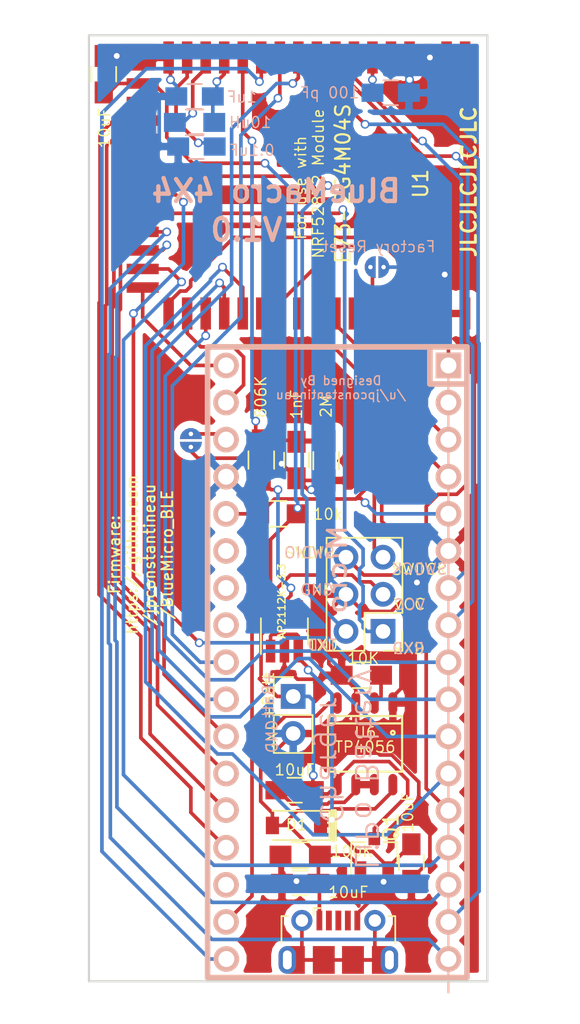
<source format=kicad_pcb>
(kicad_pcb (version 4) (host pcbnew 4.0.7)

  (general
    (links 99)
    (no_connects 0)
    (area 91.999999 88.824999 119.455001 153.745001)
    (thickness 1.6)
    (drawings 33)
    (tracks 567)
    (zones 0)
    (modules 25)
    (nets 43)
  )

  (page A4)
  (layers
    (0 F.Cu signal)
    (31 B.Cu signal)
    (32 B.Adhes user hide)
    (33 F.Adhes user hide)
    (34 B.Paste user hide)
    (35 F.Paste user hide)
    (36 B.SilkS user)
    (37 F.SilkS user)
    (38 B.Mask user hide)
    (39 F.Mask user hide)
    (40 Dwgs.User user hide)
    (41 Cmts.User user hide)
    (42 Eco1.User user hide)
    (43 Eco2.User user hide)
    (44 Edge.Cuts user)
    (45 Margin user hide)
    (46 B.CrtYd user hide)
    (47 F.CrtYd user hide)
    (48 B.Fab user hide)
    (49 F.Fab user)
  )

  (setup
    (last_trace_width 0.25)
    (user_trace_width 0.2)
    (user_trace_width 0.5)
    (trace_clearance 0.2)
    (zone_clearance 0.508)
    (zone_45_only yes)
    (trace_min 0.2)
    (segment_width 0.2)
    (edge_width 0.15)
    (via_size 0.6)
    (via_drill 0.4)
    (via_min_size 0.4)
    (via_min_drill 0.3)
    (uvia_size 0.3)
    (uvia_drill 0.1)
    (uvias_allowed no)
    (uvia_min_size 0.2)
    (uvia_min_drill 0.1)
    (pcb_text_width 0.3)
    (pcb_text_size 1.5 1.5)
    (mod_edge_width 0.15)
    (mod_text_size 1 1)
    (mod_text_width 0.15)
    (pad_size 3.25 3.25)
    (pad_drill 0)
    (pad_to_mask_clearance 0.2)
    (aux_axis_origin 0 0)
    (visible_elements 7FFFFFFF)
    (pcbplotparams
      (layerselection 0x010f0_80000001)
      (usegerberextensions false)
      (excludeedgelayer true)
      (linewidth 0.100000)
      (plotframeref false)
      (viasonmask false)
      (mode 1)
      (useauxorigin false)
      (hpglpennumber 1)
      (hpglpenspeed 20)
      (hpglpendiameter 15)
      (hpglpenoverlay 2)
      (psnegative false)
      (psa4output false)
      (plotreference true)
      (plotvalue true)
      (plotinvisibletext false)
      (padsonsilk false)
      (subtractmaskfromsilk false)
      (outputformat 1)
      (mirror false)
      (drillshape 0)
      (scaleselection 1)
      (outputdirectory gerber/))
  )

  (net 0 "")
  (net 1 GND)
  (net 2 "Net-(C1-Pad1)")
  (net 3 "Net-(C2-Pad1)")
  (net 4 VCC)
  (net 5 SWDIO)
  (net 6 RESET)
  (net 7 SWDCLK)
  (net 8 "Net-(L1-Pad2)")
  (net 9 SCK)
  (net 10 /P0.11)
  (net 11 RXD)
  (net 12 TXD)
  (net 13 /P0.05)
  (net 14 /P0.04)
  (net 15 /P0.03)
  (net 16 /P0.02)
  (net 17 MOSI)
  (net 18 MISO)
  (net 19 /P0.15)
  (net 20 /P0.16)
  (net 21 SDA)
  (net 22 SCL)
  (net 23 /P0.27)
  (net 24 /P0.28)
  (net 25 /P0.29)
  (net 26 /P0.30)
  (net 27 "Net-(JP2-Pad1)")
  (net 28 /P0.07)
  (net 29 /P0.17)
  (net 30 "Net-(C4-Pad1)")
  (net 31 "Net-(J1-Pad6)")
  (net 32 /VBus)
  (net 33 "Net-(C5-Pad1)")
  (net 34 /VBatt)
  (net 35 "Net-(R3-Pad1)")
  (net 36 /P0.31)
  (net 37 "Net-(JP3-Pad2)")
  (net 38 /P0.10)
  (net 39 /P0.09)
  (net 40 /P0.19)
  (net 41 /P0.23)
  (net 42 /P0.24)

  (net_class Default "This is the default net class."
    (clearance 0.2)
    (trace_width 0.25)
    (via_dia 0.6)
    (via_drill 0.4)
    (uvia_dia 0.3)
    (uvia_drill 0.1)
    (add_net /P0.02)
    (add_net /P0.03)
    (add_net /P0.04)
    (add_net /P0.05)
    (add_net /P0.07)
    (add_net /P0.09)
    (add_net /P0.10)
    (add_net /P0.11)
    (add_net /P0.15)
    (add_net /P0.16)
    (add_net /P0.17)
    (add_net /P0.19)
    (add_net /P0.23)
    (add_net /P0.24)
    (add_net /P0.27)
    (add_net /P0.28)
    (add_net /P0.29)
    (add_net /P0.30)
    (add_net /P0.31)
    (add_net /VBatt)
    (add_net /VBus)
    (add_net GND)
    (add_net MISO)
    (add_net MOSI)
    (add_net "Net-(C1-Pad1)")
    (add_net "Net-(C2-Pad1)")
    (add_net "Net-(C4-Pad1)")
    (add_net "Net-(C5-Pad1)")
    (add_net "Net-(J1-Pad6)")
    (add_net "Net-(JP2-Pad1)")
    (add_net "Net-(JP3-Pad2)")
    (add_net "Net-(L1-Pad2)")
    (add_net "Net-(R3-Pad1)")
    (add_net RESET)
    (add_net RXD)
    (add_net SCK)
    (add_net SCL)
    (add_net SDA)
    (add_net SWDCLK)
    (add_net SWDIO)
    (add_net TXD)
    (add_net VCC)
  )

  (net_class Power ""
    (clearance 0.2)
    (trace_width 0.5)
    (via_dia 0.6)
    (via_drill 0.4)
    (uvia_dia 0.3)
    (uvia_drill 0.1)
  )

  (module E73:E73-2G4M04S (layer F.Cu) (tedit 5AC810FE) (tstamp 5AC2AEF4)
    (at 109.982 99.06 90)
    (path /5ABAB5A8)
    (fp_text reference U1 (at 0 4.826 90) (layer F.SilkS)
      (effects (font (size 1 1) (thickness 0.15)))
    )
    (fp_text value E73-2G4M04S (at 0 -0.5 90) (layer F.SilkS)
      (effects (font (size 1 1) (thickness 0.15)))
    )
    (fp_line (start -8.89 14.478) (end 8.636 14.478) (layer F.Fab) (width 0.15))
    (fp_line (start 8.636 -14.224) (end 8.636 14.478) (layer F.Fab) (width 0.15))
    (fp_line (start -8.89 -14.224) (end -8.89 14.478) (layer F.Fab) (width 0.15))
    (fp_line (start -8.89 -14.224) (end 8.636 -14.224) (layer F.Fab) (width 0.15))
    (pad 27 smd rect (at -7.112 -14.224 90) (size 0.72 2.2) (layers F.Cu F.Paste F.Mask)
      (net 9 SCK))
    (pad 26 smd rect (at -5.842 -14.224 90) (size 0.72 2.2) (layers F.Cu F.Paste F.Mask)
      (net 10 /P0.11))
    (pad 25 smd rect (at -4.572 -14.224 90) (size 0.72 2.2) (layers F.Cu F.Paste F.Mask)
      (net 38 /P0.10))
    (pad 24 smd rect (at -3.302 -14.224 90) (size 0.72 2.2) (layers F.Cu F.Paste F.Mask)
      (net 39 /P0.09))
    (pad 23 smd rect (at -2.032 -14.224 90) (size 0.72 2.2) (layers F.Cu F.Paste F.Mask)
      (net 11 RXD))
    (pad 22 smd rect (at -0.762 -14.224 90) (size 0.72 2.2) (layers F.Cu F.Paste F.Mask)
      (net 28 /P0.07))
    (pad 21 smd rect (at 0.508 -14.224 90) (size 0.72 2.2) (layers F.Cu F.Paste F.Mask)
      (net 12 TXD))
    (pad 20 smd rect (at 1.778 -14.224 90) (size 0.72 2.2) (layers F.Cu F.Paste F.Mask)
      (net 13 /P0.05))
    (pad 19 smd rect (at 3.048 -14.224 90) (size 0.72 2.2) (layers F.Cu F.Paste F.Mask)
      (net 14 /P0.04))
    (pad 18 smd rect (at 4.318 -14.224 90) (size 0.72 2.2) (layers F.Cu F.Paste F.Mask)
      (net 15 /P0.03))
    (pad 17 smd rect (at 5.588 -14.224 90) (size 0.72 2.2) (layers F.Cu F.Paste F.Mask)
      (net 16 /P0.02))
    (pad 16 smd rect (at 6.858 -14.224 90) (size 0.72 2.2) (layers F.Cu F.Paste F.Mask)
      (net 4 VCC))
    (pad 28 smd rect (at -8.89 -12.446 90) (size 2.2 0.72) (layers F.Cu F.Paste F.Mask)
      (net 17 MOSI))
    (pad 29 smd rect (at -8.89 -11.176 90) (size 2.2 0.72) (layers F.Cu F.Paste F.Mask)
      (net 18 MISO))
    (pad 30 smd rect (at -8.89 -9.906 90) (size 2.2 0.72) (layers F.Cu F.Paste F.Mask)
      (net 19 /P0.15))
    (pad 31 smd rect (at -8.89 -8.636 90) (size 2.2 0.72) (layers F.Cu F.Paste F.Mask)
      (net 20 /P0.16))
    (pad 32 smd rect (at -8.89 -7.366 90) (size 2.2 0.72) (layers F.Cu F.Paste F.Mask)
      (net 29 /P0.17))
    (pad 33 smd rect (at -8.89 -6.096 90) (size 2.2 0.72) (layers F.Cu F.Paste F.Mask))
    (pad 34 smd rect (at -8.89 -4.826 90) (size 2.2 0.72) (layers F.Cu F.Paste F.Mask)
      (net 40 /P0.19))
    (pad 35 smd rect (at -8.89 -3.556 90) (size 2.2 0.72) (layers F.Cu F.Paste F.Mask))
    (pad 36 smd rect (at -8.89 -2.286 90) (size 2.2 0.72) (layers F.Cu F.Paste F.Mask)
      (net 6 RESET))
    (pad 37 smd rect (at -8.89 -1.016 90) (size 2.2 0.72) (layers F.Cu F.Paste F.Mask)
      (net 7 SWDCLK))
    (pad 38 smd rect (at -8.89 0.254 90) (size 2.2 0.72) (layers F.Cu F.Paste F.Mask)
      (net 5 SWDIO))
    (pad 39 smd rect (at -8.89 1.524 90) (size 2.2 0.72) (layers F.Cu F.Paste F.Mask)
      (net 27 "Net-(JP2-Pad1)"))
    (pad 40 smd rect (at -8.89 2.794 90) (size 2.2 0.72) (layers F.Cu F.Paste F.Mask)
      (net 41 /P0.23))
    (pad 41 smd rect (at -8.89 4.064 90) (size 2.2 0.72) (layers F.Cu F.Paste F.Mask)
      (net 42 /P0.24))
    (pad 42 smd rect (at -8.89 6.604 90) (size 2.2 0.72) (layers F.Cu F.Paste F.Mask)
      (net 1 GND))
    (pad 43 smd rect (at -8.89 7.874 90) (size 2.2 0.72) (layers F.Cu F.Paste F.Mask)
      (net 1 GND))
    (pad 0 smd rect (at 8.636 7.874 90) (size 2.2 0.72) (layers F.Cu F.Paste F.Mask)
      (net 1 GND))
    (pad 1 smd rect (at 8.636 6.604 90) (size 2.2 0.72) (layers F.Cu F.Paste F.Mask)
      (net 1 GND))
    (pad 2 smd rect (at 8.636 4.064 90) (size 2.2 0.72) (layers F.Cu F.Paste F.Mask)
      (net 1 GND))
    (pad 3 smd rect (at 8.636 2.794 90) (size 2.2 0.72) (layers F.Cu F.Paste F.Mask))
    (pad 4 smd rect (at 8.636 1.524 90) (size 2.2 0.72) (layers F.Cu F.Paste F.Mask)
      (net 30 "Net-(C4-Pad1)"))
    (pad 5 smd rect (at 8.636 0.254 90) (size 2.2 0.72) (layers F.Cu F.Paste F.Mask)
      (net 21 SDA))
    (pad 6 smd rect (at 8.636 -1.016 90) (size 2.2 0.72) (layers F.Cu F.Paste F.Mask)
      (net 22 SCL))
    (pad 7 smd rect (at 8.636 -2.286 90) (size 2.2 0.72) (layers F.Cu F.Paste F.Mask)
      (net 23 /P0.27))
    (pad 8 smd rect (at 8.636 -3.556 90) (size 2.2 0.72) (layers F.Cu F.Paste F.Mask)
      (net 24 /P0.28))
    (pad 9 smd rect (at 8.636 -4.826 90) (size 2.2 0.72) (layers F.Cu F.Paste F.Mask)
      (net 25 /P0.29))
    (pad 10 smd rect (at 8.636 -6.096 90) (size 2.2 0.72) (layers F.Cu F.Paste F.Mask)
      (net 26 /P0.30))
    (pad 11 smd rect (at 8.636 -7.366 90) (size 2.2 0.72) (layers F.Cu F.Paste F.Mask)
      (net 36 /P0.31))
    (pad 12 smd rect (at 8.636 -8.636 90) (size 2.2 0.72) (layers F.Cu F.Paste F.Mask)
      (net 2 "Net-(C1-Pad1)"))
    (pad 13 smd rect (at 8.636 -9.906 90) (size 2.2 0.72) (layers F.Cu F.Paste F.Mask)
      (net 8 "Net-(L1-Pad2)"))
    (pad 14 smd rect (at 8.636 -11.176 90) (size 2.2 0.72) (layers F.Cu F.Paste F.Mask)
      (net 3 "Net-(C2-Pad1)"))
    (pad 15 smd rect (at 8.636 -12.446 90) (size 2.2 0.72) (layers F.Cu F.Paste F.Mask)
      (net 1 GND))
  )

  (module Capacitors_SMD:C_0805_HandSoldering (layer B.Cu) (tedit 5B15F24C) (tstamp 5AC8E942)
    (at 99.441 96.52 180)
    (descr "Capacitor SMD 0805, hand soldering")
    (tags "capacitor 0805")
    (path /5ABABB01)
    (attr smd)
    (fp_text reference C2 (at 0 1.75 180) (layer B.SilkS) hide
      (effects (font (size 1 1) (thickness 0.15)) (justify mirror))
    )
    (fp_text value 0.1uF (at -3.81 -0.254 180) (layer B.SilkS)
      (effects (font (size 0.75 0.75) (thickness 0.1)) (justify mirror))
    )
    (fp_text user %R (at 0 1.75 180) (layer B.Fab)
      (effects (font (size 1 1) (thickness 0.15)) (justify mirror))
    )
    (fp_line (start -1 -0.62) (end -1 0.62) (layer B.Fab) (width 0.1))
    (fp_line (start 1 -0.62) (end -1 -0.62) (layer B.Fab) (width 0.1))
    (fp_line (start 1 0.62) (end 1 -0.62) (layer B.Fab) (width 0.1))
    (fp_line (start -1 0.62) (end 1 0.62) (layer B.Fab) (width 0.1))
    (fp_line (start 0.5 0.85) (end -0.5 0.85) (layer B.SilkS) (width 0.12))
    (fp_line (start -0.5 -0.85) (end 0.5 -0.85) (layer B.SilkS) (width 0.12))
    (fp_line (start -2.25 0.88) (end 2.25 0.88) (layer B.CrtYd) (width 0.05))
    (fp_line (start -2.25 0.88) (end -2.25 -0.87) (layer B.CrtYd) (width 0.05))
    (fp_line (start 2.25 -0.87) (end 2.25 0.88) (layer B.CrtYd) (width 0.05))
    (fp_line (start 2.25 -0.87) (end -2.25 -0.87) (layer B.CrtYd) (width 0.05))
    (pad 1 smd rect (at -1.25 0 180) (size 1.5 1.25) (layers B.Cu B.Paste B.Mask)
      (net 3 "Net-(C2-Pad1)"))
    (pad 2 smd rect (at 1.25 0 180) (size 1.5 1.25) (layers B.Cu B.Paste B.Mask)
      (net 1 GND))
    (model Capacitors_SMD.3dshapes/C_0805.wrl
      (at (xyz 0 0 0))
      (scale (xyz 1 1 1))
      (rotate (xyz 0 0 0))
    )
  )

  (module Capacitors_SMD:C_0805_HandSoldering (layer B.Cu) (tedit 5B15F264) (tstamp 5AC2AE6E)
    (at 99.314 93.091 180)
    (descr "Capacitor SMD 0805, hand soldering")
    (tags "capacitor 0805")
    (path /5ABAB8FF)
    (attr smd)
    (fp_text reference C1 (at 0 1.75 180) (layer B.SilkS) hide
      (effects (font (size 1 1) (thickness 0.15)) (justify mirror))
    )
    (fp_text value 1uF (at -3.2458 -0.03556 180) (layer B.SilkS)
      (effects (font (size 0.75 0.75) (thickness 0.1)) (justify mirror))
    )
    (fp_text user %R (at 0 1.75 180) (layer B.Fab)
      (effects (font (size 1 1) (thickness 0.15)) (justify mirror))
    )
    (fp_line (start -1 -0.62) (end -1 0.62) (layer B.Fab) (width 0.1))
    (fp_line (start 1 -0.62) (end -1 -0.62) (layer B.Fab) (width 0.1))
    (fp_line (start 1 0.62) (end 1 -0.62) (layer B.Fab) (width 0.1))
    (fp_line (start -1 0.62) (end 1 0.62) (layer B.Fab) (width 0.1))
    (fp_line (start 0.5 0.85) (end -0.5 0.85) (layer B.SilkS) (width 0.12))
    (fp_line (start -0.5 -0.85) (end 0.5 -0.85) (layer B.SilkS) (width 0.12))
    (fp_line (start -2.25 0.88) (end 2.25 0.88) (layer B.CrtYd) (width 0.05))
    (fp_line (start -2.25 0.88) (end -2.25 -0.87) (layer B.CrtYd) (width 0.05))
    (fp_line (start 2.25 -0.87) (end 2.25 0.88) (layer B.CrtYd) (width 0.05))
    (fp_line (start 2.25 -0.87) (end -2.25 -0.87) (layer B.CrtYd) (width 0.05))
    (pad 1 smd rect (at -1.25 0 180) (size 1.5 1.25) (layers B.Cu B.Paste B.Mask)
      (net 2 "Net-(C1-Pad1)"))
    (pad 2 smd rect (at 1.25 0 180) (size 1.5 1.25) (layers B.Cu B.Paste B.Mask)
      (net 1 GND))
    (model Capacitors_SMD.3dshapes/C_0805.wrl
      (at (xyz 0 0 0))
      (scale (xyz 1 1 1))
      (rotate (xyz 0 0 0))
    )
  )

  (module Capacitors_SMD:C_0805_HandSoldering (layer F.Cu) (tedit 5B15F283) (tstamp 5AC2AE7A)
    (at 93.091 91.567 90)
    (descr "Capacitor SMD 0805, hand soldering")
    (tags "capacitor 0805")
    (path /5ABAB958)
    (attr smd)
    (fp_text reference C3 (at 0 -1.75 90) (layer F.SilkS) hide
      (effects (font (size 1 1) (thickness 0.15)))
    )
    (fp_text value 10uF (at -3.69094 0.04826 90) (layer F.SilkS)
      (effects (font (size 0.75 0.75) (thickness 0.1)))
    )
    (fp_text user %R (at 0 -1.75 90) (layer F.Fab)
      (effects (font (size 1 1) (thickness 0.15)))
    )
    (fp_line (start -1 0.62) (end -1 -0.62) (layer F.Fab) (width 0.1))
    (fp_line (start 1 0.62) (end -1 0.62) (layer F.Fab) (width 0.1))
    (fp_line (start 1 -0.62) (end 1 0.62) (layer F.Fab) (width 0.1))
    (fp_line (start -1 -0.62) (end 1 -0.62) (layer F.Fab) (width 0.1))
    (fp_line (start 0.5 -0.85) (end -0.5 -0.85) (layer F.SilkS) (width 0.12))
    (fp_line (start -0.5 0.85) (end 0.5 0.85) (layer F.SilkS) (width 0.12))
    (fp_line (start -2.25 -0.88) (end 2.25 -0.88) (layer F.CrtYd) (width 0.05))
    (fp_line (start -2.25 -0.88) (end -2.25 0.87) (layer F.CrtYd) (width 0.05))
    (fp_line (start 2.25 0.87) (end 2.25 -0.88) (layer F.CrtYd) (width 0.05))
    (fp_line (start 2.25 0.87) (end -2.25 0.87) (layer F.CrtYd) (width 0.05))
    (pad 1 smd rect (at -1.25 0 90) (size 1.5 1.25) (layers F.Cu F.Paste F.Mask)
      (net 4 VCC))
    (pad 2 smd rect (at 1.25 0 90) (size 1.5 1.25) (layers F.Cu F.Paste F.Mask)
      (net 1 GND))
    (model Capacitors_SMD.3dshapes/C_0805.wrl
      (at (xyz 0 0 0))
      (scale (xyz 1 1 1))
      (rotate (xyz 0 0 0))
    )
  )

  (module E73:SolderJumperSingle (layer F.Cu) (tedit 5B160D5A) (tstamp 5AC2AEA8)
    (at 111.818 104.775)
    (path /5AC0108C)
    (solder_mask_margin 0.001)
    (solder_paste_margin -0.02)
    (clearance 0.001)
    (fp_text reference JP2 (at -0.508 1.016) (layer Cmts.User) hide
      (effects (font (size 0.3 0.3) (thickness 0.03)))
    )
    (fp_text value "Factory Reset" (at 0.127 -1.397) (layer B.SilkS)
      (effects (font (size 0.75 0.75) (thickness 0.1)) (justify mirror))
    )
    (fp_poly (pts (xy -0.1 -0.75) (xy -0.3565 -0.7048) (xy -0.5821 -0.5745) (xy -0.7495 -0.375)
      (xy -0.8386 -0.1302) (xy -0.8386 0.1302) (xy -0.7495 0.375) (xy -0.5821 0.5745)
      (xy -0.3565 0.7048) (xy -0.1 0.75) (xy -0.1 -0.75)) (layer F.Cu) (width 0.01))
    (fp_poly (pts (xy 0.1 0.75) (xy 0.3565 0.7048) (xy 0.5821 0.5745) (xy 0.7495 0.375)
      (xy 0.8386 0.1302) (xy 0.8386 -0.1302) (xy 0.7495 -0.375) (xy 0.5821 -0.5745)
      (xy 0.3565 -0.7048) (xy 0.1 -0.75) (xy 0.1 0.75)) (layer F.Cu) (width 0.01))
    (fp_poly (pts (xy -0.1 -0.75) (xy -0.3565 -0.7048) (xy -0.5821 -0.5745) (xy -0.7495 -0.375)
      (xy -0.8386 -0.1302) (xy -0.8386 0.1302) (xy -0.7495 0.375) (xy -0.5821 0.5745)
      (xy -0.3565 0.7048) (xy -0.1 0.75) (xy -0.1 -0.75)) (layer B.Cu) (width 0.01))
    (fp_poly (pts (xy 0.1 0.75) (xy 0.3565 0.7048) (xy 0.5821 0.5745) (xy 0.7495 0.375)
      (xy 0.8386 0.1302) (xy 0.8386 -0.1302) (xy 0.7495 -0.375) (xy 0.5821 -0.5745)
      (xy 0.3565 -0.7048) (xy 0.1 -0.75) (xy 0.1 0.75)) (layer B.Cu) (width 0.01))
    (pad 2 thru_hole circle (at 0.45 0) (size 0.4 0.4) (drill 0.3) (layers *.Cu *.Mask)
      (net 1 GND))
    (pad 1 thru_hole circle (at -0.45 0) (size 0.4 0.4) (drill 0.3) (layers *.Cu *.Mask)
      (net 27 "Net-(JP2-Pad1)"))
    (pad 1 thru_hole circle (at -0.45 0) (size 0.4 0.4) (drill 0.3) (layers *.Cu *.Mask)
      (net 27 "Net-(JP2-Pad1)"))
    (pad 2 thru_hole circle (at 0.45 0) (size 0.4 0.4) (drill 0.3) (layers *.Cu *.Mask)
      (net 1 GND))
  )

  (module Inductors_SMD:L_0805_HandSoldering (layer B.Cu) (tedit 5B15F274) (tstamp 5AC2AEAE)
    (at 99.314 94.869 180)
    (descr "Resistor SMD 0805, hand soldering")
    (tags "resistor 0805")
    (path /5ABAB844)
    (attr smd)
    (fp_text reference L1 (at 0 2.1 180) (layer B.SilkS) hide
      (effects (font (size 1 1) (thickness 0.15)) (justify mirror))
    )
    (fp_text value 10uH (at -3.81 0 180) (layer B.SilkS)
      (effects (font (size 0.75 0.75) (thickness 0.1)) (justify mirror))
    )
    (fp_text user %R (at 0 0 180) (layer B.Fab) hide
      (effects (font (size 0.5 0.5) (thickness 0.075)) (justify mirror))
    )
    (fp_line (start -1 -0.62) (end -1 0.62) (layer B.Fab) (width 0.1))
    (fp_line (start 1 -0.62) (end -1 -0.62) (layer B.Fab) (width 0.1))
    (fp_line (start 1 0.62) (end 1 -0.62) (layer B.Fab) (width 0.1))
    (fp_line (start -1 0.62) (end 1 0.62) (layer B.Fab) (width 0.1))
    (fp_line (start -2.4 1) (end 2.4 1) (layer B.CrtYd) (width 0.05))
    (fp_line (start -2.4 -1) (end 2.4 -1) (layer B.CrtYd) (width 0.05))
    (fp_line (start -2.4 1) (end -2.4 -1) (layer B.CrtYd) (width 0.05))
    (fp_line (start 2.4 1) (end 2.4 -1) (layer B.CrtYd) (width 0.05))
    (fp_line (start 0.6 -0.88) (end -0.6 -0.88) (layer B.SilkS) (width 0.12))
    (fp_line (start -0.6 0.88) (end 0.6 0.88) (layer B.SilkS) (width 0.12))
    (pad 1 smd rect (at -1.35 0 180) (size 1.5 1.3) (layers B.Cu B.Paste B.Mask)
      (net 2 "Net-(C1-Pad1)"))
    (pad 2 smd rect (at 1.35 0 180) (size 1.5 1.3) (layers B.Cu B.Paste B.Mask)
      (net 8 "Net-(L1-Pad2)"))
    (model ${KISYS3DMOD}/Inductors_SMD.3dshapes/L_0805.wrl
      (at (xyz 0 0 0))
      (scale (xyz 1 1 1))
      (rotate (xyz 0 0 0))
    )
  )

  (module Resistors_SMD:R_0805_HandSoldering (layer F.Cu) (tedit 5B15F28F) (tstamp 5AC2AEB4)
    (at 105.029 121.666)
    (descr "Resistor SMD 0805, hand soldering")
    (tags "resistor 0805")
    (path /5ABC4496)
    (attr smd)
    (fp_text reference R1 (at -0.34164 -1.58242) (layer F.SilkS) hide
      (effects (font (size 1 1) (thickness 0.15)))
    )
    (fp_text value 10k (at 3.417559 0.020319) (layer F.SilkS)
      (effects (font (size 0.75 0.75) (thickness 0.1)))
    )
    (fp_text user %R (at 0.17398 0.01016) (layer F.Fab)
      (effects (font (size 0.5 0.5) (thickness 0.075)))
    )
    (fp_line (start -1 0.62) (end -1 -0.62) (layer F.Fab) (width 0.1))
    (fp_line (start 1 0.62) (end -1 0.62) (layer F.Fab) (width 0.1))
    (fp_line (start 1 -0.62) (end 1 0.62) (layer F.Fab) (width 0.1))
    (fp_line (start -1 -0.62) (end 1 -0.62) (layer F.Fab) (width 0.1))
    (fp_line (start 0.6 0.88) (end -0.6 0.88) (layer F.SilkS) (width 0.12))
    (fp_line (start -0.6 -0.88) (end 0.6 -0.88) (layer F.SilkS) (width 0.12))
    (fp_line (start -2.35 -0.9) (end 2.35 -0.9) (layer F.CrtYd) (width 0.05))
    (fp_line (start -2.35 -0.9) (end -2.35 0.9) (layer F.CrtYd) (width 0.05))
    (fp_line (start 2.35 0.9) (end 2.35 -0.9) (layer F.CrtYd) (width 0.05))
    (fp_line (start 2.35 0.9) (end -2.35 0.9) (layer F.CrtYd) (width 0.05))
    (pad 1 smd rect (at -1.35 0) (size 1.5 1.3) (layers F.Cu F.Paste F.Mask)
      (net 6 RESET))
    (pad 2 smd rect (at 1.35 0) (size 1.5 1.3) (layers F.Cu F.Paste F.Mask)
      (net 4 VCC))
    (model ${KISYS3DMOD}/Resistors_SMD.3dshapes/R_0805.wrl
      (at (xyz 0 0 0))
      (scale (xyz 1 1 1))
      (rotate (xyz 0 0 0))
    )
  )

  (module Capacitors_SMD:C_0805_HandSoldering (layer B.Cu) (tedit 5B15F258) (tstamp 5AD35C38)
    (at 112.756 92.837)
    (descr "Capacitor SMD 0805, hand soldering")
    (tags "capacitor 0805")
    (path /5AD35C24)
    (attr smd)
    (fp_text reference C4 (at 0 1.75) (layer B.SilkS) hide
      (effects (font (size 1 1) (thickness 0.15)) (justify mirror))
    )
    (fp_text value "100 pF" (at -4.171 0) (layer B.SilkS)
      (effects (font (size 0.75 0.75) (thickness 0.1)) (justify mirror))
    )
    (fp_text user %R (at 0 1.75) (layer B.Fab)
      (effects (font (size 1 1) (thickness 0.15)) (justify mirror))
    )
    (fp_line (start -1 -0.62) (end -1 0.62) (layer B.Fab) (width 0.1))
    (fp_line (start 1 -0.62) (end -1 -0.62) (layer B.Fab) (width 0.1))
    (fp_line (start 1 0.62) (end 1 -0.62) (layer B.Fab) (width 0.1))
    (fp_line (start -1 0.62) (end 1 0.62) (layer B.Fab) (width 0.1))
    (fp_line (start 0.5 0.85) (end -0.5 0.85) (layer B.SilkS) (width 0.12))
    (fp_line (start -0.5 -0.85) (end 0.5 -0.85) (layer B.SilkS) (width 0.12))
    (fp_line (start -2.25 0.88) (end 2.25 0.88) (layer B.CrtYd) (width 0.05))
    (fp_line (start -2.25 0.88) (end -2.25 -0.87) (layer B.CrtYd) (width 0.05))
    (fp_line (start 2.25 -0.87) (end 2.25 0.88) (layer B.CrtYd) (width 0.05))
    (fp_line (start 2.25 -0.87) (end -2.25 -0.87) (layer B.CrtYd) (width 0.05))
    (pad 1 smd rect (at -1.25 0) (size 1.5 1.25) (layers B.Cu B.Paste B.Mask)
      (net 30 "Net-(C4-Pad1)"))
    (pad 2 smd rect (at 1.25 0) (size 1.5 1.25) (layers B.Cu B.Paste B.Mask)
      (net 1 GND))
    (model Capacitors_SMD.3dshapes/C_0805.wrl
      (at (xyz 0 0 0))
      (scale (xyz 1 1 1))
      (rotate (xyz 0 0 0))
    )
  )

  (module Connectors_USB:USB_Micro-B_Molex-105017-0001 (layer F.Cu) (tedit 5B15D408) (tstamp 5B11795C)
    (at 109.1692 151.85898)
    (descr http://www.molex.com/pdm_docs/sd/1050170001_sd.pdf)
    (tags "Micro-USB SMD Typ-B")
    (path /5B116606)
    (attr smd)
    (fp_text reference J1 (at 0.0381 -4.37388) (layer F.SilkS) hide
      (effects (font (size 1 1) (thickness 0.15)))
    )
    (fp_text value USB_OTG (at 0.3 3.45) (layer F.Fab)
      (effects (font (size 1 1) (thickness 0.15)))
    )
    (fp_line (start -4.4 2.75) (end 4.4 2.75) (layer F.CrtYd) (width 0.05))
    (fp_line (start 4.4 -3.35) (end 4.4 2.75) (layer F.CrtYd) (width 0.05))
    (fp_line (start -4.4 -3.35) (end 4.4 -3.35) (layer F.CrtYd) (width 0.05))
    (fp_line (start -4.4 2.75) (end -4.4 -3.35) (layer F.CrtYd) (width 0.05))
    (fp_text user "PCB Edge" (at 0 1.8) (layer Dwgs.User)
      (effects (font (size 0.5 0.5) (thickness 0.08)))
    )
    (fp_line (start -3.9 -2.65) (end -3.45 -2.65) (layer F.SilkS) (width 0.12))
    (fp_line (start -3.9 -0.8) (end -3.9 -2.65) (layer F.SilkS) (width 0.12))
    (fp_line (start 3.9 1.75) (end 3.9 1.5) (layer F.SilkS) (width 0.12))
    (fp_line (start 3.75 2.5) (end 3.75 -2.5) (layer F.Fab) (width 0.1))
    (fp_line (start -3 1.801704) (end 3 1.801704) (layer F.Fab) (width 0.1))
    (fp_line (start -3.75 2.501704) (end 3.75 2.501704) (layer F.Fab) (width 0.1))
    (fp_line (start -3.75 -2.5) (end 3.75 -2.5) (layer F.Fab) (width 0.1))
    (fp_line (start -3.75 2.5) (end -3.75 -2.5) (layer F.Fab) (width 0.1))
    (fp_line (start -3.9 1.75) (end -3.9 1.5) (layer F.SilkS) (width 0.12))
    (fp_line (start 3.9 -0.8) (end 3.9 -2.65) (layer F.SilkS) (width 0.12))
    (fp_line (start 3.9 -2.65) (end 3.45 -2.65) (layer F.SilkS) (width 0.12))
    (fp_text user %R (at 0 0) (layer F.Fab)
      (effects (font (size 1 1) (thickness 0.15)))
    )
    (fp_line (start -1.7 -3.2) (end -1.25 -3.2) (layer F.SilkS) (width 0.12))
    (fp_line (start -1.7 -3.2) (end -1.7 -2.75) (layer F.SilkS) (width 0.12))
    (fp_line (start -1.3 -2.6) (end -1.5 -2.8) (layer F.Fab) (width 0.1))
    (fp_line (start -1.1 -2.8) (end -1.3 -2.6) (layer F.Fab) (width 0.1))
    (fp_line (start -1.5 -3.01) (end -1.1 -3.01) (layer F.Fab) (width 0.1))
    (fp_line (start -1.5 -3.01) (end -1.5 -2.8) (layer F.Fab) (width 0.1))
    (fp_line (start -1.1 -3.01) (end -1.1 -2.8) (layer F.Fab) (width 0.1))
    (pad 6 smd rect (at 1 0.35) (size 1.5 1.9) (layers F.Cu F.Paste F.Mask)
      (net 31 "Net-(J1-Pad6)"))
    (pad 6 thru_hole circle (at -2.5 -2.35) (size 1.45 1.45) (drill 0.85) (layers *.Cu *.Mask)
      (net 31 "Net-(J1-Pad6)"))
    (pad 2 smd rect (at -0.65 -2.35) (size 0.4 1.35) (layers F.Cu F.Paste F.Mask))
    (pad 1 smd rect (at -1.3 -2.35) (size 0.4 1.35) (layers F.Cu F.Paste F.Mask)
      (net 32 /VBus))
    (pad 5 smd rect (at 1.3 -2.35) (size 0.4 1.35) (layers F.Cu F.Paste F.Mask)
      (net 1 GND))
    (pad 4 smd rect (at 0.65 -2.35) (size 0.4 1.35) (layers F.Cu F.Paste F.Mask))
    (pad 3 smd rect (at 0 -2.35) (size 0.4 1.35) (layers F.Cu F.Paste F.Mask))
    (pad 6 thru_hole circle (at 2.5 -2.35) (size 1.45 1.45) (drill 0.85) (layers *.Cu *.Mask)
      (net 31 "Net-(J1-Pad6)"))
    (pad 6 smd rect (at -1 0.35) (size 1.5 1.9) (layers F.Cu F.Paste F.Mask)
      (net 31 "Net-(J1-Pad6)"))
    (pad 6 thru_hole oval (at -3.5 0.35 180) (size 1.2 1.9) (drill oval 0.6 1.3) (layers *.Cu *.Mask)
      (net 31 "Net-(J1-Pad6)"))
    (pad 6 thru_hole oval (at 3.5 0.35) (size 1.2 1.9) (drill oval 0.6 1.3) (layers *.Cu *.Mask)
      (net 31 "Net-(J1-Pad6)"))
    (pad 6 smd rect (at 2.9 0.35) (size 1.2 1.9) (layers F.Cu F.Mask)
      (net 31 "Net-(J1-Pad6)"))
    (pad 6 smd rect (at -2.9 0.35) (size 1.2 1.9) (layers F.Cu F.Mask)
      (net 31 "Net-(J1-Pad6)"))
    (model ${KISYS3DMOD}/Connectors_USB.3dshapes/USB_Micro-B_Molex-105017-0001.wrl
      (at (xyz 0 0 0))
      (scale (xyz 1 1 1))
      (rotate (xyz 0 0 0))
    )
  )

  (module TO_SOT_Packages_SMD:SOT-23-5_HandSoldering (layer F.Cu) (tedit 5B160FDA) (tstamp 5B117965)
    (at 105.471 129.714 90)
    (descr "5-pin SOT23 package")
    (tags "SOT-23-5 hand-soldering")
    (path /5B1178CE)
    (attr smd)
    (fp_text reference U3 (at -0.20192 -3.07852 90) (layer F.Fab)
      (effects (font (size 1 1) (thickness 0.15)))
    )
    (fp_text value AP2112K-3.3 (at 2.079 -0.188 90) (layer F.SilkS)
      (effects (font (size 0.5 0.5) (thickness 0.1)))
    )
    (fp_text user %R (at -0.10796 0.076159 180) (layer F.Fab)
      (effects (font (size 0.5 0.5) (thickness 0.075)))
    )
    (fp_line (start -0.9 1.61) (end 0.9 1.61) (layer F.SilkS) (width 0.12))
    (fp_line (start 0.9 -1.61) (end -1.55 -1.61) (layer F.SilkS) (width 0.12))
    (fp_line (start -0.9 -0.9) (end -0.25 -1.55) (layer F.Fab) (width 0.1))
    (fp_line (start 0.9 -1.55) (end -0.25 -1.55) (layer F.Fab) (width 0.1))
    (fp_line (start -0.9 -0.9) (end -0.9 1.55) (layer F.Fab) (width 0.1))
    (fp_line (start 0.9 1.55) (end -0.9 1.55) (layer F.Fab) (width 0.1))
    (fp_line (start 0.9 -1.55) (end 0.9 1.55) (layer F.Fab) (width 0.1))
    (fp_line (start -2.38 -1.8) (end 2.38 -1.8) (layer F.CrtYd) (width 0.05))
    (fp_line (start -2.38 -1.8) (end -2.38 1.8) (layer F.CrtYd) (width 0.05))
    (fp_line (start 2.38 1.8) (end 2.38 -1.8) (layer F.CrtYd) (width 0.05))
    (fp_line (start 2.38 1.8) (end -2.38 1.8) (layer F.CrtYd) (width 0.05))
    (pad 1 smd rect (at -1.35 -0.95 90) (size 1.56 0.65) (layers F.Cu F.Paste F.Mask)
      (net 33 "Net-(C5-Pad1)"))
    (pad 2 smd rect (at -1.35 0 90) (size 1.56 0.65) (layers F.Cu F.Paste F.Mask)
      (net 1 GND))
    (pad 3 smd rect (at -1.35 0.95 90) (size 1.56 0.65) (layers F.Cu F.Paste F.Mask)
      (net 33 "Net-(C5-Pad1)"))
    (pad 4 smd rect (at 1.35 0.95 90) (size 1.56 0.65) (layers F.Cu F.Paste F.Mask))
    (pad 5 smd rect (at 1.35 -0.95 90) (size 1.56 0.65) (layers F.Cu F.Paste F.Mask)
      (net 4 VCC))
    (model ${KISYS3DMOD}/TO_SOT_Packages_SMD.3dshapes\SOT-23-5.wrl
      (at (xyz 0 0 0))
      (scale (xyz 1 1 1))
      (rotate (xyz 0 0 0))
    )
  )

  (module TO_SOT_Packages_SMD:SOT-23 (layer F.Cu) (tedit 5B52861E) (tstamp 5B158CF2)
    (at 111.633 144.907 90)
    (descr "SOT-23, Standard")
    (tags SOT-23)
    (path /5B1587C5)
    (attr smd)
    (fp_text reference Q1 (at 1.778 1.143 90) (layer F.SilkS)
      (effects (font (size 1 1) (thickness 0.15)))
    )
    (fp_text value DMG3415U (at -0.01664 -1.87718 90) (layer F.SilkS) hide
      (effects (font (size 0.75 0.75) (thickness 0.1)))
    )
    (fp_text user %R (at -0.043941 0.017781 180) (layer F.Fab)
      (effects (font (size 0.5 0.5) (thickness 0.075)))
    )
    (fp_line (start -0.7 -0.95) (end -0.7 1.5) (layer F.Fab) (width 0.1))
    (fp_line (start -0.15 -1.52) (end 0.7 -1.52) (layer F.Fab) (width 0.1))
    (fp_line (start -0.7 -0.95) (end -0.15 -1.52) (layer F.Fab) (width 0.1))
    (fp_line (start 0.7 -1.52) (end 0.7 1.52) (layer F.Fab) (width 0.1))
    (fp_line (start -0.7 1.52) (end 0.7 1.52) (layer F.Fab) (width 0.1))
    (fp_line (start 0.76 1.58) (end 0.76 0.65) (layer F.SilkS) (width 0.12))
    (fp_line (start 0.76 -1.58) (end 0.76 -0.65) (layer F.SilkS) (width 0.12))
    (fp_line (start -1.7 -1.75) (end 1.7 -1.75) (layer F.CrtYd) (width 0.05))
    (fp_line (start 1.7 -1.75) (end 1.7 1.75) (layer F.CrtYd) (width 0.05))
    (fp_line (start 1.7 1.75) (end -1.7 1.75) (layer F.CrtYd) (width 0.05))
    (fp_line (start -1.7 1.75) (end -1.7 -1.75) (layer F.CrtYd) (width 0.05))
    (fp_line (start 0.76 -1.58) (end -1.4 -1.58) (layer F.SilkS) (width 0.12))
    (fp_line (start 0.76 1.58) (end -0.7 1.58) (layer F.SilkS) (width 0.12))
    (pad 1 smd rect (at -1 -0.95 90) (size 0.9 0.8) (layers F.Cu F.Paste F.Mask)
      (net 32 /VBus))
    (pad 2 smd rect (at -1 0.95 90) (size 0.9 0.8) (layers F.Cu F.Paste F.Mask)
      (net 33 "Net-(C5-Pad1)"))
    (pad 3 smd rect (at 1 0 90) (size 0.9 0.8) (layers F.Cu F.Paste F.Mask)
      (net 34 /VBatt))
    (model ${KISYS3DMOD}/TO_SOT_Packages_SMD.3dshapes/SOT-23.wrl
      (at (xyz 0 0 0))
      (scale (xyz 1 1 1))
      (rotate (xyz 0 0 0))
    )
  )

  (module Capacitors_SMD:C_0805_HandSoldering (layer F.Cu) (tedit 5B160E1B) (tstamp 5B158E89)
    (at 114.173 145.542 270)
    (descr "Capacitor SMD 0805, hand soldering")
    (tags "capacitor 0805")
    (path /5B158BD8)
    (attr smd)
    (fp_text reference C5 (at 0 -1.75 270) (layer F.SilkS) hide
      (effects (font (size 1 1) (thickness 0.15)))
    )
    (fp_text value 10uF (at -3.429 0.254 270) (layer F.SilkS)
      (effects (font (size 0.75 0.75) (thickness 0.1)))
    )
    (fp_text user %R (at 0 -1.75 270) (layer F.Fab)
      (effects (font (size 1 1) (thickness 0.15)))
    )
    (fp_line (start -1 0.62) (end -1 -0.62) (layer F.Fab) (width 0.1))
    (fp_line (start 1 0.62) (end -1 0.62) (layer F.Fab) (width 0.1))
    (fp_line (start 1 -0.62) (end 1 0.62) (layer F.Fab) (width 0.1))
    (fp_line (start -1 -0.62) (end 1 -0.62) (layer F.Fab) (width 0.1))
    (fp_line (start 0.5 -0.85) (end -0.5 -0.85) (layer F.SilkS) (width 0.12))
    (fp_line (start -0.5 0.85) (end 0.5 0.85) (layer F.SilkS) (width 0.12))
    (fp_line (start -2.25 -0.88) (end 2.25 -0.88) (layer F.CrtYd) (width 0.05))
    (fp_line (start -2.25 -0.88) (end -2.25 0.87) (layer F.CrtYd) (width 0.05))
    (fp_line (start 2.25 0.87) (end 2.25 -0.88) (layer F.CrtYd) (width 0.05))
    (fp_line (start 2.25 0.87) (end -2.25 0.87) (layer F.CrtYd) (width 0.05))
    (pad 1 smd rect (at -1.25 0 270) (size 1.5 1.25) (layers F.Cu F.Paste F.Mask)
      (net 33 "Net-(C5-Pad1)"))
    (pad 2 smd rect (at 1.25 0 270) (size 1.5 1.25) (layers F.Cu F.Paste F.Mask)
      (net 1 GND))
    (model Capacitors_SMD.3dshapes/C_0805.wrl
      (at (xyz 0 0 0))
      (scale (xyz 1 1 1))
      (rotate (xyz 0 0 0))
    )
  )

  (module Capacitors_SMD:C_0805_HandSoldering (layer F.Cu) (tedit 5B15F459) (tstamp 5B158E95)
    (at 106.172 140.589 180)
    (descr "Capacitor SMD 0805, hand soldering")
    (tags "capacitor 0805")
    (path /5B15AD1F)
    (attr smd)
    (fp_text reference C7 (at 0 -1.75 180) (layer F.Fab)
      (effects (font (size 1 1) (thickness 0.15)))
    )
    (fp_text value 10uF (at 0 1.397 180) (layer F.SilkS)
      (effects (font (size 0.75 0.75) (thickness 0.1)))
    )
    (fp_text user %R (at 0 -1.75 180) (layer F.Fab)
      (effects (font (size 1 1) (thickness 0.15)))
    )
    (fp_line (start -1 0.62) (end -1 -0.62) (layer F.Fab) (width 0.1))
    (fp_line (start 1 0.62) (end -1 0.62) (layer F.Fab) (width 0.1))
    (fp_line (start 1 -0.62) (end 1 0.62) (layer F.Fab) (width 0.1))
    (fp_line (start -1 -0.62) (end 1 -0.62) (layer F.Fab) (width 0.1))
    (fp_line (start 0.5 -0.85) (end -0.5 -0.85) (layer F.SilkS) (width 0.12))
    (fp_line (start -0.5 0.85) (end 0.5 0.85) (layer F.SilkS) (width 0.12))
    (fp_line (start -2.25 -0.88) (end 2.25 -0.88) (layer F.CrtYd) (width 0.05))
    (fp_line (start -2.25 -0.88) (end -2.25 0.87) (layer F.CrtYd) (width 0.05))
    (fp_line (start 2.25 0.87) (end 2.25 -0.88) (layer F.CrtYd) (width 0.05))
    (fp_line (start 2.25 0.87) (end -2.25 0.87) (layer F.CrtYd) (width 0.05))
    (pad 1 smd rect (at -1.25 0 180) (size 1.5 1.25) (layers F.Cu F.Paste F.Mask)
      (net 34 /VBatt))
    (pad 2 smd rect (at 1.25 0 180) (size 1.5 1.25) (layers F.Cu F.Paste F.Mask)
      (net 1 GND))
    (model Capacitors_SMD.3dshapes/C_0805.wrl
      (at (xyz 0 0 0))
      (scale (xyz 1 1 1))
      (rotate (xyz 0 0 0))
    )
  )

  (module Pin_Headers:Pin_Header_Straight_1x02_Pitch2.54mm (layer F.Cu) (tedit 5B160D1F) (tstamp 5B158EA1)
    (at 106.07294 134.16788)
    (descr "Through hole straight pin header, 1x02, 2.54mm pitch, single row")
    (tags "Through hole pin header THT 1x02 2.54mm single row")
    (path /5B15B915)
    (fp_text reference J3 (at 0.00762 -2.31394) (layer F.Fab)
      (effects (font (size 1 1) (thickness 0.15)))
    )
    (fp_text value Conn_01x02 (at 0 4.87) (layer F.Fab)
      (effects (font (size 1 1) (thickness 0.15)))
    )
    (fp_line (start -0.635 -1.27) (end 1.27 -1.27) (layer F.Fab) (width 0.1))
    (fp_line (start 1.27 -1.27) (end 1.27 3.81) (layer F.Fab) (width 0.1))
    (fp_line (start 1.27 3.81) (end -1.27 3.81) (layer F.Fab) (width 0.1))
    (fp_line (start -1.27 3.81) (end -1.27 -0.635) (layer F.Fab) (width 0.1))
    (fp_line (start -1.27 -0.635) (end -0.635 -1.27) (layer F.Fab) (width 0.1))
    (fp_line (start -1.33 3.87) (end 1.33 3.87) (layer F.SilkS) (width 0.12))
    (fp_line (start -1.33 1.27) (end -1.33 3.87) (layer F.SilkS) (width 0.12))
    (fp_line (start 1.33 1.27) (end 1.33 3.87) (layer F.SilkS) (width 0.12))
    (fp_line (start -1.33 1.27) (end 1.33 1.27) (layer F.SilkS) (width 0.12))
    (fp_line (start -1.33 0) (end -1.33 -1.33) (layer F.SilkS) (width 0.12))
    (fp_line (start -1.33 -1.33) (end 0 -1.33) (layer F.SilkS) (width 0.12))
    (fp_line (start -1.8 -1.8) (end -1.8 4.35) (layer F.CrtYd) (width 0.05))
    (fp_line (start -1.8 4.35) (end 1.8 4.35) (layer F.CrtYd) (width 0.05))
    (fp_line (start 1.8 4.35) (end 1.8 -1.8) (layer F.CrtYd) (width 0.05))
    (fp_line (start 1.8 -1.8) (end -1.8 -1.8) (layer F.CrtYd) (width 0.05))
    (fp_text user %R (at 0.13462 1.61798 90) (layer F.Fab)
      (effects (font (size 1 1) (thickness 0.15)))
    )
    (pad 1 thru_hole rect (at 0 0) (size 1.7 1.7) (drill 1) (layers *.Cu *.Mask)
      (net 34 /VBatt))
    (pad 2 thru_hole oval (at 0 2.54) (size 1.7 1.7) (drill 1) (layers *.Cu *.Mask)
      (net 1 GND))
    (model ${KISYS3DMOD}/Pin_Headers.3dshapes/Pin_Header_Straight_1x02_Pitch2.54mm.wrl
      (at (xyz 0 0 0))
      (scale (xyz 1 1 1))
      (rotate (xyz 0 0 0))
    )
  )

  (module Resistors_SMD:R_0805_HandSoldering (layer F.Cu) (tedit 5B15EE64) (tstamp 5B158EA7)
    (at 106.553 145.034 180)
    (descr "Resistor SMD 0805, hand soldering")
    (tags "resistor 0805")
    (path /5B159927)
    (attr smd)
    (fp_text reference R2 (at 0 -1.7 180) (layer F.SilkS) hide
      (effects (font (size 1 1) (thickness 0.15)))
    )
    (fp_text value 100K (at -3.556 0.254 180) (layer F.SilkS)
      (effects (font (size 0.75 0.75) (thickness 0.1)))
    )
    (fp_text user %R (at 0 0 180) (layer F.Fab)
      (effects (font (size 0.5 0.5) (thickness 0.075)))
    )
    (fp_line (start -1 0.62) (end -1 -0.62) (layer F.Fab) (width 0.1))
    (fp_line (start 1 0.62) (end -1 0.62) (layer F.Fab) (width 0.1))
    (fp_line (start 1 -0.62) (end 1 0.62) (layer F.Fab) (width 0.1))
    (fp_line (start -1 -0.62) (end 1 -0.62) (layer F.Fab) (width 0.1))
    (fp_line (start 0.6 0.88) (end -0.6 0.88) (layer F.SilkS) (width 0.12))
    (fp_line (start -0.6 -0.88) (end 0.6 -0.88) (layer F.SilkS) (width 0.12))
    (fp_line (start -2.35 -0.9) (end 2.35 -0.9) (layer F.CrtYd) (width 0.05))
    (fp_line (start -2.35 -0.9) (end -2.35 0.9) (layer F.CrtYd) (width 0.05))
    (fp_line (start 2.35 0.9) (end 2.35 -0.9) (layer F.CrtYd) (width 0.05))
    (fp_line (start 2.35 0.9) (end -2.35 0.9) (layer F.CrtYd) (width 0.05))
    (pad 1 smd rect (at -1.35 0 180) (size 1.5 1.3) (layers F.Cu F.Paste F.Mask)
      (net 32 /VBus))
    (pad 2 smd rect (at 1.35 0 180) (size 1.5 1.3) (layers F.Cu F.Paste F.Mask)
      (net 1 GND))
    (model ${KISYS3DMOD}/Resistors_SMD.3dshapes/R_0805.wrl
      (at (xyz 0 0 0))
      (scale (xyz 1 1 1))
      (rotate (xyz 0 0 0))
    )
  )

  (module Resistors_SMD:R_0805_HandSoldering (layer F.Cu) (tedit 5B52B87C) (tstamp 5B158EAD)
    (at 110.744 132.715 180)
    (descr "Resistor SMD 0805, hand soldering")
    (tags "resistor 0805")
    (path /5B15A848)
    (attr smd)
    (fp_text reference R3 (at 0 -1.7 180) (layer F.SilkS) hide
      (effects (font (size 1 1) (thickness 0.15)))
    )
    (fp_text value 10K (at -0.127 1.143 180) (layer F.SilkS)
      (effects (font (size 0.75 0.75) (thickness 0.1)))
    )
    (fp_text user %R (at -0.0508 0.06858 180) (layer F.Fab)
      (effects (font (size 0.5 0.5) (thickness 0.075)))
    )
    (fp_line (start -1 0.62) (end -1 -0.62) (layer F.Fab) (width 0.1))
    (fp_line (start 1 0.62) (end -1 0.62) (layer F.Fab) (width 0.1))
    (fp_line (start 1 -0.62) (end 1 0.62) (layer F.Fab) (width 0.1))
    (fp_line (start -1 -0.62) (end 1 -0.62) (layer F.Fab) (width 0.1))
    (fp_line (start 0.6 0.88) (end -0.6 0.88) (layer F.SilkS) (width 0.12))
    (fp_line (start -0.6 -0.88) (end 0.6 -0.88) (layer F.SilkS) (width 0.12))
    (fp_line (start -2.35 -0.9) (end 2.35 -0.9) (layer F.CrtYd) (width 0.05))
    (fp_line (start -2.35 -0.9) (end -2.35 0.9) (layer F.CrtYd) (width 0.05))
    (fp_line (start 2.35 0.9) (end 2.35 -0.9) (layer F.CrtYd) (width 0.05))
    (fp_line (start 2.35 0.9) (end -2.35 0.9) (layer F.CrtYd) (width 0.05))
    (pad 1 smd rect (at -1.35 0 180) (size 1.5 1.3) (layers F.Cu F.Paste F.Mask)
      (net 35 "Net-(R3-Pad1)"))
    (pad 2 smd rect (at 1.35 0 180) (size 1.5 1.3) (layers F.Cu F.Paste F.Mask)
      (net 1 GND))
    (model ${KISYS3DMOD}/Resistors_SMD.3dshapes/R_0805.wrl
      (at (xyz 0 0 0))
      (scale (xyz 1 1 1))
      (rotate (xyz 0 0 0))
    )
  )

  (module Capacitors_SMD:C_0805_HandSoldering (layer F.Cu) (tedit 5B528690) (tstamp 5B15979C)
    (at 106.553 146.939 180)
    (descr "Capacitor SMD 0805, hand soldering")
    (tags "capacitor 0805")
    (path /5B15F50A)
    (attr smd)
    (fp_text reference C8 (at 0 -1.75 180) (layer F.Fab)
      (effects (font (size 1 1) (thickness 0.15)))
    )
    (fp_text value 10uF (at -3.302 -0.635 180) (layer F.SilkS)
      (effects (font (size 0.75 0.75) (thickness 0.1)))
    )
    (fp_text user %R (at 0 -1.75 180) (layer F.Fab)
      (effects (font (size 1 1) (thickness 0.15)))
    )
    (fp_line (start -1 0.62) (end -1 -0.62) (layer F.Fab) (width 0.1))
    (fp_line (start 1 0.62) (end -1 0.62) (layer F.Fab) (width 0.1))
    (fp_line (start 1 -0.62) (end 1 0.62) (layer F.Fab) (width 0.1))
    (fp_line (start -1 -0.62) (end 1 -0.62) (layer F.Fab) (width 0.1))
    (fp_line (start 0.5 -0.85) (end -0.5 -0.85) (layer F.SilkS) (width 0.12))
    (fp_line (start -0.5 0.85) (end 0.5 0.85) (layer F.SilkS) (width 0.12))
    (fp_line (start -2.25 -0.88) (end 2.25 -0.88) (layer F.CrtYd) (width 0.05))
    (fp_line (start -2.25 -0.88) (end -2.25 0.87) (layer F.CrtYd) (width 0.05))
    (fp_line (start 2.25 0.87) (end 2.25 -0.88) (layer F.CrtYd) (width 0.05))
    (fp_line (start 2.25 0.87) (end -2.25 0.87) (layer F.CrtYd) (width 0.05))
    (pad 1 smd rect (at -1.25 0 180) (size 1.5 1.25) (layers F.Cu F.Paste F.Mask)
      (net 32 /VBus))
    (pad 2 smd rect (at 1.25 0 180) (size 1.5 1.25) (layers F.Cu F.Paste F.Mask)
      (net 1 GND))
    (model Capacitors_SMD.3dshapes/C_0805.wrl
      (at (xyz 0 0 0))
      (scale (xyz 1 1 1))
      (rotate (xyz 0 0 0))
    )
  )

  (module Pin_Headers:Pin_Header_Straight_2x03_Pitch2.54mm (layer F.Cu) (tedit 5B160D0B) (tstamp 5B15D0E1)
    (at 112.2299 129.71526 180)
    (descr "Through hole straight pin header, 2x03, 2.54mm pitch, double rows")
    (tags "Through hole pin header THT 2x03 2.54mm double row")
    (path /5AC0089B)
    (fp_text reference J2 (at 1.27 -2.33 180) (layer F.Fab)
      (effects (font (size 1 1) (thickness 0.15)))
    )
    (fp_text value "Serial Connector" (at 1.27 7.41 180) (layer F.Fab)
      (effects (font (size 1 1) (thickness 0.15)))
    )
    (fp_line (start 0 -1.27) (end 3.81 -1.27) (layer F.Fab) (width 0.1))
    (fp_line (start 3.81 -1.27) (end 3.81 6.35) (layer F.Fab) (width 0.1))
    (fp_line (start 3.81 6.35) (end -1.27 6.35) (layer F.Fab) (width 0.1))
    (fp_line (start -1.27 6.35) (end -1.27 0) (layer F.Fab) (width 0.1))
    (fp_line (start -1.27 0) (end 0 -1.27) (layer F.Fab) (width 0.1))
    (fp_line (start -1.33 6.41) (end 3.87 6.41) (layer F.SilkS) (width 0.12))
    (fp_line (start -1.33 1.27) (end -1.33 6.41) (layer F.SilkS) (width 0.12))
    (fp_line (start 3.87 -1.33) (end 3.87 6.41) (layer F.SilkS) (width 0.12))
    (fp_line (start -1.33 1.27) (end 1.27 1.27) (layer F.SilkS) (width 0.12))
    (fp_line (start 1.27 1.27) (end 1.27 -1.33) (layer F.SilkS) (width 0.12))
    (fp_line (start 1.27 -1.33) (end 3.87 -1.33) (layer F.SilkS) (width 0.12))
    (fp_line (start -1.33 0) (end -1.33 -1.33) (layer F.SilkS) (width 0.12))
    (fp_line (start -1.33 -1.33) (end 0 -1.33) (layer F.SilkS) (width 0.12))
    (fp_line (start -1.8 -1.8) (end -1.8 6.85) (layer F.CrtYd) (width 0.05))
    (fp_line (start -1.8 6.85) (end 4.35 6.85) (layer F.CrtYd) (width 0.05))
    (fp_line (start 4.35 6.85) (end 4.35 -1.8) (layer F.CrtYd) (width 0.05))
    (fp_line (start 4.35 -1.8) (end -1.8 -1.8) (layer F.CrtYd) (width 0.05))
    (fp_text user %R (at 1.27 2.54 270) (layer F.Fab)
      (effects (font (size 1 1) (thickness 0.15)))
    )
    (pad 1 thru_hole rect (at 0 0 180) (size 1.7 1.7) (drill 1) (layers *.Cu *.Mask)
      (net 11 RXD))
    (pad 2 thru_hole oval (at 2.54 0 180) (size 1.7 1.7) (drill 1) (layers *.Cu *.Mask)
      (net 12 TXD))
    (pad 3 thru_hole oval (at 0 2.54 180) (size 1.7 1.7) (drill 1) (layers *.Cu *.Mask)
      (net 4 VCC))
    (pad 4 thru_hole oval (at 2.54 2.54 180) (size 1.7 1.7) (drill 1) (layers *.Cu *.Mask)
      (net 1 GND))
    (pad 5 thru_hole oval (at 0 5.08 180) (size 1.7 1.7) (drill 1) (layers *.Cu *.Mask)
      (net 7 SWDCLK))
    (pad 6 thru_hole oval (at 2.54 5.08 180) (size 1.7 1.7) (drill 1) (layers *.Cu *.Mask)
      (net 5 SWDIO))
    (model ${KISYS3DMOD}/Pin_Headers.3dshapes/Pin_Header_Straight_2x03_Pitch2.54mm.wrl
      (at (xyz 0 0 0))
      (scale (xyz 1 1 1))
      (rotate (xyz 0 0 0))
    )
  )

  (module Power_Integrations:SO-8 (layer F.Cu) (tedit 5B160DEE) (tstamp 5B15E559)
    (at 110.998 137.414 180)
    (descr "SO-8 Surface Mount Small Outline 150mil 8pin Package")
    (tags "Power Integrations D Package")
    (path /5B15E4E3)
    (fp_text reference U6 (at -0.01556 0.76704 180) (layer F.SilkS)
      (effects (font (size 0.75 0.75) (thickness 0.1)))
    )
    (fp_text value TP4056 (at -0.00254 -0.214721 180) (layer F.SilkS)
      (effects (font (size 0.75 0.75) (thickness 0.1)))
    )
    (fp_circle (center -1.905 0.762) (end -1.778 0.762) (layer F.SilkS) (width 0.15))
    (fp_line (start -2.54 1.397) (end 2.54 1.397) (layer F.SilkS) (width 0.15))
    (fp_line (start -2.54 -1.905) (end 2.54 -1.905) (layer F.SilkS) (width 0.15))
    (fp_line (start -2.54 1.905) (end 2.54 1.905) (layer F.SilkS) (width 0.15))
    (fp_line (start -2.54 1.905) (end -2.54 -1.905) (layer F.SilkS) (width 0.15))
    (fp_line (start 2.54 1.905) (end 2.54 -1.905) (layer F.SilkS) (width 0.15))
    (pad 1 smd oval (at -1.905 2.794 180) (size 0.6096 1.4732) (layers F.Cu F.Paste F.Mask)
      (net 1 GND))
    (pad 2 smd oval (at -0.635 2.794 180) (size 0.6096 1.4732) (layers F.Cu F.Paste F.Mask)
      (net 35 "Net-(R3-Pad1)"))
    (pad 3 smd oval (at 0.635 2.794 180) (size 0.6096 1.4732) (layers F.Cu F.Paste F.Mask)
      (net 1 GND))
    (pad 4 smd oval (at 1.905 2.794 180) (size 0.6096 1.4732) (layers F.Cu F.Paste F.Mask)
      (net 32 /VBus))
    (pad 5 smd oval (at 1.905 -2.794 180) (size 0.6096 1.4732) (layers F.Cu F.Paste F.Mask)
      (net 34 /VBatt))
    (pad 6 smd oval (at 0.635 -2.794 180) (size 0.6096 1.4732) (layers F.Cu F.Paste F.Mask)
      (net 1 GND))
    (pad 7 smd oval (at -0.635 -2.794 180) (size 0.6096 1.4732) (layers F.Cu F.Paste F.Mask)
      (net 1 GND))
    (pad 8 smd oval (at -1.905 -2.794 180) (size 0.6096 1.4732) (layers F.Cu F.Paste F.Mask)
      (net 32 /VBus))
  )

  (module Capacitors_SMD:C_0805_HandSoldering (layer F.Cu) (tedit 5B160861) (tstamp 5B160813)
    (at 106.299 117.983 270)
    (descr "Capacitor SMD 0805, hand soldering")
    (tags "capacitor 0805")
    (path /5B160AD1)
    (attr smd)
    (fp_text reference C6 (at 0 -1.75 270) (layer F.SilkS) hide
      (effects (font (size 1 1) (thickness 0.15)))
    )
    (fp_text value 1nF (at -3.81 0 270) (layer F.SilkS)
      (effects (font (size 0.75 0.75) (thickness 0.1)))
    )
    (fp_text user %R (at 0 -1.75 270) (layer F.Fab)
      (effects (font (size 1 1) (thickness 0.15)))
    )
    (fp_line (start -1 0.62) (end -1 -0.62) (layer F.Fab) (width 0.1))
    (fp_line (start 1 0.62) (end -1 0.62) (layer F.Fab) (width 0.1))
    (fp_line (start 1 -0.62) (end 1 0.62) (layer F.Fab) (width 0.1))
    (fp_line (start -1 -0.62) (end 1 -0.62) (layer F.Fab) (width 0.1))
    (fp_line (start 0.5 -0.85) (end -0.5 -0.85) (layer F.SilkS) (width 0.12))
    (fp_line (start -0.5 0.85) (end 0.5 0.85) (layer F.SilkS) (width 0.12))
    (fp_line (start -2.25 -0.88) (end 2.25 -0.88) (layer F.CrtYd) (width 0.05))
    (fp_line (start -2.25 -0.88) (end -2.25 0.87) (layer F.CrtYd) (width 0.05))
    (fp_line (start 2.25 0.87) (end 2.25 -0.88) (layer F.CrtYd) (width 0.05))
    (fp_line (start 2.25 0.87) (end -2.25 0.87) (layer F.CrtYd) (width 0.05))
    (pad 1 smd rect (at -1.25 0 270) (size 1.5 1.25) (layers F.Cu F.Paste F.Mask)
      (net 36 /P0.31))
    (pad 2 smd rect (at 1.25 0 270) (size 1.5 1.25) (layers F.Cu F.Paste F.Mask)
      (net 1 GND))
    (model Capacitors_SMD.3dshapes/C_0805.wrl
      (at (xyz 0 0 0))
      (scale (xyz 1 1 1))
      (rotate (xyz 0 0 0))
    )
  )

  (module Resistors_SMD:R_0805_HandSoldering (layer F.Cu) (tedit 5B160812) (tstamp 5B160819)
    (at 103.886 117.983 90)
    (descr "Resistor SMD 0805, hand soldering")
    (tags "resistor 0805")
    (path /5B160951)
    (attr smd)
    (fp_text reference R4 (at 0 -1.7 90) (layer F.SilkS) hide
      (effects (font (size 1 1) (thickness 0.15)))
    )
    (fp_text value 806K (at 4.318 -0.03302 90) (layer F.SilkS)
      (effects (font (size 0.75 0.75) (thickness 0.1)))
    )
    (fp_text user %R (at 0 0 100) (layer F.Fab)
      (effects (font (size 0.5 0.5) (thickness 0.075)))
    )
    (fp_line (start -1 0.62) (end -1 -0.62) (layer F.Fab) (width 0.1))
    (fp_line (start 1 0.62) (end -1 0.62) (layer F.Fab) (width 0.1))
    (fp_line (start 1 -0.62) (end 1 0.62) (layer F.Fab) (width 0.1))
    (fp_line (start -1 -0.62) (end 1 -0.62) (layer F.Fab) (width 0.1))
    (fp_line (start 0.6 0.88) (end -0.6 0.88) (layer F.SilkS) (width 0.12))
    (fp_line (start -0.6 -0.88) (end 0.6 -0.88) (layer F.SilkS) (width 0.12))
    (fp_line (start -2.35 -0.9) (end 2.35 -0.9) (layer F.CrtYd) (width 0.05))
    (fp_line (start -2.35 -0.9) (end -2.35 0.9) (layer F.CrtYd) (width 0.05))
    (fp_line (start 2.35 0.9) (end 2.35 -0.9) (layer F.CrtYd) (width 0.05))
    (fp_line (start 2.35 0.9) (end -2.35 0.9) (layer F.CrtYd) (width 0.05))
    (pad 1 smd rect (at -1.35 0 90) (size 1.5 1.3) (layers F.Cu F.Paste F.Mask)
      (net 34 /VBatt))
    (pad 2 smd rect (at 1.35 0 90) (size 1.5 1.3) (layers F.Cu F.Paste F.Mask)
      (net 36 /P0.31))
    (model ${KISYS3DMOD}/Resistors_SMD.3dshapes/R_0805.wrl
      (at (xyz 0 0 0))
      (scale (xyz 1 1 1))
      (rotate (xyz 0 0 0))
    )
  )

  (module Resistors_SMD:R_0805_HandSoldering (layer F.Cu) (tedit 5B160849) (tstamp 5B16081F)
    (at 108.331 118.03 270)
    (descr "Resistor SMD 0805, hand soldering")
    (tags "resistor 0805")
    (path /5B160A06)
    (attr smd)
    (fp_text reference R5 (at 0 -1.7 270) (layer F.SilkS) hide
      (effects (font (size 1 1) (thickness 0.15)))
    )
    (fp_text value 2M (at -3.73 0 270) (layer F.SilkS)
      (effects (font (size 0.75 0.75) (thickness 0.1)))
    )
    (fp_text user %R (at 0 0 270) (layer F.Fab)
      (effects (font (size 0.5 0.5) (thickness 0.075)))
    )
    (fp_line (start -1 0.62) (end -1 -0.62) (layer F.Fab) (width 0.1))
    (fp_line (start 1 0.62) (end -1 0.62) (layer F.Fab) (width 0.1))
    (fp_line (start 1 -0.62) (end 1 0.62) (layer F.Fab) (width 0.1))
    (fp_line (start -1 -0.62) (end 1 -0.62) (layer F.Fab) (width 0.1))
    (fp_line (start 0.6 0.88) (end -0.6 0.88) (layer F.SilkS) (width 0.12))
    (fp_line (start -0.6 -0.88) (end 0.6 -0.88) (layer F.SilkS) (width 0.12))
    (fp_line (start -2.35 -0.9) (end 2.35 -0.9) (layer F.CrtYd) (width 0.05))
    (fp_line (start -2.35 -0.9) (end -2.35 0.9) (layer F.CrtYd) (width 0.05))
    (fp_line (start 2.35 0.9) (end 2.35 -0.9) (layer F.CrtYd) (width 0.05))
    (fp_line (start 2.35 0.9) (end -2.35 0.9) (layer F.CrtYd) (width 0.05))
    (pad 1 smd rect (at -1.35 0 270) (size 1.5 1.3) (layers F.Cu F.Paste F.Mask)
      (net 36 /P0.31))
    (pad 2 smd rect (at 1.35 0 270) (size 1.5 1.3) (layers F.Cu F.Paste F.Mask)
      (net 1 GND))
    (model ${KISYS3DMOD}/Resistors_SMD.3dshapes/R_0805.wrl
      (at (xyz 0 0 0))
      (scale (xyz 1 1 1))
      (rotate (xyz 0 0 0))
    )
  )

  (module Diodes_SMD:D_SOD-123 (layer F.Cu) (tedit 5B161A15) (tstamp 5B161994)
    (at 106.299 143.002 180)
    (descr SOD-123)
    (tags SOD-123)
    (path /5B158495)
    (attr smd)
    (fp_text reference D1 (at 0 0.041 180) (layer F.SilkS)
      (effects (font (size 0.75 0.75) (thickness 0.1)))
    )
    (fp_text value MBR120 (at 0 2.1 180) (layer F.Fab)
      (effects (font (size 1 1) (thickness 0.15)))
    )
    (fp_text user %R (at 0 -2 180) (layer F.Fab)
      (effects (font (size 1 1) (thickness 0.15)))
    )
    (fp_line (start -2.25 -1) (end -2.25 1) (layer F.SilkS) (width 0.12))
    (fp_line (start 0.25 0) (end 0.75 0) (layer F.Fab) (width 0.1))
    (fp_line (start 0.25 0.4) (end -0.35 0) (layer F.Fab) (width 0.1))
    (fp_line (start 0.25 -0.4) (end 0.25 0.4) (layer F.Fab) (width 0.1))
    (fp_line (start -0.35 0) (end 0.25 -0.4) (layer F.Fab) (width 0.1))
    (fp_line (start -0.35 0) (end -0.35 0.55) (layer F.Fab) (width 0.1))
    (fp_line (start -0.35 0) (end -0.35 -0.55) (layer F.Fab) (width 0.1))
    (fp_line (start -0.75 0) (end -0.35 0) (layer F.Fab) (width 0.1))
    (fp_line (start -1.4 0.9) (end -1.4 -0.9) (layer F.Fab) (width 0.1))
    (fp_line (start 1.4 0.9) (end -1.4 0.9) (layer F.Fab) (width 0.1))
    (fp_line (start 1.4 -0.9) (end 1.4 0.9) (layer F.Fab) (width 0.1))
    (fp_line (start -1.4 -0.9) (end 1.4 -0.9) (layer F.Fab) (width 0.1))
    (fp_line (start -2.35 -1.15) (end 2.35 -1.15) (layer F.CrtYd) (width 0.05))
    (fp_line (start 2.35 -1.15) (end 2.35 1.15) (layer F.CrtYd) (width 0.05))
    (fp_line (start 2.35 1.15) (end -2.35 1.15) (layer F.CrtYd) (width 0.05))
    (fp_line (start -2.35 -1.15) (end -2.35 1.15) (layer F.CrtYd) (width 0.05))
    (fp_line (start -2.25 1) (end 1.65 1) (layer F.SilkS) (width 0.12))
    (fp_line (start -2.25 -1) (end 1.65 -1) (layer F.SilkS) (width 0.12))
    (pad 1 smd rect (at -1.65 0 180) (size 0.9 1.2) (layers F.Cu F.Paste F.Mask)
      (net 33 "Net-(C5-Pad1)"))
    (pad 2 smd rect (at 1.65 0 180) (size 0.9 1.2) (layers F.Cu F.Paste F.Mask)
      (net 32 /VBus))
    (model ${KISYS3DMOD}/Diodes_SMD.3dshapes/D_SOD-123.wrl
      (at (xyz 0 0 0))
      (scale (xyz 1 1 1))
      (rotate (xyz 0 0 0))
    )
  )

  (module E73:SolderJumperSingle (layer F.Cu) (tedit 5ABA3B37) (tstamp 5B2307DF)
    (at 99.06 116.644 90)
    (path /5B23104A)
    (solder_mask_margin 0.001)
    (solder_paste_margin -0.02)
    (clearance 0.001)
    (fp_text reference JP3 (at -0.508 1.016 90) (layer Cmts.User) hide
      (effects (font (size 0.3 0.3) (thickness 0.03)))
    )
    (fp_text value JUMPER-SMT_2_NO (at 0 -1.524 90) (layer F.SilkS) hide
      (effects (font (size 0.4 0.4) (thickness 0.04)))
    )
    (fp_poly (pts (xy -0.1 -0.75) (xy -0.3565 -0.7048) (xy -0.5821 -0.5745) (xy -0.7495 -0.375)
      (xy -0.8386 -0.1302) (xy -0.8386 0.1302) (xy -0.7495 0.375) (xy -0.5821 0.5745)
      (xy -0.3565 0.7048) (xy -0.1 0.75) (xy -0.1 -0.75)) (layer F.Cu) (width 0.01))
    (fp_poly (pts (xy 0.1 0.75) (xy 0.3565 0.7048) (xy 0.5821 0.5745) (xy 0.7495 0.375)
      (xy 0.8386 0.1302) (xy 0.8386 -0.1302) (xy 0.7495 -0.375) (xy 0.5821 -0.5745)
      (xy 0.3565 -0.7048) (xy 0.1 -0.75) (xy 0.1 0.75)) (layer F.Cu) (width 0.01))
    (fp_poly (pts (xy -0.1 -0.75) (xy -0.3565 -0.7048) (xy -0.5821 -0.5745) (xy -0.7495 -0.375)
      (xy -0.8386 -0.1302) (xy -0.8386 0.1302) (xy -0.7495 0.375) (xy -0.5821 0.5745)
      (xy -0.3565 0.7048) (xy -0.1 0.75) (xy -0.1 -0.75)) (layer B.Cu) (width 0.01))
    (fp_poly (pts (xy 0.1 0.75) (xy 0.3565 0.7048) (xy 0.5821 0.5745) (xy 0.7495 0.375)
      (xy 0.8386 0.1302) (xy 0.8386 -0.1302) (xy 0.7495 -0.375) (xy 0.5821 -0.5745)
      (xy 0.3565 -0.7048) (xy 0.1 -0.75) (xy 0.1 0.75)) (layer B.Cu) (width 0.01))
    (pad 2 thru_hole circle (at 0.45 0 90) (size 0.4 0.4) (drill 0.3) (layers *.Cu *.Mask)
      (net 37 "Net-(JP3-Pad2)"))
    (pad 1 thru_hole circle (at -0.45 0 90) (size 0.4 0.4) (drill 0.3) (layers *.Cu *.Mask)
      (net 34 /VBatt))
    (pad 1 thru_hole circle (at -0.45 0 90) (size 0.4 0.4) (drill 0.3) (layers *.Cu *.Mask)
      (net 34 /VBatt))
    (pad 2 thru_hole circle (at 0.45 0 90) (size 0.4 0.4) (drill 0.3) (layers *.Cu *.Mask)
      (net 37 "Net-(JP3-Pad2)"))
  )

  (module footprints:Micro (layer B.Cu) (tedit 5B9E965E) (tstamp 5B9EBDA0)
    (at 109.093 123.952 180)
    (path /5B9E96AD)
    (fp_text reference U2 (at 0.508 14.732 180) (layer Eco1.User)
      (effects (font (size 1.27 1.524) (thickness 0.2032)))
    )
    (fp_text value Micro (at 0 -1.524 450) (layer B.SilkS)
      (effects (font (size 1.27 1.524) (thickness 0.2032)) (justify mirror))
    )
    (fp_line (start -7.62 12.446) (end -7.62 -30.48) (layer B.SilkS) (width 0.15))
    (fp_line (start -6.35 11.176) (end -8.89 11.176) (layer F.SilkS) (width 0.381))
    (fp_line (start -6.35 13.716) (end -6.35 11.176) (layer F.SilkS) (width 0.381))
    (fp_line (start 8.89 -29.464) (end 8.89 13.716) (layer F.SilkS) (width 0.381))
    (fp_line (start -8.89 -29.464) (end 8.89 -29.464) (layer F.SilkS) (width 0.381))
    (fp_line (start -8.89 13.716) (end -8.89 -29.464) (layer F.SilkS) (width 0.381))
    (fp_line (start 8.89 13.716) (end -8.89 13.716) (layer F.SilkS) (width 0.381))
    (fp_line (start 8.89 13.716) (end -8.89 13.716) (layer B.SilkS) (width 0.381))
    (fp_line (start -8.89 13.716) (end -8.89 -29.464) (layer B.SilkS) (width 0.381))
    (fp_line (start -8.89 -29.464) (end 8.89 -29.464) (layer B.SilkS) (width 0.381))
    (fp_line (start 8.89 -29.464) (end 8.89 13.716) (layer B.SilkS) (width 0.381))
    (fp_line (start -6.35 13.716) (end -6.35 11.176) (layer B.SilkS) (width 0.381))
    (fp_line (start -6.35 11.176) (end -8.89 11.176) (layer B.SilkS) (width 0.381))
    (pad 1 thru_hole rect (at -7.62 12.446 270) (size 1.7526 1.7526) (drill 1.0922) (layers *.Cu *.SilkS *.Mask)
      (net 17 MOSI))
    (pad 2 thru_hole circle (at -7.62 9.906 270) (size 1.7526 1.7526) (drill 1.0922) (layers *.Cu *.SilkS *.Mask))
    (pad 3 thru_hole circle (at -7.62 7.366 270) (size 1.7526 1.7526) (drill 1.0922) (layers *.Cu *.SilkS *.Mask)
      (net 42 /P0.24))
    (pad 4 thru_hole circle (at -7.62 4.826 270) (size 1.7526 1.7526) (drill 1.0922) (layers *.Cu *.SilkS *.Mask)
      (net 41 /P0.23))
    (pad 5 thru_hole circle (at -7.62 2.286 270) (size 1.7526 1.7526) (drill 1.0922) (layers *.Cu *.SilkS *.Mask)
      (net 6 RESET))
    (pad 6 thru_hole circle (at -7.62 -0.254 270) (size 1.7526 1.7526) (drill 1.0922) (layers *.Cu *.SilkS *.Mask)
      (net 1 GND))
    (pad 7 thru_hole circle (at -7.62 -2.794 270) (size 1.7526 1.7526) (drill 1.0922) (layers *.Cu *.SilkS *.Mask)
      (net 21 SDA))
    (pad 8 thru_hole circle (at -7.62 -5.334 270) (size 1.7526 1.7526) (drill 1.0922) (layers *.Cu *.SilkS *.Mask)
      (net 22 SCL))
    (pad 9 thru_hole circle (at -7.62 -7.874 270) (size 1.7526 1.7526) (drill 1.0922) (layers *.Cu *.SilkS *.Mask)
      (net 28 /P0.07))
    (pad 10 thru_hole circle (at -7.62 -10.414 270) (size 1.7526 1.7526) (drill 1.0922) (layers *.Cu *.SilkS *.Mask)
      (net 19 /P0.15))
    (pad 11 thru_hole circle (at -7.62 -12.954 270) (size 1.7526 1.7526) (drill 1.0922) (layers *.Cu *.SilkS *.Mask)
      (net 20 /P0.16))
    (pad 12 thru_hole circle (at -7.62 -15.494 270) (size 1.7526 1.7526) (drill 1.0922) (layers *.Cu *.SilkS *.Mask)
      (net 29 /P0.17))
    (pad 24 thru_hole circle (at 7.62 -12.954 270) (size 1.7526 1.7526) (drill 1.0922) (layers *.Cu *.SilkS *.Mask)
      (net 13 /P0.05))
    (pad 23 thru_hole circle (at 7.62 -15.494 270) (size 1.7526 1.7526) (drill 1.0922) (layers *.Cu *.SilkS *.Mask)
      (net 14 /P0.04))
    (pad 22 thru_hole circle (at 7.62 -18 270) (size 1.7526 1.7526) (drill 1.0922) (layers *.Cu *.SilkS *.Mask)
      (net 15 /P0.03))
    (pad 21 thru_hole circle (at 7.62 -20.574 270) (size 1.7526 1.7526) (drill 1.0922) (layers *.Cu *.SilkS *.Mask)
      (net 16 /P0.02))
    (pad 20 thru_hole circle (at 7.62 -23.114 270) (size 1.7526 1.7526) (drill 1.0922) (layers *.Cu *.SilkS *.Mask))
    (pad 19 thru_hole circle (at 7.62 -25.654 270) (size 1.7526 1.7526) (drill 1.0922) (layers *.Cu *.SilkS *.Mask)
      (net 4 VCC))
    (pad 18 thru_hole circle (at 7.6 -28.194 270) (size 1.7526 1.7526) (drill 1.0922) (layers *.Cu *.SilkS *.Mask)
      (net 26 /P0.30))
    (pad 17 thru_hole circle (at -7.62 -28.194 270) (size 1.7526 1.7526) (drill 1.0922) (layers *.Cu *.SilkS *.Mask)
      (net 39 /P0.09))
    (pad 16 thru_hole circle (at -7.62 -25.654 270) (size 1.7526 1.7526) (drill 1.0922) (layers *.Cu *.SilkS *.Mask)
      (net 23 /P0.27))
    (pad 15 thru_hole circle (at -7.62 -23.114 270) (size 1.7526 1.7526) (drill 1.0922) (layers *.Cu *.SilkS *.Mask)
      (net 38 /P0.10))
    (pad 14 thru_hole circle (at -7.62 -20.574 270) (size 1.7526 1.7526) (drill 1.0922) (layers *.Cu *.SilkS *.Mask)
      (net 10 /P0.11))
    (pad 13 thru_hole circle (at -7.62 -18.034 270) (size 1.7526 1.7526) (drill 1.0922) (layers *.Cu *.SilkS *.Mask)
      (net 40 /P0.19))
    (pad 25 thru_hole circle (at 7.62 -10.414 270) (size 1.7526 1.7526) (drill 1.0922) (layers *.Cu *.SilkS *.Mask)
      (net 24 /P0.28))
    (pad 26 thru_hole circle (at 7.62 -7.874 270) (size 1.7526 1.7526) (drill 1.0922) (layers *.Cu *.SilkS *.Mask)
      (net 25 /P0.29))
    (pad 27 thru_hole circle (at 7.62 -5.334 270) (size 1.7526 1.7526) (drill 1.0922) (layers *.Cu *.SilkS *.Mask))
    (pad 28 thru_hole circle (at 7.62 -2.794 270) (size 1.7526 1.7526) (drill 1.0922) (layers *.Cu *.SilkS *.Mask))
    (pad 29 thru_hole circle (at 7.62 -0.254 270) (size 1.7526 1.7526) (drill 1.0922) (layers *.Cu *.SilkS *.Mask))
    (pad 30 thru_hole circle (at 7.62 2.286 270) (size 1.7526 1.7526) (drill 1.0922) (layers *.Cu *.SilkS *.Mask)
      (net 6 RESET))
    (pad 31 thru_hole circle (at 7.62 4.826 270) (size 1.7526 1.7526) (drill 1.0922) (layers *.Cu *.SilkS *.Mask)
      (net 1 GND))
    (pad 32 thru_hole circle (at 7.62 7.366 270) (size 1.7526 1.7526) (drill 1.0922) (layers *.Cu *.SilkS *.Mask)
      (net 37 "Net-(JP3-Pad2)"))
    (pad 33 thru_hole circle (at 7.62 9.906 270) (size 1.7526 1.7526) (drill 1.0922) (layers *.Cu *.SilkS *.Mask)
      (net 18 MISO))
    (pad 34 thru_hole circle (at 7.62 12.446 270) (size 1.7526 1.7526) (drill 1.0922) (layers *.Cu *.SilkS *.Mask)
      (net 9 SCK))
  )

  (gr_line (start 108.966 144.018) (end 108.712 144.018) (layer F.SilkS) (width 0.2))
  (gr_line (start 108.966 141.986) (end 108.966 144.018) (layer F.SilkS) (width 0.2))
  (gr_line (start 108.839 141.986) (end 108.966 141.986) (layer F.SilkS) (width 0.2))
  (gr_line (start 108.839 144.018) (end 108.839 141.986) (layer F.SilkS) (width 0.2))
  (gr_line (start 108.712 144.018) (end 108.839 144.018) (layer F.SilkS) (width 0.2))
  (gr_line (start 108.712 141.986) (end 108.712 144.018) (layer F.SilkS) (width 0.2))
  (gr_line (start 119.38 153.67) (end 92.075 153.67) (layer Edge.Cuts) (width 0.15))
  (gr_line (start 119.38 88.9) (end 119.38 153.67) (layer Edge.Cuts) (width 0.15))
  (gr_line (start 92.075 88.9) (end 119.38 88.9) (layer Edge.Cuts) (width 0.15))
  (gr_text "Firmware:\nhttps://github.com\n/jpconstantineau\n/BlueMicro_BLE\n" (at 95.631 124.46 90) (layer F.SilkS)
    (effects (font (size 0.75 0.75) (thickness 0.125)))
  )
  (gr_text "For use with \nNRF52832 Module" (at 107.188 99.06 90) (layer F.SilkS)
    (effects (font (size 0.75 0.75) (thickness 0.1)))
  )
  (gr_text "LiPo Battery \nCharger" (at 109.855 138.557 270) (layer B.SilkS)
    (effects (font (size 1.5 1.5) (thickness 0.15)) (justify mirror))
  )
  (gr_text "Designed By\n/u/jpconstantineau" (at 109.347 113.03) (layer B.SilkS)
    (effects (font (size 0.6 0.6) (thickness 0.1)) (justify mirror))
  )
  (gr_text SWDIO (at 107.188 124.333) (layer B.SilkS)
    (effects (font (size 0.75 0.75) (thickness 0.1)) (justify mirror))
  )
  (gr_text GND (at 107.696 126.873) (layer B.SilkS)
    (effects (font (size 0.75 0.75) (thickness 0.1)) (justify mirror))
  )
  (gr_text TXD (at 108.06 130.66) (layer B.SilkS)
    (effects (font (size 0.75 0.75) (thickness 0.1)) (justify mirror))
  )
  (gr_text RXD (at 113.96 130.89) (layer B.SilkS)
    (effects (font (size 0.75 0.75) (thickness 0.1)) (justify mirror))
  )
  (gr_text VCC (at 114.05 127.89) (layer B.SilkS)
    (effects (font (size 0.75 0.75) (thickness 0.1)) (justify mirror))
  )
  (gr_text SWDCK (at 114.72 125.44) (layer B.SilkS)
    (effects (font (size 0.75 0.75) (thickness 0.1)) (justify mirror))
  )
  (gr_text GND (at 107.696 126.873) (layer F.SilkS)
    (effects (font (size 0.75 0.75) (thickness 0.1)))
  )
  (gr_text TXD (at 108.12 130.67) (layer F.SilkS)
    (effects (font (size 0.75 0.75) (thickness 0.1)))
  )
  (gr_text RXD (at 113.99 130.89) (layer F.SilkS)
    (effects (font (size 0.75 0.75) (thickness 0.1)))
  )
  (gr_text VCC (at 114.04 127.86) (layer F.SilkS)
    (effects (font (size 0.75 0.75) (thickness 0.1)))
  )
  (gr_text SWDCK (at 114.74 125.47) (layer F.SilkS)
    (effects (font (size 0.75 0.75) (thickness 0.1)))
  )
  (gr_text SWDIO (at 107.188 124.333) (layer F.SilkS)
    (effects (font (size 0.75 0.75) (thickness 0.1)))
  )
  (gr_text +Batt (at 104.37 134.03 90) (layer B.SilkS)
    (effects (font (size 0.75 0.75) (thickness 0.1)) (justify mirror))
  )
  (gr_text GND (at 104.61 136.91 90) (layer B.SilkS)
    (effects (font (size 0.75 0.75) (thickness 0.1)) (justify mirror))
  )
  (gr_text +Batt (at 104.38 134.15 90) (layer F.SilkS)
    (effects (font (size 0.75 0.75) (thickness 0.1)))
  )
  (gr_text GND (at 104.62 136.91 90) (layer F.SilkS)
    (effects (font (size 0.75 0.75) (thickness 0.1)))
  )
  (gr_text V1.0 (at 102.87 102.235) (layer B.SilkS)
    (effects (font (size 1.5 1.5) (thickness 0.3)) (justify mirror))
  )
  (gr_text "BlueMacro 4X4" (at 104.902 99.568) (layer B.SilkS)
    (effects (font (size 1.5 1.5) (thickness 0.3)) (justify mirror))
  )
  (gr_text JLCJLCJLCJLC (at 118.11 98.933 90) (layer F.SilkS)
    (effects (font (size 1 1) (thickness 0.2)))
  )
  (gr_line (start 92.075 153.67) (end 92.075 88.9) (layer Edge.Cuts) (width 0.15))

  (segment (start 115.443 90.424) (end 94.087 90.424) (width 0.25) (layer B.Cu) (net 1))
  (segment (start 94.087 90.424) (end 93.98 90.317) (width 0.25) (layer B.Cu) (net 1))
  (segment (start 116.586 90.424) (end 115.443 90.424) (width 0.25) (layer F.Cu) (net 1))
  (via (at 115.443 90.424) (size 0.6) (drill 0.4) (layers F.Cu B.Cu) (net 1))
  (segment (start 115.443 90.424) (end 114.046 90.424) (width 0.25) (layer F.Cu) (net 1))
  (segment (start 93.98 90.317) (end 97.429 90.317) (width 0.25) (layer F.Cu) (net 1))
  (segment (start 92.583 90.317) (end 93.98 90.317) (width 0.25) (layer F.Cu) (net 1))
  (via (at 93.98 90.317) (size 0.6) (drill 0.4) (layers F.Cu B.Cu) (net 1))
  (segment (start 107.315 120.015) (end 107.081 120.015) (width 0.25) (layer F.Cu) (net 1))
  (segment (start 107.081 120.015) (end 106.299 119.233) (width 0.25) (layer F.Cu) (net 1))
  (segment (start 108.514899 121.214899) (end 107.315 120.015) (width 0.25) (layer B.Cu) (net 1))
  (segment (start 109.6899 127.17526) (end 108.514899 126.000259) (width 0.25) (layer B.Cu) (net 1))
  (via (at 107.315 120.015) (size 0.6) (drill 0.4) (layers F.Cu B.Cu) (net 1))
  (segment (start 108.514899 126.000259) (end 108.514899 121.214899) (width 0.25) (layer B.Cu) (net 1))
  (segment (start 116.459 99.822) (end 117.856 98.425) (width 0.25) (layer F.Cu) (net 1))
  (segment (start 117.856 98.425) (end 117.856 90.424) (width 0.25) (layer F.Cu) (net 1))
  (segment (start 116.459 105.283) (end 116.459 99.822) (width 0.25) (layer F.Cu) (net 1))
  (segment (start 117.856 90.424) (end 116.586 90.424) (width 0.25) (layer F.Cu) (net 1))
  (segment (start 116.586 107.95) (end 117.856 107.95) (width 0.25) (layer F.Cu) (net 1))
  (segment (start 116.459 105.283) (end 116.459 107.823) (width 0.25) (layer F.Cu) (net 1))
  (segment (start 116.459 107.823) (end 116.586 107.95) (width 0.25) (layer F.Cu) (net 1))
  (segment (start 112.268 104.775) (end 115.951 104.775) (width 0.25) (layer B.Cu) (net 1))
  (segment (start 115.951 104.775) (end 116.459 105.283) (width 0.25) (layer B.Cu) (net 1))
  (via (at 116.459 105.283) (size 0.6) (drill 0.4) (layers F.Cu B.Cu) (net 1))
  (segment (start 116.713 124.206) (end 118.491 122.428) (width 0.25) (layer F.Cu) (net 1))
  (segment (start 118.491 122.428) (end 118.491 109.935) (width 0.25) (layer F.Cu) (net 1))
  (segment (start 118.491 109.935) (end 117.856 109.3) (width 0.25) (layer F.Cu) (net 1))
  (segment (start 117.856 109.3) (end 117.856 107.95) (width 0.25) (layer F.Cu) (net 1))
  (segment (start 105.283 118.237) (end 105.303 118.237) (width 0.25) (layer F.Cu) (net 1))
  (segment (start 105.303 118.237) (end 106.299 119.233) (width 0.25) (layer F.Cu) (net 1))
  (segment (start 102.616 117.983) (end 105.029 117.983) (width 0.25) (layer B.Cu) (net 1))
  (segment (start 105.029 117.983) (end 105.283 118.237) (width 0.25) (layer B.Cu) (net 1))
  (via (at 105.283 118.237) (size 0.6) (drill 0.4) (layers F.Cu B.Cu) (net 1))
  (segment (start 101.473 119.126) (end 102.616 117.983) (width 0.25) (layer B.Cu) (net 1))
  (segment (start 114.554 126.365) (end 114.853999 126.065001) (width 0.25) (layer B.Cu) (net 1))
  (segment (start 114.853999 126.065001) (end 116.713 124.206) (width 0.25) (layer B.Cu) (net 1))
  (segment (start 109.6899 127.17526) (end 110.864901 128.350261) (width 0.25) (layer F.Cu) (net 1))
  (segment (start 110.864901 128.350261) (end 112.793901 128.350261) (width 0.25) (layer F.Cu) (net 1))
  (segment (start 112.793901 128.350261) (end 114.554 126.590162) (width 0.25) (layer F.Cu) (net 1))
  (segment (start 114.554 126.590162) (end 114.554 126.365) (width 0.25) (layer F.Cu) (net 1))
  (via (at 114.554 126.365) (size 0.6) (drill 0.4) (layers F.Cu B.Cu) (net 1))
  (segment (start 109.394 132.715) (end 109.294 132.715) (width 0.25) (layer F.Cu) (net 1))
  (segment (start 109.294 132.715) (end 108.514899 131.935899) (width 0.25) (layer F.Cu) (net 1))
  (segment (start 108.514899 131.935899) (end 108.514899 128.350261) (width 0.25) (layer F.Cu) (net 1))
  (segment (start 108.514899 128.350261) (end 108.839901 128.025259) (width 0.25) (layer F.Cu) (net 1))
  (segment (start 108.839901 128.025259) (end 109.6899 127.17526) (width 0.25) (layer F.Cu) (net 1))
  (segment (start 115.443 143.601998) (end 115.443 145.397) (width 0.25) (layer F.Cu) (net 1))
  (segment (start 115.443 145.397) (end 114.173 146.667) (width 0.25) (layer F.Cu) (net 1))
  (segment (start 114.173 146.667) (end 114.173 146.792) (width 0.25) (layer F.Cu) (net 1))
  (segment (start 114.681 140.027104) (end 114.681 142.839998) (width 0.25) (layer F.Cu) (net 1))
  (segment (start 114.681 142.839998) (end 115.443 143.601998) (width 0.25) (layer F.Cu) (net 1))
  (segment (start 112.829896 138.176) (end 114.681 140.027104) (width 0.25) (layer F.Cu) (net 1))
  (segment (start 112.014 138.176) (end 112.829896 138.176) (width 0.25) (layer F.Cu) (net 1))
  (segment (start 111.887 138.049) (end 112.014 138.176) (width 0.25) (layer F.Cu) (net 1))
  (segment (start 106.587 138.049) (end 111.887 138.049) (width 0.25) (layer F.Cu) (net 1))
  (segment (start 104.922 140.589) (end 104.922 139.714) (width 0.25) (layer F.Cu) (net 1))
  (segment (start 104.922 139.714) (end 106.587 138.049) (width 0.25) (layer F.Cu) (net 1))
  (segment (start 108.119345 132.989655) (end 108.394 132.715) (width 0.25) (layer F.Cu) (net 1))
  (segment (start 106.366655 132.989655) (end 108.119345 132.989655) (width 0.25) (layer F.Cu) (net 1))
  (segment (start 105.471 132.094) (end 106.366655 132.989655) (width 0.25) (layer F.Cu) (net 1))
  (segment (start 105.471 131.064) (end 105.471 132.094) (width 0.25) (layer F.Cu) (net 1))
  (segment (start 108.394 132.715) (end 109.394 132.715) (width 0.25) (layer F.Cu) (net 1))
  (segment (start 98.064 93.091) (end 97.064 93.091) (width 0.25) (layer B.Cu) (net 1))
  (segment (start 97.064 93.091) (end 96.888999 93.266001) (width 0.25) (layer B.Cu) (net 1))
  (segment (start 97.191 96.52) (end 98.191 96.52) (width 0.25) (layer B.Cu) (net 1))
  (segment (start 96.888999 93.266001) (end 96.888999 96.217999) (width 0.25) (layer B.Cu) (net 1))
  (segment (start 96.888999 96.217999) (end 97.191 96.52) (width 0.25) (layer B.Cu) (net 1))
  (segment (start 97.663 91.948) (end 97.663 90.551) (width 0.25) (layer F.Cu) (net 1))
  (segment (start 97.663 90.551) (end 97.536 90.424) (width 0.25) (layer F.Cu) (net 1))
  (segment (start 98.064 93.091) (end 98.064 92.349) (width 0.25) (layer B.Cu) (net 1))
  (segment (start 98.064 92.349) (end 97.663 91.948) (width 0.25) (layer B.Cu) (net 1))
  (via (at 97.663 91.948) (size 0.6) (drill 0.4) (layers F.Cu B.Cu) (net 1))
  (segment (start 114.046 91.948) (end 114.046 90.424) (width 0.25) (layer F.Cu) (net 1))
  (segment (start 114.006 92.837) (end 114.006 91.988) (width 0.25) (layer B.Cu) (net 1))
  (segment (start 114.006 91.988) (end 114.046 91.948) (width 0.25) (layer B.Cu) (net 1))
  (via (at 114.046 91.948) (size 0.6) (drill 0.4) (layers F.Cu B.Cu) (net 1))
  (segment (start 97.429 90.317) (end 97.536 90.424) (width 0.25) (layer F.Cu) (net 1))
  (segment (start 108.331 119.38) (end 106.446 119.38) (width 0.25) (layer F.Cu) (net 1))
  (segment (start 106.446 119.38) (end 106.299 119.233) (width 0.25) (layer F.Cu) (net 1))
  (segment (start 106.299 146.812) (end 105.43 146.812) (width 0.25) (layer F.Cu) (net 1))
  (segment (start 105.43 146.812) (end 105.303 146.939) (width 0.25) (layer F.Cu) (net 1))
  (segment (start 112.268 146.857002) (end 106.344002 146.857002) (width 0.25) (layer B.Cu) (net 1))
  (segment (start 106.344002 146.857002) (end 106.299 146.812) (width 0.25) (layer B.Cu) (net 1))
  (via (at 106.299 146.812) (size 0.6) (drill 0.4) (layers F.Cu B.Cu) (net 1))
  (segment (start 114.173 146.792) (end 112.333002 146.792) (width 0.25) (layer F.Cu) (net 1))
  (segment (start 112.333002 146.792) (end 112.268 146.857002) (width 0.25) (layer F.Cu) (net 1))
  (via (at 112.268 146.857002) (size 0.6) (drill 0.4) (layers F.Cu B.Cu) (net 1))
  (segment (start 108.432001 141.539001) (end 105.997001 141.539001) (width 0.25) (layer F.Cu) (net 1))
  (segment (start 108.552014 141.418988) (end 108.432001 141.539001) (width 0.25) (layer F.Cu) (net 1))
  (segment (start 109.583812 141.418988) (end 108.552014 141.418988) (width 0.25) (layer F.Cu) (net 1))
  (segment (start 105.047 140.589) (end 104.922 140.589) (width 0.25) (layer F.Cu) (net 1))
  (segment (start 105.997001 141.539001) (end 105.047 140.589) (width 0.25) (layer F.Cu) (net 1))
  (segment (start 110.363 140.6398) (end 109.583812 141.418988) (width 0.25) (layer F.Cu) (net 1))
  (segment (start 110.363 140.208) (end 110.363 140.6398) (width 0.25) (layer F.Cu) (net 1))
  (segment (start 105.303 146.939) (end 105.303 145.134) (width 0.25) (layer F.Cu) (net 1))
  (segment (start 105.303 145.134) (end 105.203 145.034) (width 0.25) (layer F.Cu) (net 1))
  (segment (start 113.157 131.572) (end 113.4578 131.8728) (width 0.25) (layer F.Cu) (net 1))
  (segment (start 113.4578 131.8728) (end 113.4578 133.6334) (width 0.25) (layer F.Cu) (net 1))
  (segment (start 113.4578 133.6334) (end 112.903 134.1882) (width 0.25) (layer F.Cu) (net 1))
  (segment (start 112.903 134.1882) (end 112.903 134.62) (width 0.25) (layer F.Cu) (net 1))
  (segment (start 109.637 131.572) (end 113.157 131.572) (width 0.25) (layer F.Cu) (net 1))
  (segment (start 109.394 132.715) (end 109.394 131.815) (width 0.25) (layer F.Cu) (net 1))
  (segment (start 109.394 131.815) (end 109.637 131.572) (width 0.25) (layer F.Cu) (net 1))
  (segment (start 109.394 132.715) (end 110.363 133.684) (width 0.25) (layer F.Cu) (net 1))
  (segment (start 110.363 133.684) (end 110.363 134.62) (width 0.25) (layer F.Cu) (net 1))
  (segment (start 106.07294 136.70788) (end 108.70692 136.70788) (width 0.25) (layer F.Cu) (net 1))
  (segment (start 108.70692 136.70788) (end 110.363 135.0518) (width 0.25) (layer F.Cu) (net 1))
  (segment (start 110.363 135.0518) (end 110.363 134.62) (width 0.25) (layer F.Cu) (net 1))
  (segment (start 104.922 140.589) (end 104.922 137.85882) (width 0.25) (layer F.Cu) (net 1))
  (segment (start 104.922 137.85882) (end 106.07294 136.70788) (width 0.25) (layer F.Cu) (net 1))
  (segment (start 111.633 140.208) (end 110.363 140.208) (width 0.25) (layer F.Cu) (net 1))
  (segment (start 110.4692 149.50898) (end 110.4692 149.03398) (width 0.25) (layer F.Cu) (net 1))
  (segment (start 110.4692 149.03398) (end 112.71118 146.792) (width 0.25) (layer F.Cu) (net 1))
  (segment (start 112.71118 146.792) (end 113.298 146.792) (width 0.25) (layer F.Cu) (net 1))
  (segment (start 113.298 146.792) (end 114.173 146.792) (width 0.25) (layer F.Cu) (net 1))
  (segment (start 100.564 93.091) (end 100.564 94.769) (width 0.25) (layer B.Cu) (net 2))
  (segment (start 100.564 94.769) (end 100.664 94.869) (width 0.25) (layer B.Cu) (net 2))
  (segment (start 100.838 92.075) (end 100.838 92.817) (width 0.25) (layer B.Cu) (net 2))
  (segment (start 100.838 92.817) (end 100.564 93.091) (width 0.25) (layer B.Cu) (net 2))
  (segment (start 101.346 90.424) (end 101.346 91.567) (width 0.25) (layer F.Cu) (net 2))
  (segment (start 101.346 91.567) (end 100.838 92.075) (width 0.25) (layer F.Cu) (net 2))
  (via (at 100.838 92.075) (size 0.6) (drill 0.4) (layers F.Cu B.Cu) (net 2))
  (segment (start 99.568 96.266) (end 100.437 96.266) (width 0.25) (layer B.Cu) (net 3))
  (segment (start 100.437 96.266) (end 100.691 96.52) (width 0.25) (layer B.Cu) (net 3))
  (segment (start 98.044 92.536) (end 98.044 94.742) (width 0.25) (layer F.Cu) (net 3))
  (segment (start 98.044 94.742) (end 99.568 96.266) (width 0.25) (layer F.Cu) (net 3))
  (via (at 99.568 96.266) (size 0.6) (drill 0.4) (layers F.Cu B.Cu) (net 3))
  (segment (start 98.806 90.424) (end 98.806 91.774) (width 0.25) (layer F.Cu) (net 3))
  (segment (start 98.806 91.774) (end 98.044 92.536) (width 0.25) (layer F.Cu) (net 3))
  (segment (start 106.239987 99.762987) (end 106.239987 120.711988) (width 0.25) (layer B.Cu) (net 4))
  (segment (start 106.379 120.851001) (end 106.379 121.275265) (width 0.25) (layer B.Cu) (net 4))
  (via (at 106.379 121.275265) (size 0.6) (drill 0.4) (layers F.Cu B.Cu) (net 4))
  (segment (start 106.379 121.666) (end 106.379 121.275265) (width 0.25) (layer F.Cu) (net 4))
  (segment (start 106.239987 120.711988) (end 106.379 120.851001) (width 0.25) (layer B.Cu) (net 4))
  (segment (start 104.14 97.663) (end 106.239987 99.762987) (width 0.25) (layer B.Cu) (net 4))
  (segment (start 104.521 127.334) (end 104.521 128.364) (width 0.25) (layer F.Cu) (net 4))
  (segment (start 104.521 127.217996) (end 104.521 127.334) (width 0.25) (layer F.Cu) (net 4))
  (segment (start 105.881996 125.857) (end 104.521 127.217996) (width 0.25) (layer F.Cu) (net 4))
  (segment (start 110.110642 125.857) (end 105.881996 125.857) (width 0.25) (layer F.Cu) (net 4))
  (segment (start 111.379901 126.325261) (end 110.578903 126.325261) (width 0.25) (layer F.Cu) (net 4))
  (segment (start 110.578903 126.325261) (end 110.110642 125.857) (width 0.25) (layer F.Cu) (net 4))
  (segment (start 112.2299 127.17526) (end 111.379901 126.325261) (width 0.25) (layer F.Cu) (net 4))
  (segment (start 103.946 128.364) (end 104.521 128.364) (width 0.25) (layer F.Cu) (net 4))
  (segment (start 103.251 129.059) (end 103.946 128.364) (width 0.25) (layer F.Cu) (net 4))
  (segment (start 103.251 147.828) (end 103.251 129.059) (width 0.25) (layer F.Cu) (net 4))
  (segment (start 101.473 149.606) (end 103.251 147.828) (width 0.25) (layer F.Cu) (net 4))
  (segment (start 97.409 95.885) (end 99.187 97.663) (width 0.25) (layer F.Cu) (net 4))
  (segment (start 99.187 97.663) (end 104.14 97.663) (width 0.25) (layer F.Cu) (net 4))
  (via (at 104.14 97.663) (size 0.6) (drill 0.4) (layers F.Cu B.Cu) (net 4))
  (segment (start 97.409 93.113) (end 97.409 95.885) (width 0.25) (layer F.Cu) (net 4))
  (segment (start 95.758 92.202) (end 96.498 92.202) (width 0.25) (layer F.Cu) (net 4))
  (segment (start 96.498 92.202) (end 97.409 93.113) (width 0.25) (layer F.Cu) (net 4))
  (segment (start 92.583 92.817) (end 93.458 92.817) (width 0.25) (layer F.Cu) (net 4))
  (segment (start 93.458 92.817) (end 94.073 92.202) (width 0.25) (layer F.Cu) (net 4))
  (segment (start 94.073 92.202) (end 94.408 92.202) (width 0.25) (layer F.Cu) (net 4))
  (segment (start 94.408 92.202) (end 95.758 92.202) (width 0.25) (layer F.Cu) (net 4))
  (segment (start 104.521 128.364) (end 104.521 123.424) (width 0.25) (layer F.Cu) (net 4))
  (segment (start 104.521 123.424) (end 106.279 121.666) (width 0.25) (layer F.Cu) (net 4))
  (segment (start 106.279 121.666) (end 106.379 121.666) (width 0.25) (layer F.Cu) (net 4))
  (segment (start 109.6899 124.63526) (end 110.91164 125.857) (width 0.25) (layer F.Cu) (net 5))
  (segment (start 110.91164 125.857) (end 113.157 125.857) (width 0.25) (layer F.Cu) (net 5))
  (segment (start 113.157 125.857) (end 113.919 125.095) (width 0.25) (layer F.Cu) (net 5))
  (segment (start 113.919 125.095) (end 113.919 123.952) (width 0.25) (layer F.Cu) (net 5))
  (segment (start 113.919 123.952) (end 112.141 122.174) (width 0.25) (layer F.Cu) (net 5))
  (segment (start 112.141 122.174) (end 112.141 110.595) (width 0.25) (layer F.Cu) (net 5))
  (segment (start 112.141 110.595) (end 110.236 108.69) (width 0.25) (layer F.Cu) (net 5))
  (segment (start 110.236 108.69) (end 110.236 107.95) (width 0.25) (layer F.Cu) (net 5))
  (segment (start 110.18774 124.63526) (end 109.6899 124.63526) (width 0.25) (layer B.Cu) (net 5))
  (segment (start 110.363 120.65) (end 104.795 120.65) (width 0.25) (layer F.Cu) (net 6))
  (segment (start 104.795 120.65) (end 103.779 121.666) (width 0.25) (layer F.Cu) (net 6))
  (segment (start 103.779 121.666) (end 103.679 121.666) (width 0.25) (layer F.Cu) (net 6))
  (segment (start 110.998 120.904) (end 110.698001 120.604001) (width 0.25) (layer F.Cu) (net 6))
  (segment (start 110.698001 120.604001) (end 110.408999 120.604001) (width 0.25) (layer F.Cu) (net 6))
  (segment (start 110.408999 120.604001) (end 110.363 120.65) (width 0.25) (layer F.Cu) (net 6))
  (segment (start 116.713 121.666) (end 111.76 121.666) (width 0.25) (layer B.Cu) (net 6))
  (segment (start 111.76 121.666) (end 110.998 120.904) (width 0.25) (layer B.Cu) (net 6))
  (via (at 110.998 120.904) (size 0.6) (drill 0.4) (layers F.Cu B.Cu) (net 6))
  (segment (start 107.696 107.95) (end 107.696 109.093) (width 0.25) (layer F.Cu) (net 6))
  (segment (start 107.696 109.093) (end 111.125 112.522) (width 0.25) (layer F.Cu) (net 6))
  (segment (start 111.125 112.522) (end 111.125 119.888) (width 0.25) (layer F.Cu) (net 6))
  (segment (start 111.125 119.888) (end 110.363 120.65) (width 0.25) (layer F.Cu) (net 6))
  (segment (start 101.473 121.666) (end 103.679 121.666) (width 0.25) (layer F.Cu) (net 6))
  (segment (start 108.966 107.95) (end 108.966 108.69) (width 0.25) (layer F.Cu) (net 7))
  (segment (start 108.966 108.69) (end 111.633 111.357) (width 0.25) (layer F.Cu) (net 7))
  (segment (start 111.633 111.357) (end 111.633 124.03836) (width 0.25) (layer F.Cu) (net 7))
  (segment (start 111.633 124.03836) (end 112.2299 124.63526) (width 0.25) (layer F.Cu) (net 7))
  (segment (start 99.187 94.234) (end 99.187 92.053) (width 0.25) (layer F.Cu) (net 8))
  (segment (start 99.187 92.053) (end 100.076 91.164) (width 0.25) (layer F.Cu) (net 8))
  (segment (start 100.076 91.164) (end 100.076 90.424) (width 0.25) (layer F.Cu) (net 8))
  (segment (start 97.964 94.869) (end 98.552 94.869) (width 0.25) (layer B.Cu) (net 8))
  (segment (start 98.552 94.869) (end 99.187 94.234) (width 0.25) (layer B.Cu) (net 8))
  (via (at 99.187 94.234) (size 0.6) (drill 0.4) (layers F.Cu B.Cu) (net 8))
  (segment (start 95.758 106.172) (end 95.758 108.217002) (width 0.25) (layer F.Cu) (net 9))
  (segment (start 95.758 108.217002) (end 99.046998 111.506) (width 0.25) (layer F.Cu) (net 9))
  (segment (start 99.046998 111.506) (end 100.233725 111.506) (width 0.25) (layer F.Cu) (net 9))
  (segment (start 100.233725 111.506) (end 101.473 111.506) (width 0.25) (layer F.Cu) (net 9))
  (segment (start 95.758 104.902) (end 97.536 104.902) (width 0.25) (layer F.Cu) (net 10))
  (segment (start 94.441033 139.526033) (end 94.441033 109.769865) (width 0.25) (layer B.Cu) (net 10))
  (segment (start 100.642301 145.727301) (end 94.441033 139.526033) (width 0.25) (layer B.Cu) (net 10))
  (segment (start 115.511699 145.727301) (end 100.642301 145.727301) (width 0.25) (layer B.Cu) (net 10))
  (segment (start 98.12245 106.088448) (end 98.422449 105.788449) (width 0.25) (layer B.Cu) (net 10))
  (segment (start 116.713 144.526) (end 115.511699 145.727301) (width 0.25) (layer B.Cu) (net 10))
  (via (at 98.422449 105.788449) (size 0.6) (drill 0.4) (layers F.Cu B.Cu) (net 10))
  (segment (start 94.441033 109.769865) (end 98.12245 106.088448) (width 0.25) (layer B.Cu) (net 10))
  (segment (start 97.536 104.902) (end 98.422449 105.788449) (width 0.25) (layer F.Cu) (net 10))
  (segment (start 97.917 101.092) (end 95.758 101.092) (width 0.25) (layer F.Cu) (net 11))
  (segment (start 112.2299 129.71526) (end 111.1299 129.71526) (width 0.25) (layer B.Cu) (net 11))
  (segment (start 110.864901 126.611259) (end 110.617 126.363358) (width 0.25) (layer B.Cu) (net 11))
  (segment (start 109.601 122.807358) (end 109.601 101.310998) (width 0.25) (layer B.Cu) (net 11))
  (segment (start 111.1299 129.71526) (end 110.864901 129.450261) (width 0.25) (layer B.Cu) (net 11))
  (segment (start 110.617 126.363358) (end 110.617 125.447162) (width 0.25) (layer B.Cu) (net 11))
  (segment (start 110.864901 129.450261) (end 110.864901 129.151259) (width 0.25) (layer B.Cu) (net 11))
  (segment (start 110.864901 127.739261) (end 110.864901 126.611259) (width 0.25) (layer B.Cu) (net 11))
  (segment (start 110.864901 129.151259) (end 110.617 128.903358) (width 0.25) (layer B.Cu) (net 11))
  (segment (start 110.617 128.903358) (end 110.617 127.987162) (width 0.25) (layer B.Cu) (net 11))
  (segment (start 109.773999 101.137999) (end 109.474 100.838) (width 0.25) (layer B.Cu) (net 11))
  (segment (start 110.617 127.987162) (end 110.864901 127.739261) (width 0.25) (layer B.Cu) (net 11))
  (segment (start 110.617 125.447162) (end 110.864901 125.199261) (width 0.25) (layer B.Cu) (net 11))
  (segment (start 110.864901 125.199261) (end 110.864901 124.071259) (width 0.25) (layer B.Cu) (net 11))
  (segment (start 110.864901 124.071259) (end 109.601 122.807358) (width 0.25) (layer B.Cu) (net 11))
  (segment (start 109.601 101.310998) (end 109.773999 101.137999) (width 0.25) (layer B.Cu) (net 11))
  (segment (start 109.22 101.092) (end 109.474 100.838) (width 0.25) (layer F.Cu) (net 11))
  (segment (start 97.917 101.092) (end 109.22 101.092) (width 0.25) (layer F.Cu) (net 11))
  (via (at 109.474 100.838) (size 0.6) (drill 0.4) (layers F.Cu B.Cu) (net 11))
  (segment (start 108.158001 99.486999) (end 108.458 99.187) (width 0.25) (layer B.Cu) (net 12))
  (segment (start 106.689998 120.315002) (end 106.689998 100.955002) (width 0.25) (layer B.Cu) (net 12))
  (segment (start 106.689998 100.955002) (end 108.158001 99.486999) (width 0.25) (layer B.Cu) (net 12))
  (segment (start 107.00401 120.629014) (end 106.689998 120.315002) (width 0.25) (layer B.Cu) (net 12))
  (segment (start 109.6899 129.71526) (end 107.00401 127.02937) (width 0.25) (layer B.Cu) (net 12))
  (segment (start 107.00401 127.02937) (end 107.00401 120.629014) (width 0.25) (layer B.Cu) (net 12))
  (segment (start 95.758 98.552) (end 107.823 98.552) (width 0.25) (layer F.Cu) (net 12))
  (segment (start 107.823 98.552) (end 108.158001 98.887001) (width 0.25) (layer F.Cu) (net 12))
  (segment (start 108.158001 98.887001) (end 108.458 99.187) (width 0.25) (layer F.Cu) (net 12))
  (via (at 108.458 99.187) (size 0.6) (drill 0.4) (layers F.Cu B.Cu) (net 12))
  (segment (start 94.234 107.659996) (end 94.234 98.066) (width 0.25) (layer F.Cu) (net 13))
  (segment (start 94.116998 107.776998) (end 94.234 107.659996) (width 0.25) (layer F.Cu) (net 13))
  (segment (start 101.473 136.906) (end 97.224011 132.657011) (width 0.25) (layer F.Cu) (net 13))
  (segment (start 97.224011 132.657011) (end 97.224011 129.356421) (width 0.25) (layer F.Cu) (net 13))
  (segment (start 97.224011 129.356421) (end 94.116998 126.249408) (width 0.25) (layer F.Cu) (net 13))
  (segment (start 94.116998 126.249408) (end 94.116998 107.776998) (width 0.25) (layer F.Cu) (net 13))
  (segment (start 94.234 98.066) (end 95.018 97.282) (width 0.25) (layer F.Cu) (net 13))
  (segment (start 95.018 97.282) (end 95.758 97.282) (width 0.25) (layer F.Cu) (net 13))
  (segment (start 93.783989 97.246011) (end 95.018 96.012) (width 0.25) (layer F.Cu) (net 14))
  (segment (start 93.783989 107.473596) (end 93.783989 97.246011) (width 0.25) (layer F.Cu) (net 14))
  (segment (start 93.666987 107.590598) (end 93.783989 107.473596) (width 0.25) (layer F.Cu) (net 14))
  (segment (start 95.018 96.012) (end 95.758 96.012) (width 0.25) (layer F.Cu) (net 14))
  (segment (start 93.666987 126.435808) (end 93.666987 107.590598) (width 0.25) (layer F.Cu) (net 14))
  (segment (start 96.774 129.54282) (end 93.666987 126.435808) (width 0.25) (layer F.Cu) (net 14))
  (segment (start 96.774 134.747) (end 96.774 129.54282) (width 0.25) (layer F.Cu) (net 14))
  (segment (start 101.473 139.446) (end 96.774 134.747) (width 0.25) (layer F.Cu) (net 14))
  (segment (start 93.287011 96.472989) (end 93.287011 107.334163) (width 0.25) (layer F.Cu) (net 15))
  (segment (start 93.216976 126.622208) (end 96.266 129.671231) (width 0.25) (layer F.Cu) (net 15))
  (segment (start 96.266 129.671231) (end 96.266 136.745) (width 0.25) (layer F.Cu) (net 15))
  (segment (start 96.266 136.745) (end 100.596701 141.075701) (width 0.25) (layer F.Cu) (net 15))
  (segment (start 93.287011 107.334163) (end 93.216976 107.404198) (width 0.25) (layer F.Cu) (net 15))
  (segment (start 95.018 94.742) (end 93.287011 96.472989) (width 0.25) (layer F.Cu) (net 15))
  (segment (start 93.216976 107.404198) (end 93.216976 126.622208) (width 0.25) (layer F.Cu) (net 15))
  (segment (start 95.758 94.742) (end 95.018 94.742) (width 0.25) (layer F.Cu) (net 15))
  (segment (start 100.596701 141.075701) (end 101.473 141.952) (width 0.25) (layer F.Cu) (net 15))
  (segment (start 95.631 130.048) (end 95.631 137.000409) (width 0.25) (layer F.Cu) (net 16))
  (segment (start 92.837 95.653) (end 92.837 107.147763) (width 0.25) (layer F.Cu) (net 16))
  (segment (start 92.766965 107.217798) (end 92.766965 127.183965) (width 0.25) (layer F.Cu) (net 16))
  (segment (start 95.631 137.000409) (end 99.06 140.429409) (width 0.25) (layer F.Cu) (net 16))
  (segment (start 95.758 93.472) (end 95.018 93.472) (width 0.25) (layer F.Cu) (net 16))
  (segment (start 95.018 93.472) (end 92.837 95.653) (width 0.25) (layer F.Cu) (net 16))
  (segment (start 99.06 142.113) (end 100.596701 143.649701) (width 0.25) (layer F.Cu) (net 16))
  (segment (start 99.06 140.429409) (end 99.06 142.113) (width 0.25) (layer F.Cu) (net 16))
  (segment (start 92.837 107.147763) (end 92.766965 107.217798) (width 0.25) (layer F.Cu) (net 16))
  (segment (start 100.596701 143.649701) (end 101.473 144.526) (width 0.25) (layer F.Cu) (net 16))
  (segment (start 92.766965 127.183965) (end 95.631 130.048) (width 0.25) (layer F.Cu) (net 16))
  (segment (start 116.713 110.3797) (end 116.713 111.506) (width 0.25) (layer F.Cu) (net 17))
  (segment (start 115.57 109.2367) (end 116.713 110.3797) (width 0.25) (layer F.Cu) (net 17))
  (segment (start 102.003 102.743) (end 113.043002 102.743) (width 0.25) (layer F.Cu) (net 17))
  (segment (start 99.04745 106.08845) (end 99.04745 105.69855) (width 0.25) (layer F.Cu) (net 17))
  (segment (start 98.72245 106.41345) (end 99.04745 106.08845) (width 0.25) (layer F.Cu) (net 17))
  (segment (start 98.33255 106.41345) (end 98.72245 106.41345) (width 0.25) (layer F.Cu) (net 17))
  (segment (start 115.57 105.269998) (end 115.57 109.2367) (width 0.25) (layer F.Cu) (net 17))
  (segment (start 97.536 107.21) (end 98.33255 106.41345) (width 0.25) (layer F.Cu) (net 17))
  (segment (start 97.536 107.95) (end 97.536 107.21) (width 0.25) (layer F.Cu) (net 17))
  (segment (start 99.04745 105.69855) (end 102.003 102.743) (width 0.25) (layer F.Cu) (net 17))
  (segment (start 113.043002 102.743) (end 115.57 105.269998) (width 0.25) (layer F.Cu) (net 17))
  (segment (start 99.742 110.236) (end 101.980926 110.236) (width 0.25) (layer F.Cu) (net 18))
  (segment (start 101.980926 110.236) (end 102.674301 110.929375) (width 0.25) (layer F.Cu) (net 18))
  (segment (start 102.674301 110.929375) (end 102.674301 112.844699) (width 0.25) (layer F.Cu) (net 18))
  (segment (start 102.674301 112.844699) (end 102.349299 113.169701) (width 0.25) (layer F.Cu) (net 18))
  (segment (start 102.349299 113.169701) (end 101.473 114.046) (width 0.25) (layer F.Cu) (net 18))
  (segment (start 98.806 107.95) (end 98.806 109.3) (width 0.25) (layer F.Cu) (net 18))
  (segment (start 98.806 109.3) (end 99.742 110.236) (width 0.25) (layer F.Cu) (net 18))
  (segment (start 97.304044 130.068634) (end 97.304044 112.245952) (width 0.25) (layer B.Cu) (net 19))
  (segment (start 104.012926 131.064) (end 102.049625 133.027301) (width 0.25) (layer B.Cu) (net 19))
  (segment (start 111.38041 134.366) (end 108.07841 131.064) (width 0.25) (layer B.Cu) (net 19))
  (segment (start 102.049625 133.027301) (end 100.262711 133.027301) (width 0.25) (layer B.Cu) (net 19))
  (segment (start 116.713 134.366) (end 111.38041 134.366) (width 0.25) (layer B.Cu) (net 19))
  (segment (start 108.07841 131.064) (end 104.012926 131.064) (width 0.25) (layer B.Cu) (net 19))
  (segment (start 99.776001 109.773995) (end 100.076 109.473996) (width 0.25) (layer B.Cu) (net 19))
  (segment (start 97.304044 112.245952) (end 99.776001 109.773995) (width 0.25) (layer B.Cu) (net 19))
  (segment (start 100.262711 133.027301) (end 97.304044 130.068634) (width 0.25) (layer B.Cu) (net 19))
  (via (at 100.076 109.473996) (size 0.6) (drill 0.4) (layers F.Cu B.Cu) (net 19))
  (segment (start 100.076 107.95) (end 100.076 109.473996) (width 0.25) (layer F.Cu) (net 19))
  (segment (start 102.430699 135.567301) (end 100.386891 135.567301) (width 0.25) (layer B.Cu) (net 20))
  (segment (start 107.188 131.572) (end 106.426 131.572) (width 0.25) (layer B.Cu) (net 20))
  (segment (start 116.713 136.906) (end 112.522 136.906) (width 0.25) (layer B.Cu) (net 20))
  (segment (start 96.404022 110.48408) (end 100.731052 106.15705) (width 0.25) (layer B.Cu) (net 20))
  (segment (start 106.426 131.572) (end 102.430699 135.567301) (width 0.25) (layer B.Cu) (net 20))
  (segment (start 100.386891 135.567301) (end 96.404022 131.584432) (width 0.25) (layer B.Cu) (net 20))
  (segment (start 96.404022 131.584432) (end 96.404022 110.48408) (width 0.25) (layer B.Cu) (net 20))
  (segment (start 100.731052 106.15705) (end 101.031051 105.857051) (width 0.25) (layer B.Cu) (net 20))
  (segment (start 112.522 136.906) (end 107.188 131.572) (width 0.25) (layer B.Cu) (net 20))
  (segment (start 101.33105 106.15705) (end 101.031051 105.857051) (width 0.25) (layer F.Cu) (net 20))
  (segment (start 101.346 107.95) (end 101.346 106.172) (width 0.25) (layer F.Cu) (net 20))
  (via (at 101.031051 105.857051) (size 0.6) (drill 0.4) (layers F.Cu B.Cu) (net 20))
  (segment (start 101.346 106.172) (end 101.33105 106.15705) (width 0.25) (layer F.Cu) (net 20))
  (segment (start 114.601 96.139) (end 114.935 96.139) (width 0.25) (layer F.Cu) (net 21))
  (segment (start 115.234999 96.438999) (end 114.935 96.139) (width 0.25) (layer B.Cu) (net 21))
  (segment (start 110.236 91.774) (end 114.601 96.139) (width 0.25) (layer F.Cu) (net 21))
  (segment (start 117.590978 98.794978) (end 115.234999 96.438999) (width 0.25) (layer B.Cu) (net 21))
  (segment (start 117.914301 110.369699) (end 117.590978 110.046376) (width 0.25) (layer B.Cu) (net 21))
  (segment (start 117.914301 125.544699) (end 117.914301 110.369699) (width 0.25) (layer B.Cu) (net 21))
  (segment (start 110.236 90.424) (end 110.236 91.774) (width 0.25) (layer F.Cu) (net 21))
  (segment (start 116.713 126.746) (end 117.914301 125.544699) (width 0.25) (layer B.Cu) (net 21))
  (segment (start 117.590978 110.046376) (end 117.590978 98.794978) (width 0.25) (layer B.Cu) (net 21))
  (via (at 114.935 96.139) (size 0.6) (drill 0.4) (layers F.Cu B.Cu) (net 21))
  (segment (start 116.713 129.286) (end 118.364312 127.634688) (width 0.25) (layer B.Cu) (net 22))
  (segment (start 118.040989 97.987688) (end 117.530989 97.477688) (width 0.25) (layer B.Cu) (net 22))
  (segment (start 118.364312 127.634688) (end 118.364312 110.183299) (width 0.25) (layer B.Cu) (net 22))
  (segment (start 117.530989 97.477688) (end 117.23099 97.177689) (width 0.25) (layer B.Cu) (net 22))
  (segment (start 118.040989 109.859976) (end 118.040989 97.987688) (width 0.25) (layer B.Cu) (net 22))
  (segment (start 118.364312 110.183299) (end 118.040989 109.859976) (width 0.25) (layer B.Cu) (net 22))
  (segment (start 114.979689 97.177689) (end 116.806726 97.177689) (width 0.25) (layer F.Cu) (net 22))
  (segment (start 108.966 90.424) (end 108.966 91.164) (width 0.25) (layer F.Cu) (net 22))
  (via (at 117.23099 97.177689) (size 0.6) (drill 0.4) (layers F.Cu B.Cu) (net 22))
  (segment (start 108.966 91.164) (end 114.979689 97.177689) (width 0.25) (layer F.Cu) (net 22))
  (segment (start 116.806726 97.177689) (end 117.23099 97.177689) (width 0.25) (layer F.Cu) (net 22))
  (segment (start 111.422264 94.996) (end 110.998 94.996) (width 0.25) (layer B.Cu) (net 23))
  (segment (start 116.332 94.996) (end 111.422264 94.996) (width 0.25) (layer B.Cu) (net 23))
  (segment (start 118.745 97.409) (end 116.332 94.996) (width 0.25) (layer B.Cu) (net 23))
  (segment (start 118.745 109.927576) (end 118.745 97.409) (width 0.25) (layer B.Cu) (net 23))
  (segment (start 118.814323 109.996899) (end 118.745 109.927576) (width 0.25) (layer B.Cu) (net 23))
  (segment (start 118.814323 147.504677) (end 118.814323 109.996899) (width 0.25) (layer B.Cu) (net 23))
  (segment (start 116.713 149.606) (end 118.814323 147.504677) (width 0.25) (layer B.Cu) (net 23))
  (segment (start 110.998 94.996) (end 107.696 91.694) (width 0.25) (layer F.Cu) (net 23))
  (segment (start 107.696 91.694) (end 107.696 90.424) (width 0.25) (layer F.Cu) (net 23))
  (via (at 110.998 94.996) (size 0.6) (drill 0.4) (layers F.Cu B.Cu) (net 23))
  (segment (start 105.620736 92.202) (end 106.045 92.202) (width 0.25) (layer B.Cu) (net 24))
  (segment (start 101.854 95.286004) (end 104.938004 92.202) (width 0.25) (layer B.Cu) (net 24))
  (segment (start 104.938004 92.202) (end 105.620736 92.202) (width 0.25) (layer B.Cu) (net 24))
  (segment (start 101.854 105.918) (end 101.854 95.286004) (width 0.25) (layer B.Cu) (net 24))
  (segment (start 96.854033 110.917967) (end 101.854 105.918) (width 0.25) (layer B.Cu) (net 24))
  (segment (start 96.854033 130.986308) (end 96.854033 110.917967) (width 0.25) (layer B.Cu) (net 24))
  (segment (start 101.473 134.366) (end 100.233725 134.366) (width 0.25) (layer B.Cu) (net 24))
  (segment (start 100.233725 134.366) (end 96.854033 130.986308) (width 0.25) (layer B.Cu) (net 24))
  (segment (start 106.344999 91.902001) (end 106.045 92.202) (width 0.25) (layer F.Cu) (net 24))
  (segment (start 106.426 91.821) (end 106.344999 91.902001) (width 0.25) (layer F.Cu) (net 24))
  (segment (start 106.426 90.424) (end 106.426 91.821) (width 0.25) (layer F.Cu) (net 24))
  (via (at 106.045 92.202) (size 0.6) (drill 0.4) (layers F.Cu B.Cu) (net 24))
  (segment (start 101.473 131.826) (end 99.697821 131.826) (width 0.25) (layer B.Cu) (net 25))
  (segment (start 99.697821 131.826) (end 97.79 129.918179) (width 0.25) (layer B.Cu) (net 25))
  (segment (start 97.79 129.918179) (end 97.79 112.903) (width 0.25) (layer B.Cu) (net 25))
  (segment (start 97.79 112.903) (end 102.489 108.204) (width 0.25) (layer B.Cu) (net 25))
  (segment (start 102.489 108.204) (end 102.489 95.74801) (width 0.25) (layer B.Cu) (net 25))
  (segment (start 102.489 95.74801) (end 104.729001 93.508009) (width 0.25) (layer B.Cu) (net 25))
  (segment (start 104.729001 93.508009) (end 105.029 93.20801) (width 0.25) (layer B.Cu) (net 25))
  (segment (start 105.156 90.424) (end 105.156 93.08101) (width 0.25) (layer F.Cu) (net 25))
  (segment (start 105.156 93.08101) (end 105.029 93.20801) (width 0.25) (layer F.Cu) (net 25))
  (via (at 105.029 93.20801) (size 0.6) (drill 0.4) (layers F.Cu B.Cu) (net 25))
  (segment (start 101.493 152.146) (end 100.33 152.146) (width 0.25) (layer B.Cu) (net 26))
  (segment (start 100.33 152.146) (end 92.964 144.78) (width 0.25) (layer B.Cu) (net 26))
  (segment (start 92.964 144.78) (end 92.964 94.234) (width 0.25) (layer B.Cu) (net 26))
  (segment (start 92.964 94.234) (end 96.012 91.186) (width 0.25) (layer B.Cu) (net 26))
  (segment (start 96.012 91.186) (end 102.87 91.186) (width 0.25) (layer B.Cu) (net 26))
  (segment (start 102.87 91.186) (end 103.459001 91.775001) (width 0.25) (layer B.Cu) (net 26))
  (segment (start 103.459001 91.775001) (end 103.759 92.075) (width 0.25) (layer B.Cu) (net 26))
  (via (at 103.759 92.075) (size 0.6) (drill 0.4) (layers F.Cu B.Cu) (net 26))
  (segment (start 103.886 90.424) (end 103.886 91.948) (width 0.25) (layer F.Cu) (net 26))
  (segment (start 103.886 91.948) (end 103.759 92.075) (width 0.25) (layer F.Cu) (net 26))
  (segment (start 111.506 107.95) (end 111.506 104.913) (width 0.25) (layer F.Cu) (net 27))
  (segment (start 111.506 104.913) (end 111.368 104.775) (width 0.25) (layer F.Cu) (net 27))
  (segment (start 95.758 99.822) (end 98.044 99.822) (width 0.25) (layer F.Cu) (net 28))
  (segment (start 98.044 99.822) (end 98.252001 100.030001) (width 0.25) (layer F.Cu) (net 28))
  (segment (start 98.252001 100.030001) (end 98.552 100.33) (width 0.25) (layer F.Cu) (net 28))
  (segment (start 98.552 100.754264) (end 98.552 100.33) (width 0.25) (layer B.Cu) (net 28))
  (segment (start 95.123004 107.95) (end 98.552 104.521004) (width 0.25) (layer B.Cu) (net 28))
  (segment (start 98.552 104.521004) (end 98.552 100.754264) (width 0.25) (layer B.Cu) (net 28))
  (via (at 98.552 100.33) (size 0.6) (drill 0.4) (layers F.Cu B.Cu) (net 28))
  (segment (start 95.123004 108.374264) (end 95.123004 107.95) (width 0.25) (layer F.Cu) (net 28))
  (segment (start 95.123004 125.989106) (end 95.123004 108.374264) (width 0.25) (layer F.Cu) (net 28))
  (via (at 95.123004 107.95) (size 0.6) (drill 0.4) (layers F.Cu B.Cu) (net 28))
  (segment (start 99.628949 130.495051) (end 95.123004 125.989106) (width 0.25) (layer F.Cu) (net 28))
  (via (at 99.628949 130.495051) (size 0.6) (drill 0.4) (layers F.Cu B.Cu) (net 28))
  (segment (start 100.053213 130.495051) (end 99.628949 130.495051) (width 0.25) (layer B.Cu) (net 28))
  (segment (start 116.713 131.826) (end 110.061638 131.826) (width 0.25) (layer B.Cu) (net 28))
  (segment (start 110.061638 131.826) (end 108.399616 130.163978) (width 0.25) (layer B.Cu) (net 28))
  (segment (start 108.399616 130.163978) (end 105.5452 130.163978) (width 0.25) (layer B.Cu) (net 28))
  (segment (start 105.5452 130.163978) (end 105.214127 130.495051) (width 0.25) (layer B.Cu) (net 28))
  (segment (start 105.214127 130.495051) (end 100.053213 130.495051) (width 0.25) (layer B.Cu) (net 28))
  (segment (start 100.928991 105.074999) (end 101.22899 104.775) (width 0.25) (layer B.Cu) (net 29))
  (segment (start 100.406049 105.712129) (end 100.406049 105.597941) (width 0.25) (layer B.Cu) (net 29))
  (segment (start 100.896375 138.107301) (end 95.954011 133.164937) (width 0.25) (layer B.Cu) (net 29))
  (segment (start 107.442 143.637074) (end 101.912227 138.107301) (width 0.25) (layer B.Cu) (net 29))
  (segment (start 112.521926 143.637074) (end 107.442 143.637074) (width 0.25) (layer B.Cu) (net 29))
  (segment (start 101.912227 138.107301) (end 100.896375 138.107301) (width 0.25) (layer B.Cu) (net 29))
  (segment (start 100.406049 105.597941) (end 100.928991 105.074999) (width 0.25) (layer B.Cu) (net 29))
  (segment (start 116.713 139.446) (end 112.521926 143.637074) (width 0.25) (layer B.Cu) (net 29))
  (segment (start 95.954011 133.164937) (end 95.954011 110.164167) (width 0.25) (layer B.Cu) (net 29))
  (segment (start 95.954011 110.164167) (end 100.406049 105.712129) (width 0.25) (layer B.Cu) (net 29))
  (segment (start 101.528989 105.074999) (end 101.22899 104.775) (width 0.25) (layer F.Cu) (net 29))
  (segment (start 102.616 106.16201) (end 101.528989 105.074999) (width 0.25) (layer F.Cu) (net 29))
  (segment (start 102.616 107.95) (end 102.616 106.16201) (width 0.25) (layer F.Cu) (net 29))
  (via (at 101.22899 104.775) (size 0.6) (drill 0.4) (layers F.Cu B.Cu) (net 29))
  (segment (start 111.506 91.948) (end 111.506 92.837) (width 0.25) (layer B.Cu) (net 30))
  (segment (start 111.506 90.424) (end 111.506 91.948) (width 0.25) (layer F.Cu) (net 30))
  (via (at 111.506 91.948) (size 0.6) (drill 0.4) (layers F.Cu B.Cu) (net 30))
  (segment (start 110.1692 152.20898) (end 112.0692 152.20898) (width 0.25) (layer F.Cu) (net 31))
  (segment (start 106.2692 152.20898) (end 108.1692 152.20898) (width 0.25) (layer F.Cu) (net 31))
  (segment (start 111.6692 149.50898) (end 111.6692 152.05898) (width 0.25) (layer F.Cu) (net 31))
  (segment (start 111.6692 152.05898) (end 111.8192 152.20898) (width 0.25) (layer F.Cu) (net 31))
  (segment (start 111.8192 152.20898) (end 112.6692 152.20898) (width 0.25) (layer F.Cu) (net 31))
  (segment (start 106.6692 149.50898) (end 106.6692 152.05898) (width 0.25) (layer F.Cu) (net 31))
  (segment (start 106.6692 152.05898) (end 106.5192 152.20898) (width 0.25) (layer F.Cu) (net 31))
  (segment (start 106.5192 152.20898) (end 105.6692 152.20898) (width 0.25) (layer F.Cu) (net 31))
  (segment (start 112.6692 152.20898) (end 105.6692 152.20898) (width 0.25) (layer F.Cu) (net 31))
  (segment (start 105.6692 152.20898) (end 106.2692 152.20898) (width 0.25) (layer F.Cu) (net 31))
  (segment (start 106.361988 141.989012) (end 105.349 143.002) (width 0.25) (layer F.Cu) (net 32))
  (segment (start 108.738414 141.868999) (end 108.618401 141.989012) (width 0.25) (layer F.Cu) (net 32))
  (segment (start 111.673801 141.868999) (end 108.738414 141.868999) (width 0.25) (layer F.Cu) (net 32))
  (segment (start 108.618401 141.989012) (end 106.361988 141.989012) (width 0.25) (layer F.Cu) (net 32))
  (segment (start 112.903 140.6398) (end 111.673801 141.868999) (width 0.25) (layer F.Cu) (net 32))
  (segment (start 112.903 140.208) (end 112.903 140.6398) (width 0.25) (layer F.Cu) (net 32))
  (segment (start 107.6492 135.509) (end 105.532818 135.509) (width 0.25) (layer F.Cu) (net 32))
  (segment (start 105.532818 135.509) (end 103.846999 137.194819) (width 0.25) (layer F.Cu) (net 32))
  (segment (start 103.846999 137.194819) (end 103.846999 141.349999) (width 0.25) (layer F.Cu) (net 32))
  (segment (start 103.846999 141.349999) (end 104.649 142.152) (width 0.25) (layer F.Cu) (net 32))
  (segment (start 104.649 142.152) (end 104.649 143.002) (width 0.25) (layer F.Cu) (net 32))
  (segment (start 109.093 134.62) (end 108.5382 134.62) (width 0.25) (layer F.Cu) (net 32))
  (segment (start 108.5382 134.62) (end 107.6492 135.509) (width 0.25) (layer F.Cu) (net 32))
  (segment (start 105.349 143.002) (end 104.649 143.002) (width 0.25) (layer F.Cu) (net 32))
  (segment (start 107.903 145.034) (end 109.86 145.034) (width 0.25) (layer F.Cu) (net 32))
  (segment (start 109.86 145.034) (end 110.683 145.857) (width 0.25) (layer F.Cu) (net 32))
  (segment (start 110.683 145.857) (end 110.683 145.907) (width 0.25) (layer F.Cu) (net 32))
  (segment (start 107.903 145.034) (end 107.803 145.034) (width 0.25) (layer F.Cu) (net 32))
  (segment (start 105.771 143.002) (end 105.349 143.002) (width 0.25) (layer F.Cu) (net 32))
  (segment (start 107.803 145.034) (end 105.771 143.002) (width 0.25) (layer F.Cu) (net 32))
  (segment (start 107.803 146.939) (end 107.803 145.134) (width 0.25) (layer F.Cu) (net 32))
  (segment (start 107.803 145.134) (end 107.903 145.034) (width 0.25) (layer F.Cu) (net 32))
  (segment (start 107.8692 149.50898) (end 107.8692 147.0052) (width 0.25) (layer F.Cu) (net 32))
  (segment (start 107.8692 147.0052) (end 107.803 146.939) (width 0.25) (layer F.Cu) (net 32))
  (segment (start 104.635988 129.919012) (end 104.521 130.034) (width 0.25) (layer F.Cu) (net 33))
  (segment (start 106.421 131.064) (end 106.421 130.034) (width 0.25) (layer F.Cu) (net 33))
  (segment (start 106.421 130.034) (end 106.306012 129.919012) (width 0.25) (layer F.Cu) (net 33))
  (segment (start 106.306012 129.919012) (end 104.635988 129.919012) (width 0.25) (layer F.Cu) (net 33))
  (segment (start 104.521 130.034) (end 104.521 131.064) (width 0.25) (layer F.Cu) (net 33))
  (segment (start 107.396753 132.664652) (end 107.096754 132.364653) (width 0.25) (layer B.Cu) (net 33))
  (segment (start 107.096754 132.194754) (end 107.096754 132.364653) (width 0.25) (layer F.Cu) (net 33))
  (segment (start 106.421 131.519) (end 107.096754 132.194754) (width 0.25) (layer F.Cu) (net 33))
  (segment (start 106.421 131.064) (end 106.421 131.519) (width 0.25) (layer F.Cu) (net 33))
  (segment (start 108.732306 134.000205) (end 107.396753 132.664652) (width 0.25) (layer B.Cu) (net 33))
  (segment (start 108.732306 142.603556) (end 108.732306 134.000205) (width 0.25) (layer B.Cu) (net 33))
  (via (at 107.096754 132.364653) (size 0.6) (drill 0.4) (layers F.Cu B.Cu) (net 33))
  (segment (start 108.732306 142.603556) (end 108.347444 142.603556) (width 0.25) (layer F.Cu) (net 33))
  (segment (start 108.347444 142.603556) (end 107.949 143.002) (width 0.25) (layer F.Cu) (net 33))
  (via (at 108.732306 142.603556) (size 0.6) (drill 0.4) (layers F.Cu B.Cu) (net 33))
  (segment (start 111.506 144.78) (end 110.427 144.78) (width 0.25) (layer F.Cu) (net 33))
  (segment (start 110.427 144.78) (end 108.649 143.002) (width 0.25) (layer F.Cu) (net 33))
  (segment (start 108.649 143.002) (end 107.949 143.002) (width 0.25) (layer F.Cu) (net 33))
  (segment (start 112.583 145.907) (end 112.583 145.857) (width 0.25) (layer F.Cu) (net 33))
  (segment (start 112.583 145.857) (end 111.506 144.78) (width 0.25) (layer F.Cu) (net 33))
  (segment (start 112.583 145.907) (end 112.583 145.882) (width 0.25) (layer F.Cu) (net 33))
  (segment (start 112.583 145.882) (end 114.173 144.292) (width 0.25) (layer F.Cu) (net 33))
  (segment (start 105.918 126.746) (end 105.029 125.857) (width 0.25) (layer B.Cu) (net 34))
  (segment (start 105.029 125.857) (end 105.029 120.439264) (width 0.25) (layer B.Cu) (net 34))
  (segment (start 105.029 120.439264) (end 105.029 120.015) (width 0.25) (layer B.Cu) (net 34))
  (segment (start 105.029 120.015) (end 104.568 120.015) (width 0.25) (layer F.Cu) (net 34))
  (segment (start 104.568 120.015) (end 103.886 119.333) (width 0.25) (layer F.Cu) (net 34))
  (via (at 105.029 120.015) (size 0.6) (drill 0.4) (layers F.Cu B.Cu) (net 34))
  (segment (start 105.106001 129.469001) (end 105.171001 129.404001) (width 0.25) (layer F.Cu) (net 34))
  (segment (start 105.171001 129.404001) (end 105.171001 128.005998) (width 0.25) (layer F.Cu) (net 34))
  (segment (start 103.870999 129.936001) (end 104.337999 129.469001) (width 0.25) (layer F.Cu) (net 34))
  (segment (start 105.918 127.258999) (end 105.918 126.746) (width 0.25) (layer F.Cu) (net 34))
  (segment (start 104.337999 129.469001) (end 105.106001 129.469001) (width 0.25) (layer F.Cu) (net 34))
  (segment (start 105.171001 128.005998) (end 105.918 127.258999) (width 0.25) (layer F.Cu) (net 34))
  (via (at 105.918 126.746) (size 0.6) (drill 0.4) (layers F.Cu B.Cu) (net 34))
  (segment (start 103.759 132.95394) (end 103.870999 132.841941) (width 0.25) (layer F.Cu) (net 34))
  (segment (start 103.870999 132.841941) (end 103.870999 129.936001) (width 0.25) (layer F.Cu) (net 34))
  (segment (start 106.07294 134.16788) (end 104.97294 134.16788) (width 0.25) (layer F.Cu) (net 34))
  (segment (start 104.97294 134.16788) (end 103.759 132.95394) (width 0.25) (layer F.Cu) (net 34))
  (segment (start 110.243189 138.626011) (end 109.093 139.7762) (width 0.25) (layer F.Cu) (net 34))
  (segment (start 113.919 139.901514) (end 112.643497 138.626011) (width 0.25) (layer F.Cu) (net 34))
  (segment (start 111.633 143.207) (end 113.919 140.921) (width 0.25) (layer F.Cu) (net 34))
  (segment (start 111.633 143.907) (end 111.633 143.207) (width 0.25) (layer F.Cu) (net 34))
  (segment (start 109.093 139.7762) (end 109.093 140.208) (width 0.25) (layer F.Cu) (net 34))
  (segment (start 112.643497 138.626011) (end 110.243189 138.626011) (width 0.25) (layer F.Cu) (net 34))
  (segment (start 113.919 140.921) (end 113.919 139.901514) (width 0.25) (layer F.Cu) (net 34))
  (segment (start 99.539158 117.856) (end 102.509 117.856) (width 0.25) (layer F.Cu) (net 34))
  (segment (start 102.509 117.856) (end 103.886 119.233) (width 0.25) (layer F.Cu) (net 34))
  (segment (start 103.886 119.233) (end 103.886 119.333) (width 0.25) (layer F.Cu) (net 34))
  (segment (start 99.06 117.094) (end 99.06 117.376842) (width 0.25) (layer F.Cu) (net 34))
  (segment (start 99.06 117.376842) (end 99.539158 117.856) (width 0.25) (layer F.Cu) (net 34))
  (segment (start 107.45199 134.44693) (end 107.45199 139.148736) (width 0.25) (layer B.Cu) (net 34))
  (segment (start 107.17294 134.16788) (end 107.45199 134.44693) (width 0.25) (layer B.Cu) (net 34))
  (segment (start 106.07294 134.16788) (end 107.17294 134.16788) (width 0.25) (layer B.Cu) (net 34))
  (segment (start 107.45199 139.148736) (end 107.45199 139.573) (width 0.25) (layer B.Cu) (net 34))
  (segment (start 107.422 140.589) (end 107.422 139.60299) (width 0.25) (layer F.Cu) (net 34))
  (segment (start 107.422 139.60299) (end 107.45199 139.573) (width 0.25) (layer F.Cu) (net 34))
  (via (at 107.45199 139.573) (size 0.6) (drill 0.4) (layers F.Cu B.Cu) (net 34))
  (segment (start 107.676 140.843) (end 108.458 140.843) (width 0.25) (layer F.Cu) (net 34))
  (segment (start 108.458 140.843) (end 109.093 140.208) (width 0.25) (layer F.Cu) (net 34))
  (segment (start 112.094 132.715) (end 112.094 134.159) (width 0.25) (layer F.Cu) (net 35))
  (segment (start 112.094 134.159) (end 111.633 134.62) (width 0.25) (layer F.Cu) (net 35))
  (segment (start 102.616 90.424) (end 102.616 95.504) (width 0.25) (layer F.Cu) (net 36))
  (segment (start 102.616 95.504) (end 103.251 96.139) (width 0.25) (layer F.Cu) (net 36))
  (segment (start 103.505 115.316) (end 103.505 116.252) (width 0.25) (layer F.Cu) (net 36))
  (segment (start 103.505 116.252) (end 103.886 116.633) (width 0.25) (layer F.Cu) (net 36))
  (segment (start 103.251 96.139) (end 103.251 115.062) (width 0.25) (layer B.Cu) (net 36))
  (via (at 103.505 115.316) (size 0.6) (drill 0.4) (layers F.Cu B.Cu) (net 36))
  (segment (start 103.251 115.062) (end 103.505 115.316) (width 0.25) (layer B.Cu) (net 36))
  (via (at 103.251 96.139) (size 0.6) (drill 0.4) (layers F.Cu B.Cu) (net 36))
  (segment (start 106.299 116.733) (end 108.278 116.733) (width 0.25) (layer F.Cu) (net 36))
  (segment (start 108.278 116.733) (end 108.331 116.68) (width 0.25) (layer F.Cu) (net 36))
  (segment (start 103.886 116.633) (end 108.284 116.633) (width 0.25) (layer F.Cu) (net 36))
  (segment (start 108.284 116.633) (end 108.331 116.68) (width 0.25) (layer F.Cu) (net 36))
  (segment (start 99.06 116.194) (end 101.081 116.194) (width 0.25) (layer F.Cu) (net 37))
  (segment (start 101.081 116.194) (end 101.473 116.586) (width 0.25) (layer F.Cu) (net 37))
  (segment (start 97.108 103.632) (end 97.411551 103.328449) (width 0.25) (layer F.Cu) (net 38))
  (via (at 97.411551 103.253551) (size 0.6) (drill 0.4) (layers F.Cu B.Cu) (net 38))
  (segment (start 93.991022 106.67408) (end 97.111552 103.55355) (width 0.25) (layer B.Cu) (net 38))
  (segment (start 97.411551 103.328449) (end 97.411551 103.253551) (width 0.25) (layer F.Cu) (net 38))
  (segment (start 93.991022 110.854334) (end 93.991022 106.67408) (width 0.25) (layer B.Cu) (net 38))
  (segment (start 100.515301 148.267301) (end 93.991022 141.743022) (width 0.25) (layer B.Cu) (net 38))
  (segment (start 93.864022 110.981334) (end 93.991022 110.854334) (width 0.25) (layer B.Cu) (net 38))
  (segment (start 97.111552 103.55355) (end 97.411551 103.253551) (width 0.25) (layer B.Cu) (net 38))
  (segment (start 93.991022 141.743022) (end 93.991022 130.445665) (width 0.25) (layer B.Cu) (net 38))
  (segment (start 93.991022 130.445665) (end 93.864022 130.318665) (width 0.25) (layer B.Cu) (net 38))
  (segment (start 115.511699 148.267301) (end 100.515301 148.267301) (width 0.25) (layer B.Cu) (net 38))
  (segment (start 93.864022 130.318665) (end 93.864022 110.981334) (width 0.25) (layer B.Cu) (net 38))
  (segment (start 95.758 103.632) (end 97.108 103.632) (width 0.25) (layer F.Cu) (net 38))
  (segment (start 116.713 147.066) (end 115.511699 148.267301) (width 0.25) (layer B.Cu) (net 38))
  (segment (start 116.713 152.146) (end 115.374301 150.807301) (width 0.25) (layer B.Cu) (net 39))
  (segment (start 115.374301 150.807301) (end 100.515301 150.807301) (width 0.25) (layer B.Cu) (net 39))
  (segment (start 100.515301 150.807301) (end 93.541011 143.833011) (width 0.25) (layer B.Cu) (net 39))
  (segment (start 93.541011 143.833011) (end 93.541011 130.632065) (width 0.25) (layer B.Cu) (net 39))
  (segment (start 93.541011 130.632065) (end 93.414011 130.505065) (width 0.25) (layer B.Cu) (net 39))
  (segment (start 93.414011 130.505065) (end 93.414011 110.794934) (width 0.25) (layer B.Cu) (net 39))
  (segment (start 93.541011 106.229989) (end 97.109001 102.661999) (width 0.25) (layer B.Cu) (net 39))
  (segment (start 93.414011 110.794934) (end 93.541011 110.667934) (width 0.25) (layer B.Cu) (net 39))
  (segment (start 93.541011 110.667934) (end 93.541011 106.229989) (width 0.25) (layer B.Cu) (net 39))
  (segment (start 97.109001 102.661999) (end 97.409 102.362) (width 0.25) (layer B.Cu) (net 39))
  (segment (start 97.409 102.362) (end 95.758 102.362) (width 0.25) (layer F.Cu) (net 39))
  (via (at 97.409 102.362) (size 0.6) (drill 0.4) (layers F.Cu B.Cu) (net 39))
  (segment (start 116.713 141.986) (end 115.189 140.462) (width 0.25) (layer F.Cu) (net 40))
  (segment (start 115.189 140.462) (end 115.189 121.158) (width 0.25) (layer F.Cu) (net 40))
  (segment (start 117.289625 120.327301) (end 117.914301 119.702625) (width 0.25) (layer F.Cu) (net 40))
  (segment (start 115.189 121.158) (end 116.019699 120.327301) (width 0.25) (layer F.Cu) (net 40))
  (segment (start 114.731001 111.861603) (end 114.731001 105.714001) (width 0.25) (layer F.Cu) (net 40))
  (segment (start 116.019699 120.327301) (end 117.289625 120.327301) (width 0.25) (layer F.Cu) (net 40))
  (segment (start 117.914301 119.702625) (end 117.914301 112.642301) (width 0.25) (layer F.Cu) (net 40))
  (segment (start 117.914301 112.642301) (end 117.780602 112.776) (width 0.25) (layer F.Cu) (net 40))
  (segment (start 117.780602 112.776) (end 115.645398 112.776) (width 0.25) (layer F.Cu) (net 40))
  (segment (start 105.156 107.21) (end 105.156 107.95) (width 0.25) (layer F.Cu) (net 40))
  (segment (start 115.645398 112.776) (end 114.731001 111.861603) (width 0.25) (layer F.Cu) (net 40))
  (segment (start 112.395 103.378) (end 108.988 103.378) (width 0.25) (layer F.Cu) (net 40))
  (segment (start 108.988 103.378) (end 105.156 107.21) (width 0.25) (layer F.Cu) (net 40))
  (segment (start 114.731001 105.714001) (end 112.395 103.378) (width 0.25) (layer F.Cu) (net 40))
  (segment (start 112.776 107.95) (end 112.776 115.189) (width 0.25) (layer F.Cu) (net 41))
  (segment (start 112.776 115.189) (end 114.38 116.793) (width 0.25) (layer F.Cu) (net 41))
  (segment (start 114.38 116.793) (end 116.713 119.126) (width 0.25) (layer F.Cu) (net 41))
  (segment (start 116.713 116.586) (end 114.046 113.919) (width 0.25) (layer F.Cu) (net 42))
  (segment (start 114.046 113.919) (end 114.046 107.95) (width 0.25) (layer F.Cu) (net 42))

  (zone (net 0) (net_name "") (layer B.Cu) (tstamp 0) (hatch full 0.508)
    (connect_pads (clearance 0.508))
    (min_thickness 0.254)
    (keepout (tracks allowed) (vias not_allowed) (copperpour not_allowed))
    (fill (arc_segments 16) (thermal_gap 0.508) (thermal_bridge_width 0.508))
    (polygon
      (pts
        (xy 119.38 109.198516) (xy 125.73 109.22) (xy 125.73 87.651484) (xy 119.38 87.63)
      )
    )
  )
  (zone (net 1) (net_name GND) (layer F.Cu) (tstamp 0) (hatch edge 0.508)
    (connect_pads (clearance 0.508))
    (min_thickness 0.254)
    (fill yes (arc_segments 16) (thermal_gap 0.508) (thermal_bridge_width 0.508))
    (polygon
      (pts
        (xy 88.9 87.63) (xy 121.92 87.757) (xy 121.793 154.94) (xy 88.646 154.94)
      )
    )
    (filled_polygon
      (pts
        (xy 109.63556 145.884362) (xy 109.63556 146.357) (xy 109.679838 146.592317) (xy 109.81891 146.808441) (xy 110.03111 146.953431)
        (xy 110.283 147.00444) (xy 111.083 147.00444) (xy 111.318317 146.960162) (xy 111.534441 146.82109) (xy 111.633633 146.675917)
        (xy 111.71891 146.808441) (xy 111.93111 146.953431) (xy 112.183 147.00444) (xy 112.983 147.00444) (xy 112.987077 147.003673)
        (xy 112.913 147.07775) (xy 112.913 147.668309) (xy 113.009673 147.901698) (xy 113.188301 148.080327) (xy 113.42169 148.177)
        (xy 113.88725 148.177) (xy 114.046 148.01825) (xy 114.046 146.919) (xy 114.026 146.919) (xy 114.026 146.665)
        (xy 114.046 146.665) (xy 114.046 146.645) (xy 114.3 146.645) (xy 114.3 146.665) (xy 114.32 146.665)
        (xy 114.32 146.919) (xy 114.3 146.919) (xy 114.3 148.01825) (xy 114.45875 148.177) (xy 114.92431 148.177)
        (xy 115.157699 148.080327) (xy 115.336327 147.901698) (xy 115.379754 147.796855) (xy 115.431035 147.920964) (xy 115.845698 148.336351)
        (xy 115.432529 148.7488) (xy 115.201963 149.304065) (xy 115.201438 149.905297) (xy 115.431035 150.460964) (xy 115.845698 150.876351)
        (xy 115.432529 151.2888) (xy 115.201963 151.844065) (xy 115.201438 152.445297) (xy 115.414109 152.96) (xy 113.830609 152.96)
        (xy 113.9042 152.590032) (xy 113.9042 151.827928) (xy 113.810191 151.355314) (xy 113.542477 150.954651) (xy 113.141814 150.686937)
        (xy 112.6692 150.592928) (xy 112.575631 150.61154) (xy 112.489725 150.61154) (xy 112.82148 150.280364) (xy 113.028963 149.780688)
        (xy 113.029436 149.239646) (xy 112.822824 148.739608) (xy 112.440584 148.3567) (xy 111.940908 148.149217) (xy 111.399866 148.148744)
        (xy 111.033407 148.300162) (xy 111.028898 148.295653) (xy 110.795509 148.19898) (xy 110.72795 148.19898) (xy 110.5692 148.35773)
        (xy 110.5692 148.516047) (xy 110.48329 148.382539) (xy 110.27109 148.237549) (xy 110.243415 148.231945) (xy 110.21045 148.19898)
        (xy 110.142891 148.19898) (xy 110.122447 148.207448) (xy 110.0192 148.18654) (xy 109.6192 148.18654) (xy 109.489611 148.210924)
        (xy 109.3692 148.18654) (xy 108.9692 148.18654) (xy 108.839611 148.210924) (xy 108.7192 148.18654) (xy 108.685332 148.18654)
        (xy 108.788317 148.167162) (xy 109.004441 148.02809) (xy 109.149431 147.81589) (xy 109.20044 147.564) (xy 109.20044 146.314)
        (xy 109.156162 146.078683) (xy 109.154078 146.075444) (xy 109.249431 145.93589) (xy 109.278164 145.794) (xy 109.545198 145.794)
      )
    )
    (filled_polygon
      (pts
        (xy 105.33 144.907) (xy 105.35 144.907) (xy 105.35 145.161) (xy 105.33 145.161) (xy 105.33 146.16025)
        (xy 105.43 146.26025) (xy 105.43 146.812) (xy 105.45 146.812) (xy 105.45 147.066) (xy 105.43 147.066)
        (xy 105.43 148.04025) (xy 105.58875 148.199) (xy 106.179309 148.199) (xy 106.412698 148.102327) (xy 106.553936 147.96109)
        (xy 106.58891 148.015441) (xy 106.784498 148.14908) (xy 106.399866 148.148744) (xy 105.899828 148.355356) (xy 105.51692 148.737596)
        (xy 105.309437 149.237272) (xy 105.308964 149.778314) (xy 105.515576 150.278352) (xy 105.848183 150.61154) (xy 105.762769 150.61154)
        (xy 105.6692 150.592928) (xy 105.196586 150.686937) (xy 104.795923 150.954651) (xy 104.528209 151.355314) (xy 104.4342 151.827928)
        (xy 104.4342 152.590032) (xy 104.507791 152.96) (xy 102.791409 152.96) (xy 103.004037 152.447935) (xy 103.004562 151.846703)
        (xy 102.774965 151.291036) (xy 102.350319 150.865649) (xy 102.753471 150.4632) (xy 102.984037 149.907935) (xy 102.984562 149.306703)
        (xy 102.94437 149.209432) (xy 103.788401 148.365401) (xy 103.953148 148.118839) (xy 103.999331 147.886661) (xy 104.014673 147.923699)
        (xy 104.193302 148.102327) (xy 104.426691 148.199) (xy 105.01725 148.199) (xy 105.176 148.04025) (xy 105.176 147.066)
        (xy 105.156 147.066) (xy 105.156 146.812) (xy 105.176 146.812) (xy 105.176 145.83775) (xy 105.076 145.73775)
        (xy 105.076 145.161) (xy 105.056 145.161) (xy 105.056 144.907) (xy 105.076 144.907) (xy 105.076 144.887)
        (xy 105.33 144.887)
      )
    )
    (filled_polygon
      (pts
        (xy 118.67 152.96) (xy 118.011409 152.96) (xy 118.224037 152.447935) (xy 118.224562 151.846703) (xy 117.994965 151.291036)
        (xy 117.580302 150.875649) (xy 117.993471 150.4632) (xy 118.224037 149.907935) (xy 118.224562 149.306703) (xy 117.994965 148.751036)
        (xy 117.580302 148.335649) (xy 117.993471 147.9232) (xy 118.224037 147.367935) (xy 118.224562 146.766703) (xy 117.994965 146.211036)
        (xy 117.580302 145.795649) (xy 117.993471 145.3832) (xy 118.224037 144.827935) (xy 118.224562 144.226703) (xy 117.994965 143.671036)
        (xy 117.580302 143.255649) (xy 117.993471 142.8432) (xy 118.224037 142.287935) (xy 118.224562 141.686703) (xy 117.994965 141.131036)
        (xy 117.580302 140.715649) (xy 117.993471 140.3032) (xy 118.224037 139.747935) (xy 118.224562 139.146703) (xy 117.994965 138.591036)
        (xy 117.580302 138.175649) (xy 117.993471 137.7632) (xy 118.224037 137.207935) (xy 118.224562 136.606703) (xy 117.994965 136.051036)
        (xy 117.580302 135.635649) (xy 117.993471 135.2232) (xy 118.224037 134.667935) (xy 118.224562 134.066703) (xy 117.994965 133.511036)
        (xy 117.580302 133.095649) (xy 117.993471 132.6832) (xy 118.224037 132.127935) (xy 118.224562 131.526703) (xy 117.994965 130.971036)
        (xy 117.580302 130.555649) (xy 117.993471 130.1432) (xy 118.224037 129.587935) (xy 118.224562 128.986703) (xy 117.994965 128.431036)
        (xy 117.580302 128.015649) (xy 117.993471 127.6032) (xy 118.224037 127.047935) (xy 118.224562 126.446703) (xy 117.994965 125.891036)
        (xy 117.5702 125.465529) (xy 117.536408 125.451497) (xy 117.596396 125.269001) (xy 116.713 124.385605) (xy 116.698858 124.399748)
        (xy 116.519253 124.220143) (xy 116.533395 124.206) (xy 116.892605 124.206) (xy 117.776001 125.089396) (xy 118.030027 125.005896)
        (xy 118.235882 124.441003) (xy 118.209891 123.840332) (xy 118.030027 123.406104) (xy 117.776001 123.322604) (xy 116.892605 124.206)
        (xy 116.533395 124.206) (xy 116.519253 124.191858) (xy 116.698858 124.012253) (xy 116.713 124.026395) (xy 117.596396 123.142999)
        (xy 117.536553 122.960944) (xy 117.567964 122.947965) (xy 117.993471 122.5232) (xy 118.224037 121.967935) (xy 118.224562 121.366703)
        (xy 117.994965 120.811036) (xy 117.937878 120.75385) (xy 118.451702 120.240026) (xy 118.616449 119.993465) (xy 118.67 119.724247)
      )
    )
    (filled_polygon
      (pts
        (xy 115.431035 145.380964) (xy 115.845698 145.796351) (xy 115.433 146.20833) (xy 115.433 145.915691) (xy 115.336327 145.682302)
        (xy 115.19509 145.541064) (xy 115.249441 145.50609) (xy 115.394431 145.29389) (xy 115.394637 145.292874)
      )
    )
    (filled_polygon
      (pts
        (xy 115.241367 141.589169) (xy 115.201963 141.684065) (xy 115.201438 142.285297) (xy 115.431035 142.840964) (xy 115.845698 143.256351)
        (xy 115.44544 143.655912) (xy 115.44544 143.542) (xy 115.401162 143.306683) (xy 115.26209 143.090559) (xy 115.04989 142.945569)
        (xy 114.798 142.89456) (xy 113.548 142.89456) (xy 113.312683 142.938838) (xy 113.096559 143.07791) (xy 112.951569 143.29011)
        (xy 112.90056 143.542) (xy 112.90056 144.489638) (xy 112.5955 144.794698) (xy 112.540235 144.739433) (xy 112.629431 144.60889)
        (xy 112.68044 144.357) (xy 112.68044 143.457) (xy 112.645182 143.26962) (xy 114.456401 141.458401) (xy 114.621148 141.21184)
        (xy 114.661446 141.009248)
      )
    )
    (filled_polygon
      (pts
        (xy 114.429 139.336712) (xy 113.180898 138.08861) (xy 112.934336 137.923863) (xy 112.643497 137.866011) (xy 110.243189 137.866011)
        (xy 109.95235 137.923863) (xy 109.705788 138.08861) (xy 108.95802 138.836378) (xy 108.733354 138.881067) (xy 108.428461 139.08479)
        (xy 108.325566 139.238783) (xy 108.245107 139.044057) (xy 107.982317 138.780808) (xy 107.638789 138.638162) (xy 107.266823 138.637838)
        (xy 106.923047 138.779883) (xy 106.659798 139.042673) (xy 106.535396 139.342264) (xy 106.436683 139.360838) (xy 106.220559 139.49991)
        (xy 106.174031 139.568006) (xy 106.031698 139.425673) (xy 105.798309 139.329) (xy 105.20775 139.329) (xy 105.049 139.48775)
        (xy 105.049 140.462) (xy 105.069 140.462) (xy 105.069 140.716) (xy 105.049 140.716) (xy 105.049 140.736)
        (xy 104.795 140.736) (xy 104.795 140.716) (xy 104.775 140.716) (xy 104.775 140.462) (xy 104.795 140.462)
        (xy 104.795 139.48775) (xy 104.63625 139.329) (xy 104.606999 139.329) (xy 104.606999 137.509621) (xy 104.754587 137.362033)
        (xy 104.801295 137.474804) (xy 105.191582 137.903063) (xy 105.716048 138.149366) (xy 105.94594 138.028699) (xy 105.94594 136.83488)
        (xy 106.19994 136.83488) (xy 106.19994 138.028699) (xy 106.429832 138.149366) (xy 106.954298 137.903063) (xy 107.344585 137.474804)
        (xy 107.514416 137.06477) (xy 107.393095 136.83488) (xy 106.19994 136.83488) (xy 105.94594 136.83488) (xy 105.92594 136.83488)
        (xy 105.92594 136.58088) (xy 105.94594 136.58088) (xy 105.94594 136.56088) (xy 106.19994 136.56088) (xy 106.19994 136.58088)
        (xy 107.393095 136.58088) (xy 107.514416 136.35099) (xy 107.480457 136.269) (xy 107.6492 136.269) (xy 107.940039 136.211148)
        (xy 108.186601 136.046401) (xy 108.465226 135.767776) (xy 108.733354 135.946933) (xy 109.093 136.018471) (xy 109.452646 135.946933)
        (xy 109.741912 135.753651) (xy 109.788264 135.806142) (xy 110.091895 135.951647) (xy 110.236 135.822456) (xy 110.236 134.747)
        (xy 110.216 134.747) (xy 110.216 134.493) (xy 110.236 134.493) (xy 110.236 134.473) (xy 110.49 134.473)
        (xy 110.49 134.493) (xy 110.51 134.493) (xy 110.51 134.747) (xy 110.49 134.747) (xy 110.49 135.822456)
        (xy 110.634105 135.951647) (xy 110.937736 135.806142) (xy 110.984088 135.753651) (xy 111.273354 135.946933) (xy 111.633 136.018471)
        (xy 111.992646 135.946933) (xy 112.281912 135.753651) (xy 112.328264 135.806142) (xy 112.631895 135.951647) (xy 112.776 135.822456)
        (xy 112.776 134.747) (xy 113.03 134.747) (xy 113.03 135.822456) (xy 113.174105 135.951647) (xy 113.477736 135.806142)
        (xy 113.722661 135.528779) (xy 113.8428 135.1788) (xy 113.8428 134.747) (xy 113.03 134.747) (xy 112.776 134.747)
        (xy 112.756 134.747) (xy 112.756 134.509925) (xy 112.767309 134.493) (xy 112.776 134.493) (xy 112.776 134.479994)
        (xy 112.780673 134.473) (xy 113.03 134.473) (xy 113.03 134.493) (xy 113.8428 134.493) (xy 113.8428 134.0612)
        (xy 113.722661 133.711221) (xy 113.477736 133.433858) (xy 113.477517 133.433753) (xy 113.49144 133.365) (xy 113.49144 132.065)
        (xy 113.447162 131.829683) (xy 113.30809 131.613559) (xy 113.09589 131.468569) (xy 112.844 131.41756) (xy 111.344 131.41756)
        (xy 111.108683 131.461838) (xy 110.892559 131.60091) (xy 110.747569 131.81311) (xy 110.740809 131.84649) (xy 110.682327 131.705301)
        (xy 110.503698 131.526673) (xy 110.270309 131.43) (xy 109.67975 131.43) (xy 109.521 131.58875) (xy 109.521 132.588)
        (xy 109.541 132.588) (xy 109.541 132.842) (xy 109.521 132.842) (xy 109.521 132.862) (xy 109.267 132.862)
        (xy 109.267 132.842) (xy 108.16775 132.842) (xy 108.009 133.00075) (xy 108.009 133.49131) (xy 108.105673 133.724699)
        (xy 108.217756 133.836782) (xy 108.194621 133.953092) (xy 108.000799 134.082599) (xy 107.57038 134.513018) (xy 107.57038 133.31788)
        (xy 107.546417 133.190528) (xy 107.625697 133.15777) (xy 107.888946 132.89498) (xy 108.031592 132.551452) (xy 108.031679 132.451929)
        (xy 108.16775 132.588) (xy 109.267 132.588) (xy 109.267 131.58875) (xy 109.10825 131.43) (xy 108.517691 131.43)
        (xy 108.284302 131.526673) (xy 108.105673 131.705301) (xy 108.009 131.93869) (xy 108.009 132.124025) (xy 107.889871 131.83571)
        (xy 107.627081 131.572461) (xy 107.494005 131.517203) (xy 107.39344 131.416638) (xy 107.39344 130.284) (xy 107.349162 130.048683)
        (xy 107.21009 129.832559) (xy 107.130052 129.777872) (xy 107.123148 129.743161) (xy 107.082372 129.682135) (xy 107.197441 129.60809)
        (xy 107.342431 129.39589) (xy 107.39344 129.144) (xy 107.39344 127.584) (xy 107.349162 127.348683) (xy 107.21009 127.132559)
        (xy 106.99789 126.987569) (xy 106.84311 126.956225) (xy 106.852838 126.932799) (xy 106.853113 126.617) (xy 108.331829 126.617)
        (xy 108.248424 126.81837) (xy 108.369745 127.04826) (xy 109.5629 127.04826) (xy 109.5629 127.02826) (xy 109.8169 127.02826)
        (xy 109.8169 127.04826) (xy 109.8369 127.04826) (xy 109.8369 127.30226) (xy 109.8169 127.30226) (xy 109.8169 127.32226)
        (xy 109.5629 127.32226) (xy 109.5629 127.30226) (xy 108.369745 127.30226) (xy 108.248424 127.53215) (xy 108.418255 127.942184)
        (xy 108.808542 128.370443) (xy 108.951453 128.437558) (xy 108.610753 128.665206) (xy 108.288846 129.146975) (xy 108.175807 129.71526)
        (xy 108.288846 130.283545) (xy 108.610753 130.765314) (xy 109.092522 131.087221) (xy 109.660807 131.20026) (xy 109.718993 131.20026)
        (xy 110.287278 131.087221) (xy 110.769047 130.765314) (xy 110.769871 130.764081) (xy 110.776738 130.800577) (xy 110.91581 131.016701)
        (xy 111.12801 131.161691) (xy 111.3799 131.2127) (xy 113.0799 131.2127) (xy 113.315217 131.168422) (xy 113.531341 131.02935)
        (xy 113.676331 130.81715) (xy 113.72734 130.56526) (xy 113.72734 128.86526) (xy 113.683062 128.629943) (xy 113.54399 128.413819)
        (xy 113.33179 128.268829) (xy 113.264359 128.255174) (xy 113.309047 128.225314) (xy 113.630954 127.743545) (xy 113.743993 127.17526)
        (xy 113.630954 126.606975) (xy 113.552341 126.489322) (xy 113.694401 126.394401) (xy 114.429 125.659802)
      )
    )
    (filled_polygon
      (pts
        (xy 110.49 140.081) (xy 111.506 140.081) (xy 111.506 140.061) (xy 111.76 140.061) (xy 111.76 140.081)
        (xy 111.78 140.081) (xy 111.78 140.335) (xy 111.76 140.335) (xy 111.76 140.355) (xy 111.506 140.355)
        (xy 111.506 140.335) (xy 110.49 140.335) (xy 110.49 140.355) (xy 110.236 140.355) (xy 110.236 140.335)
        (xy 110.216 140.335) (xy 110.216 140.081) (xy 110.236 140.081) (xy 110.236 140.061) (xy 110.49 140.061)
      )
    )
    (filled_polygon
      (pts
        (xy 105.492838 132.079317) (xy 105.598 132.242743) (xy 105.598 132.32025) (xy 105.75675 132.479) (xy 105.92231 132.479)
        (xy 105.959171 132.463732) (xy 106.096 132.49144) (xy 106.161643 132.49144) (xy 106.161592 132.54982) (xy 106.211431 132.67044)
        (xy 105.22294 132.67044) (xy 104.987623 132.714718) (xy 104.771499 132.85379) (xy 104.756136 132.876274) (xy 104.630999 132.751137)
        (xy 104.630999 132.49144) (xy 104.846 132.49144) (xy 104.986086 132.465081) (xy 105.01969 132.479) (xy 105.18525 132.479)
        (xy 105.344 132.32025) (xy 105.344 132.239949) (xy 105.442431 132.09589) (xy 105.470176 131.95888)
      )
    )
    (filled_polygon
      (pts
        (xy 98.509597 112.043401) (xy 98.756159 112.208148) (xy 99.046998 112.266) (xy 100.151797 112.266) (xy 100.191035 112.360964)
        (xy 100.605698 112.776351) (xy 100.192529 113.1888) (xy 99.961963 113.744065) (xy 99.961438 114.345297) (xy 100.191035 114.900964)
        (xy 100.605698 115.316351) (xy 100.487844 115.434) (xy 99.881861 115.434) (xy 99.846384 115.404231) (xy 99.748926 115.350764)
        (xy 99.653893 115.293097) (xy 99.409093 115.203997) (xy 99.299227 115.187087) (xy 99.1902 115.1654) (xy 98.9298 115.1654)
        (xy 98.820773 115.187087) (xy 98.710907 115.203997) (xy 98.466107 115.293097) (xy 98.371069 115.350767) (xy 98.273617 115.404231)
        (xy 98.074116 115.571631) (xy 98.004564 115.658291) (xy 97.931297 115.741809) (xy 97.800997 115.967408) (xy 97.765221 116.072743)
        (xy 97.724911 116.176432) (xy 97.679711 116.432932) (xy 97.68094 116.488999) (xy 97.67 116.544) (xy 97.683651 116.612629)
        (xy 97.684339 116.644) (xy 97.683651 116.675371) (xy 97.67 116.744) (xy 97.68094 116.799001) (xy 97.679711 116.855068)
        (xy 97.724911 117.111568) (xy 97.765221 117.215257) (xy 97.800997 117.320592) (xy 97.931297 117.546191) (xy 98.004564 117.629709)
        (xy 98.074116 117.716369) (xy 98.273617 117.883769) (xy 98.371069 117.937233) (xy 98.466107 117.994903) (xy 98.681745 118.073389)
        (xy 99.001757 118.393401) (xy 99.248319 118.558148) (xy 99.539158 118.616) (xy 100.050331 118.616) (xy 99.950118 118.890997)
        (xy 99.976109 119.491668) (xy 100.155973 119.925896) (xy 100.409999 120.009396) (xy 101.293395 119.126) (xy 101.279253 119.111858)
        (xy 101.458858 118.932253) (xy 101.473 118.946395) (xy 101.487143 118.932253) (xy 101.666748 119.111858) (xy 101.652605 119.126)
        (xy 102.536001 120.009396) (xy 102.58856 119.99212) (xy 102.58856 120.083) (xy 102.632838 120.318317) (xy 102.693667 120.412848)
        (xy 102.488964 120.544571) (xy 102.3302 120.385529) (xy 102.296408 120.371497) (xy 102.356396 120.189001) (xy 101.473 119.305605)
        (xy 100.589604 120.189001) (xy 100.649447 120.371056) (xy 100.618036 120.384035) (xy 100.192529 120.8088) (xy 99.961963 121.364065)
        (xy 99.961438 121.965297) (xy 100.191035 122.520964) (xy 100.605698 122.936351) (xy 100.192529 123.3488) (xy 99.961963 123.904065)
        (xy 99.961438 124.505297) (xy 100.191035 125.060964) (xy 100.605698 125.476351) (xy 100.192529 125.8888) (xy 99.961963 126.444065)
        (xy 99.961438 127.045297) (xy 100.191035 127.600964) (xy 100.605698 128.016351) (xy 100.192529 128.4288) (xy 99.961963 128.984065)
        (xy 99.961438 129.585297) (xy 99.9791 129.628043) (xy 99.815748 129.560213) (xy 99.768872 129.560172) (xy 95.883004 125.674304)
        (xy 95.883004 109.416808)
      )
    )
    (filled_polygon
      (pts
        (xy 111.150753 128.225314) (xy 111.192352 128.25311) (xy 111.144583 128.262098) (xy 110.928459 128.40117) (xy 110.783469 128.61337)
        (xy 110.772059 128.669714) (xy 110.769047 128.665206) (xy 110.428347 128.437558) (xy 110.571258 128.370443) (xy 110.961545 127.942184)
        (xy 110.961555 127.942159)
      )
    )
    (filled_polygon
      (pts
        (xy 107.08411 109.646431) (xy 107.197614 109.669416) (xy 110.365 112.836802) (xy 110.365 119.573198) (xy 110.048198 119.89)
        (xy 109.616 119.89) (xy 109.616 119.66575) (xy 109.45725 119.507) (xy 108.458 119.507) (xy 108.458 119.527)
        (xy 108.204 119.527) (xy 108.204 119.507) (xy 108.184 119.507) (xy 108.184 119.253) (xy 108.204 119.253)
        (xy 108.204 119.233) (xy 108.458 119.233) (xy 108.458 119.253) (xy 109.45725 119.253) (xy 109.616 119.09425)
        (xy 109.616 118.503691) (xy 109.519327 118.270302) (xy 109.340699 118.091673) (xy 109.204713 118.035346) (xy 109.216317 118.033162)
        (xy 109.432441 117.89409) (xy 109.577431 117.68189) (xy 109.62844 117.43) (xy 109.62844 115.93) (xy 109.584162 115.694683)
        (xy 109.44509 115.478559) (xy 109.23289 115.333569) (xy 108.981 115.28256) (xy 107.681 115.28256) (xy 107.445683 115.326838)
        (xy 107.261721 115.445215) (xy 107.17589 115.386569) (xy 106.924 115.33556) (xy 105.674 115.33556) (xy 105.438683 115.379838)
        (xy 105.222559 115.51891) (xy 105.136936 115.644224) (xy 105.00009 115.431559) (xy 104.78789 115.286569) (xy 104.536 115.23556)
        (xy 104.440071 115.23556) (xy 104.440162 115.130833) (xy 104.298117 114.787057) (xy 104.035327 114.523808) (xy 103.691799 114.381162)
        (xy 103.319833 114.380838) (xy 102.976057 114.522883) (xy 102.865611 114.633136) (xy 102.984037 114.347935) (xy 102.984562 113.746703)
        (xy 102.94437 113.649432) (xy 103.211702 113.3821) (xy 103.376449 113.135539) (xy 103.434301 112.844699) (xy 103.434301 110.929375)
        (xy 103.382815 110.670539) (xy 103.376449 110.638535) (xy 103.211702 110.391974) (xy 102.518327 109.698599) (xy 102.516592 109.69744)
        (xy 102.976 109.69744) (xy 103.211317 109.653162) (xy 103.248728 109.629088) (xy 103.27411 109.646431) (xy 103.526 109.69744)
        (xy 104.246 109.69744) (xy 104.481317 109.653162) (xy 104.518728 109.629088) (xy 104.54411 109.646431) (xy 104.796 109.69744)
        (xy 105.516 109.69744) (xy 105.751317 109.653162) (xy 105.788728 109.629088) (xy 105.81411 109.646431) (xy 106.066 109.69744)
        (xy 106.786 109.69744) (xy 107.021317 109.653162) (xy 107.058728 109.629088)
      )
    )
    (filled_polygon
      (pts
        (xy 106.426 119.106) (xy 106.446 119.106) (xy 106.446 119.36) (xy 106.426 119.36) (xy 106.426 119.38)
        (xy 106.172 119.38) (xy 106.172 119.36) (xy 106.152 119.36) (xy 106.152 119.106) (xy 106.172 119.106)
        (xy 106.172 119.086) (xy 106.426 119.086)
      )
    )
    (filled_polygon
      (pts
        (xy 115.591 90.13825) (xy 115.74975 90.297) (xy 116.459 90.297) (xy 116.459 90.277) (xy 116.713 90.277)
        (xy 116.713 90.297) (xy 117.729 90.297) (xy 117.729 90.277) (xy 117.983 90.277) (xy 117.983 90.297)
        (xy 118.003 90.297) (xy 118.003 90.551) (xy 117.983 90.551) (xy 117.983 92.00025) (xy 118.14175 92.159)
        (xy 118.34231 92.159) (xy 118.575699 92.062327) (xy 118.67 91.968025) (xy 118.67 106.405975) (xy 118.575699 106.311673)
        (xy 118.34231 106.215) (xy 118.14175 106.215) (xy 117.983 106.37375) (xy 117.983 107.823) (xy 118.003 107.823)
        (xy 118.003 108.077) (xy 117.983 108.077) (xy 117.983 109.52625) (xy 118.14175 109.685) (xy 118.34231 109.685)
        (xy 118.575699 109.588327) (xy 118.67 109.494025) (xy 118.67 112.620679) (xy 118.616449 112.351462) (xy 118.451702 112.1049)
        (xy 118.23674 111.961267) (xy 118.23674 110.6297) (xy 118.192462 110.394383) (xy 118.05339 110.178259) (xy 117.84119 110.033269)
        (xy 117.5893 109.98226) (xy 117.34392 109.98226) (xy 117.250401 109.842299) (xy 117.087012 109.67891) (xy 117.221 109.623411)
        (xy 117.36969 109.685) (xy 117.57025 109.685) (xy 117.729 109.52625) (xy 117.729 108.077) (xy 116.713 108.077)
        (xy 116.713 108.097) (xy 116.459 108.097) (xy 116.459 108.077) (xy 116.439 108.077) (xy 116.439 107.823)
        (xy 116.459 107.823) (xy 116.459 106.37375) (xy 116.713 106.37375) (xy 116.713 107.823) (xy 117.729 107.823)
        (xy 117.729 106.37375) (xy 117.57025 106.215) (xy 117.36969 106.215) (xy 117.221 106.276589) (xy 117.07231 106.215)
        (xy 116.87175 106.215) (xy 116.713 106.37375) (xy 116.459 106.37375) (xy 116.33 106.24475) (xy 116.33 105.269998)
        (xy 116.272148 104.979159) (xy 116.107401 104.732597) (xy 113.580403 102.205599) (xy 113.333841 102.040852) (xy 113.043002 101.983)
        (xy 102.003 101.983) (xy 101.712161 102.040852) (xy 101.465599 102.205599) (xy 98.756459 104.914739) (xy 98.609248 104.853611)
        (xy 98.562372 104.85357) (xy 98.073401 104.364599) (xy 97.826839 104.199852) (xy 97.653302 104.165333) (xy 97.940494 104.046668)
        (xy 98.203743 103.783878) (xy 98.346389 103.44035) (xy 98.346713 103.068384) (xy 98.23767 102.804479) (xy 98.343838 102.548799)
        (xy 98.344162 102.176833) (xy 98.209944 101.852) (xy 109.22 101.852) (xy 109.510839 101.794148) (xy 109.542399 101.77306)
        (xy 109.659167 101.773162) (xy 110.002943 101.631117) (xy 110.266192 101.368327) (xy 110.408838 101.024799) (xy 110.409162 100.652833)
        (xy 110.267117 100.309057) (xy 110.004327 100.045808) (xy 109.660799 99.903162) (xy 109.288833 99.902838) (xy 108.945057 100.044883)
        (xy 108.681808 100.307673) (xy 108.671706 100.332) (xy 99.486999 100.332) (xy 99.487162 100.144833) (xy 99.345117 99.801057)
        (xy 99.082327 99.537808) (xy 98.738799 99.395162) (xy 98.691923 99.395121) (xy 98.608802 99.312) (xy 107.508198 99.312)
        (xy 107.522878 99.32668) (xy 107.522838 99.372167) (xy 107.664883 99.715943) (xy 107.927673 99.979192) (xy 108.271201 100.121838)
        (xy 108.643167 100.122162) (xy 108.986943 99.980117) (xy 109.250192 99.717327) (xy 109.392838 99.373799) (xy 109.393162 99.001833)
        (xy 109.251117 98.658057) (xy 108.988327 98.394808) (xy 108.644799 98.252162) (xy 108.597923 98.252121) (xy 108.360401 98.014599)
        (xy 108.113839 97.849852) (xy 107.823 97.792) (xy 105.074888 97.792) (xy 105.075162 97.477833) (xy 104.933117 97.134057)
        (xy 104.670327 96.870808) (xy 104.326799 96.728162) (xy 103.984553 96.727864) (xy 104.043192 96.669327) (xy 104.185838 96.325799)
        (xy 104.186162 95.953833) (xy 104.044117 95.610057) (xy 103.781327 95.346808) (xy 103.437799 95.204162) (xy 103.390923 95.204121)
        (xy 103.376 95.189198) (xy 103.376 92.928368) (xy 103.572201 93.009838) (xy 103.944167 93.010162) (xy 104.130765 92.933061)
        (xy 104.094162 93.021211) (xy 104.093838 93.393177) (xy 104.235883 93.736953) (xy 104.498673 94.000202) (xy 104.842201 94.142848)
        (xy 105.214167 94.143172) (xy 105.557943 94.001127) (xy 105.821192 93.738337) (xy 105.963838 93.394809) (xy 105.964063 93.13693)
        (xy 106.230167 93.137162) (xy 106.573943 92.995117) (xy 106.837192 92.732327) (xy 106.979838 92.388799) (xy 106.979886 92.333729)
        (xy 107.103429 92.148833) (xy 107.158599 92.231401) (xy 110.062878 95.13568) (xy 110.062838 95.181167) (xy 110.204883 95.524943)
        (xy 110.467673 95.788192) (xy 110.811201 95.930838) (xy 111.183167 95.931162) (xy 111.526943 95.789117) (xy 111.790192 95.526327)
        (xy 111.926136 95.198938) (xy 114.442288 97.71509) (xy 114.68885 97.879837) (xy 114.979689 97.937689) (xy 116.668527 97.937689)
        (xy 116.700663 97.969881) (xy 117.044191 98.112527) (xy 117.416157 98.112851) (xy 117.759933 97.970806) (xy 118.023182 97.708016)
        (xy 118.165828 97.364488) (xy 118.166152 96.992522) (xy 118.024107 96.648746) (xy 117.761317 96.385497) (xy 117.417789 96.242851)
        (xy 117.045823 96.242527) (xy 116.702047 96.384572) (xy 116.668872 96.417689) (xy 115.831682 96.417689) (xy 115.869838 96.325799)
        (xy 115.870162 95.953833) (xy 115.728117 95.610057) (xy 115.465327 95.346808) (xy 115.121799 95.204162) (xy 114.749833 95.203838)
        (xy 114.743328 95.206526) (xy 112.156537 92.619735) (xy 112.298192 92.478327) (xy 112.425623 92.17144) (xy 113.136 92.17144)
        (xy 113.371317 92.127162) (xy 113.414986 92.099062) (xy 113.55969 92.159) (xy 113.76025 92.159) (xy 113.919 92.00025)
        (xy 113.919 90.551) (xy 114.173 90.551) (xy 114.173 92.00025) (xy 114.33175 92.159) (xy 114.53231 92.159)
        (xy 114.765699 92.062327) (xy 114.944327 91.883698) (xy 115.041 91.650309) (xy 115.041 90.70975) (xy 115.591 90.70975)
        (xy 115.591 91.650309) (xy 115.687673 91.883698) (xy 115.866301 92.062327) (xy 116.09969 92.159) (xy 116.30025 92.159)
        (xy 116.459 92.00025) (xy 116.459 90.551) (xy 116.713 90.551) (xy 116.713 92.00025) (xy 116.87175 92.159)
        (xy 117.07231 92.159) (xy 117.221 92.097411) (xy 117.36969 92.159) (xy 117.57025 92.159) (xy 117.729 92.00025)
        (xy 117.729 90.551) (xy 116.713 90.551) (xy 116.459 90.551) (xy 115.74975 90.551) (xy 115.591 90.70975)
        (xy 115.041 90.70975) (xy 114.88225 90.551) (xy 114.173 90.551) (xy 113.919 90.551) (xy 113.899 90.551)
        (xy 113.899 90.297) (xy 113.919 90.297) (xy 113.919 90.277) (xy 114.173 90.277) (xy 114.173 90.297)
        (xy 114.88225 90.297) (xy 115.041 90.13825) (xy 115.041 89.61) (xy 115.591 89.61)
      )
    )
    (filled_polygon
      (pts
        (xy 96.541 90.13825) (xy 96.69975 90.297) (xy 97.409 90.297) (xy 97.409 90.277) (xy 97.663 90.277)
        (xy 97.663 90.297) (xy 97.683 90.297) (xy 97.683 90.551) (xy 97.663 90.551) (xy 97.663 90.571)
        (xy 97.409 90.571) (xy 97.409 90.551) (xy 96.69975 90.551) (xy 96.541 90.70975) (xy 96.541 91.19456)
        (xy 94.658 91.19456) (xy 94.422683 91.238838) (xy 94.299238 91.318272) (xy 94.351 91.193309) (xy 94.351 90.60275)
        (xy 94.19225 90.444) (xy 93.218 90.444) (xy 93.218 90.464) (xy 92.964 90.464) (xy 92.964 90.444)
        (xy 92.944 90.444) (xy 92.944 90.19) (xy 92.964 90.19) (xy 92.964 90.17) (xy 93.218 90.17)
        (xy 93.218 90.19) (xy 94.19225 90.19) (xy 94.351 90.03125) (xy 94.351 89.61) (xy 96.541 89.61)
      )
    )
  )
  (zone (net 1) (net_name GND) (layer B.Cu) (tstamp 0) (hatch edge 0.508)
    (connect_pads (clearance 0.508))
    (min_thickness 0.254)
    (fill yes (arc_segments 16) (thermal_gap 0.508) (thermal_bridge_width 0.508))
    (polygon
      (pts
        (xy 87.757 86.487) (xy 123.825 87.376) (xy 123.317 156.464) (xy 85.979 156.591)
      )
    )
    (filled_polygon
      (pts
        (xy 115.201963 146.764065) (xy 115.201438 147.365297) (xy 115.24163 147.462568) (xy 115.196897 147.507301) (xy 102.926167 147.507301)
        (xy 102.984037 147.367935) (xy 102.984562 146.766703) (xy 102.869115 146.487301) (xy 115.316885 146.487301)
      )
    )
    (filled_polygon
      (pts
        (xy 104.5755 135.01788) (xy 104.619778 135.253197) (xy 104.75885 135.469321) (xy 104.97105 135.614311) (xy 105.079047 135.636181)
        (xy 104.801295 135.940956) (xy 104.631464 136.35099) (xy 104.752785 136.58088) (xy 105.94594 136.58088) (xy 105.94594 136.56088)
        (xy 106.19994 136.56088) (xy 106.19994 136.58088) (xy 106.21994 136.58088) (xy 106.21994 136.83488) (xy 106.19994 136.83488)
        (xy 106.19994 138.028699) (xy 106.429832 138.149366) (xy 106.69199 138.02625) (xy 106.69199 139.010537) (xy 106.659798 139.042673)
        (xy 106.517152 139.386201) (xy 106.516828 139.758167) (xy 106.658873 140.101943) (xy 106.921663 140.365192) (xy 107.265191 140.507838)
        (xy 107.637157 140.508162) (xy 107.972306 140.369682) (xy 107.972306 142.041093) (xy 107.940114 142.073229) (xy 107.797468 142.416757)
        (xy 107.797144 142.788723) (xy 107.83365 142.877074) (xy 107.756802 142.877074) (xy 102.698151 137.818423) (xy 102.753471 137.7632)
        (xy 102.984037 137.207935) (xy 102.984162 137.06477) (xy 104.631464 137.06477) (xy 104.801295 137.474804) (xy 105.191582 137.903063)
        (xy 105.716048 138.149366) (xy 105.94594 138.028699) (xy 105.94594 136.83488) (xy 104.752785 136.83488) (xy 104.631464 137.06477)
        (xy 102.984162 137.06477) (xy 102.984562 136.606703) (xy 102.818454 136.204692) (xy 102.9681 136.104702) (xy 104.5755 134.497302)
      )
    )
    (filled_polygon
      (pts
        (xy 110.467673 121.696192) (xy 110.811201 121.838838) (xy 110.858077 121.838879) (xy 111.222599 122.203401) (xy 111.469161 122.368148)
        (xy 111.76 122.426) (xy 115.391797 122.426) (xy 115.431035 122.520964) (xy 115.8558 122.946471) (xy 115.889592 122.960503)
        (xy 115.829604 123.142999) (xy 116.713 124.026395) (xy 116.727143 124.012253) (xy 116.906748 124.191858) (xy 116.892605 124.206)
        (xy 116.906748 124.220143) (xy 116.727143 124.399748) (xy 116.713 124.385605) (xy 115.829604 125.269001) (xy 115.889447 125.451056)
        (xy 115.858036 125.464035) (xy 115.432529 125.8888) (xy 115.201963 126.444065) (xy 115.201438 127.045297) (xy 115.431035 127.600964)
        (xy 115.845698 128.016351) (xy 115.432529 128.4288) (xy 115.201963 128.984065) (xy 115.201438 129.585297) (xy 115.431035 130.140964)
        (xy 115.845698 130.556351) (xy 115.432529 130.9688) (xy 115.392168 131.066) (xy 113.474385 131.066) (xy 113.531341 131.02935)
        (xy 113.676331 130.81715) (xy 113.72734 130.56526) (xy 113.72734 128.86526) (xy 113.683062 128.629943) (xy 113.54399 128.413819)
        (xy 113.33179 128.268829) (xy 113.264359 128.255174) (xy 113.309047 128.225314) (xy 113.630954 127.743545) (xy 113.743993 127.17526)
        (xy 113.630954 126.606975) (xy 113.309047 126.125206) (xy 112.979874 125.90526) (xy 113.309047 125.685314) (xy 113.630954 125.203545)
        (xy 113.743993 124.63526) (xy 113.630954 124.066975) (xy 113.566824 123.970997) (xy 115.190118 123.970997) (xy 115.216109 124.571668)
        (xy 115.395973 125.005896) (xy 115.649999 125.089396) (xy 116.533395 124.206) (xy 115.649999 123.322604) (xy 115.395973 123.406104)
        (xy 115.190118 123.970997) (xy 113.566824 123.970997) (xy 113.309047 123.585206) (xy 112.827278 123.263299) (xy 112.258993 123.15026)
        (xy 112.200807 123.15026) (xy 111.632522 123.263299) (xy 111.332327 123.463883) (xy 110.361 122.492556) (xy 110.361 121.589333)
      )
    )
    (filled_polygon
      (pts
        (xy 105.479987 100.077789) (xy 105.479987 119.189863) (xy 105.215799 119.080162) (xy 104.843833 119.079838) (xy 104.500057 119.221883)
        (xy 104.236808 119.484673) (xy 104.094162 119.828201) (xy 104.093838 120.200167) (xy 104.235883 120.543943) (xy 104.269 120.577118)
        (xy 104.269 125.857) (xy 104.326852 126.147839) (xy 104.491599 126.394401) (xy 104.982878 126.88568) (xy 104.982838 126.931167)
        (xy 105.124883 127.274943) (xy 105.387673 127.538192) (xy 105.731201 127.680838) (xy 106.103167 127.681162) (xy 106.446943 127.539117)
        (xy 106.447656 127.538405) (xy 106.466609 127.566771) (xy 108.24869 129.348852) (xy 108.237725 129.403978) (xy 105.5452 129.403978)
        (xy 105.254361 129.46183) (xy 105.007799 129.626577) (xy 104.899325 129.735051) (xy 102.922949 129.735051) (xy 102.984037 129.587935)
        (xy 102.984562 128.986703) (xy 102.754965 128.431036) (xy 102.340302 128.015649) (xy 102.753471 127.6032) (xy 102.984037 127.047935)
        (xy 102.984562 126.446703) (xy 102.754965 125.891036) (xy 102.340302 125.475649) (xy 102.753471 125.0632) (xy 102.984037 124.507935)
        (xy 102.984562 123.906703) (xy 102.754965 123.351036) (xy 102.340302 122.935649) (xy 102.753471 122.5232) (xy 102.984037 121.967935)
        (xy 102.984562 121.366703) (xy 102.754965 120.811036) (xy 102.3302 120.385529) (xy 102.296408 120.371497) (xy 102.356396 120.189001)
        (xy 101.473 119.305605) (xy 100.589604 120.189001) (xy 100.649447 120.371056) (xy 100.618036 120.384035) (xy 100.192529 120.8088)
        (xy 99.961963 121.364065) (xy 99.961438 121.965297) (xy 100.191035 122.520964) (xy 100.605698 122.936351) (xy 100.192529 123.3488)
        (xy 99.961963 123.904065) (xy 99.961438 124.505297) (xy 100.191035 125.060964) (xy 100.605698 125.476351) (xy 100.192529 125.8888)
        (xy 99.961963 126.444065) (xy 99.961438 127.045297) (xy 100.191035 127.600964) (xy 100.605698 128.016351) (xy 100.192529 128.4288)
        (xy 99.961963 128.984065) (xy 99.961438 129.585297) (xy 99.9791 129.628043) (xy 99.815748 129.560213) (xy 99.443782 129.559889)
        (xy 99.100006 129.701934) (xy 98.874085 129.927462) (xy 98.55 129.603377) (xy 98.55 118.890997) (xy 99.950118 118.890997)
        (xy 99.976109 119.491668) (xy 100.155973 119.925896) (xy 100.409999 120.009396) (xy 101.293395 119.126) (xy 101.652605 119.126)
        (xy 102.536001 120.009396) (xy 102.790027 119.925896) (xy 102.995882 119.361003) (xy 102.969891 118.760332) (xy 102.790027 118.326104)
        (xy 102.536001 118.242604) (xy 101.652605 119.126) (xy 101.293395 119.126) (xy 100.409999 118.242604) (xy 100.155973 118.326104)
        (xy 99.950118 118.890997) (xy 98.55 118.890997) (xy 98.55 118.025438) (xy 98.710907 118.084003) (xy 98.820773 118.100913)
        (xy 98.9298 118.1226) (xy 99.1902 118.1226) (xy 99.299227 118.100913) (xy 99.409093 118.084003) (xy 99.653893 117.994903)
        (xy 99.748926 117.937236) (xy 99.846384 117.883769) (xy 100.045884 117.716369) (xy 100.115436 117.629709) (xy 100.188703 117.546192)
        (xy 100.228059 117.478052) (xy 100.6158 117.866471) (xy 100.649592 117.880503) (xy 100.589604 118.062999) (xy 101.473 118.946395)
        (xy 102.356396 118.062999) (xy 102.296553 117.880944) (xy 102.327964 117.867965) (xy 102.753471 117.4432) (xy 102.984037 116.887935)
        (xy 102.984562 116.286703) (xy 102.865695 115.999024) (xy 102.974673 116.108192) (xy 103.318201 116.250838) (xy 103.690167 116.251162)
        (xy 104.033943 116.109117) (xy 104.297192 115.846327) (xy 104.439838 115.502799) (xy 104.440162 115.130833) (xy 104.298117 114.787057)
        (xy 104.035327 114.523808) (xy 104.011 114.513706) (xy 104.011 98.608802)
      )
    )
    (filled_polygon
      (pts
        (xy 109.8169 127.04826) (xy 109.8369 127.04826) (xy 109.8369 127.30226) (xy 109.8169 127.30226) (xy 109.8169 127.32226)
        (xy 109.5629 127.32226) (xy 109.5629 127.30226) (xy 109.5429 127.30226) (xy 109.5429 127.04826) (xy 109.5629 127.04826)
        (xy 109.5629 127.02826) (xy 109.8169 127.02826)
      )
    )
    (filled_polygon
      (pts
        (xy 118.67 96.259198) (xy 116.869401 94.458599) (xy 116.622839 94.293852) (xy 116.332 94.236) (xy 111.560463 94.236)
        (xy 111.528327 94.203808) (xy 111.301065 94.10944) (xy 112.256 94.10944) (xy 112.491317 94.065162) (xy 112.707441 93.92609)
        (xy 112.753969 93.857994) (xy 112.896302 94.000327) (xy 113.129691 94.097) (xy 113.72025 94.097) (xy 113.879 93.93825)
        (xy 113.879 92.964) (xy 114.133 92.964) (xy 114.133 93.93825) (xy 114.29175 94.097) (xy 114.882309 94.097)
        (xy 115.115698 94.000327) (xy 115.294327 93.821699) (xy 115.391 93.58831) (xy 115.391 93.12275) (xy 115.23225 92.964)
        (xy 114.133 92.964) (xy 113.879 92.964) (xy 113.859 92.964) (xy 113.859 92.71) (xy 113.879 92.71)
        (xy 113.879 91.73575) (xy 114.133 91.73575) (xy 114.133 92.71) (xy 115.23225 92.71) (xy 115.391 92.55125)
        (xy 115.391 92.08569) (xy 115.294327 91.852301) (xy 115.115698 91.673673) (xy 114.882309 91.577) (xy 114.29175 91.577)
        (xy 114.133 91.73575) (xy 113.879 91.73575) (xy 113.72025 91.577) (xy 113.129691 91.577) (xy 112.896302 91.673673)
        (xy 112.755064 91.81491) (xy 112.72009 91.760559) (xy 112.50789 91.615569) (xy 112.368664 91.587375) (xy 112.299117 91.419057)
        (xy 112.036327 91.155808) (xy 111.692799 91.013162) (xy 111.320833 91.012838) (xy 110.977057 91.154883) (xy 110.713808 91.417673)
        (xy 110.644069 91.585621) (xy 110.520683 91.608838) (xy 110.304559 91.74791) (xy 110.159569 91.96011) (xy 110.10856 92.212)
        (xy 110.10856 93.462) (xy 110.152838 93.697317) (xy 110.29191 93.913441) (xy 110.50411 94.058431) (xy 110.715202 94.101178)
        (xy 110.469057 94.202883) (xy 110.205808 94.465673) (xy 110.063162 94.809201) (xy 110.062838 95.181167) (xy 110.204883 95.524943)
        (xy 110.467673 95.788192) (xy 110.811201 95.930838) (xy 111.183167 95.931162) (xy 111.526943 95.789117) (xy 111.560118 95.756)
        (xy 114.081632 95.756) (xy 114.000162 95.952201) (xy 113.999838 96.324167) (xy 114.141883 96.667943) (xy 114.404673 96.931192)
        (xy 114.748201 97.073838) (xy 114.795077 97.073879) (xy 116.830978 99.10978) (xy 116.830978 109.98226) (xy 115.8367 109.98226)
        (xy 115.601383 110.026538) (xy 115.385259 110.16561) (xy 115.240269 110.37781) (xy 115.18926 110.6297) (xy 115.18926 112.3823)
        (xy 115.233538 112.617617) (xy 115.37261 112.833741) (xy 115.58481 112.978731) (xy 115.633157 112.988522) (xy 115.432529 113.1888)
        (xy 115.201963 113.744065) (xy 115.201438 114.345297) (xy 115.431035 114.900964) (xy 115.845698 115.316351) (xy 115.432529 115.7288)
        (xy 115.201963 116.284065) (xy 115.201438 116.885297) (xy 115.431035 117.440964) (xy 115.845698 117.856351) (xy 115.432529 118.2688)
        (xy 115.201963 118.824065) (xy 115.201438 119.425297) (xy 115.431035 119.980964) (xy 115.845698 120.396351) (xy 115.432529 120.8088)
        (xy 115.392168 120.906) (xy 112.074802 120.906) (xy 111.933122 120.76432) (xy 111.933162 120.718833) (xy 111.791117 120.375057)
        (xy 111.528327 120.111808) (xy 111.184799 119.969162) (xy 110.812833 119.968838) (xy 110.469057 120.110883) (xy 110.361 120.218752)
        (xy 110.361 105.013791) (xy 110.361087 105.014227) (xy 110.377997 105.124093) (xy 110.467097 105.368893) (xy 110.524764 105.463926)
        (xy 110.578231 105.561384) (xy 110.745631 105.760884) (xy 110.832291 105.830436) (xy 110.915808 105.903703) (xy 111.141408 106.034003)
        (xy 111.246743 106.069779) (xy 111.350432 106.110089) (xy 111.606932 106.155289) (xy 111.662999 106.15406) (xy 111.718 106.165)
        (xy 111.786629 106.151349) (xy 111.818 106.150661) (xy 111.849371 106.151349) (xy 111.918 106.165) (xy 111.973001 106.15406)
        (xy 112.029068 106.155289) (xy 112.285568 106.110089) (xy 112.389257 106.069779) (xy 112.494592 106.034003) (xy 112.720191 105.903703)
        (xy 112.803709 105.830436) (xy 112.890369 105.760884) (xy 113.057769 105.561383) (xy 113.111233 105.463931) (xy 113.168903 105.368893)
        (xy 113.258003 105.124093) (xy 113.274913 105.014227) (xy 113.2966 104.9052) (xy 113.2966 104.6448) (xy 113.274913 104.535773)
        (xy 113.258003 104.425907) (xy 113.168903 104.181107) (xy 113.111233 104.086069) (xy 113.057769 103.988617) (xy 112.890369 103.789116)
        (xy 112.803709 103.719564) (xy 112.720191 103.646297) (xy 112.494592 103.515997) (xy 112.389257 103.480221) (xy 112.285568 103.439911)
        (xy 112.029068 103.394711) (xy 111.973001 103.39594) (xy 111.918 103.385) (xy 111.849371 103.398651) (xy 111.818 103.399339)
        (xy 111.786629 103.398651) (xy 111.718 103.385) (xy 111.662999 103.39594) (xy 111.606932 103.394711) (xy 111.350432 103.439911)
        (xy 111.246743 103.480221) (xy 111.141408 103.515997) (xy 110.915808 103.646297) (xy 110.832291 103.719564) (xy 110.745631 103.789116)
        (xy 110.578231 103.988616) (xy 110.524764 104.086074) (xy 110.467097 104.181107) (xy 110.377997 104.425907) (xy 110.361087 104.535773)
        (xy 110.361 104.536209) (xy 110.361 101.601168) (xy 110.382572 101.568883) (xy 110.476147 101.428839) (xy 110.533999 101.137999)
        (xy 110.476147 100.84716) (xy 110.476147 100.847159) (xy 110.40908 100.746787) (xy 110.409162 100.652833) (xy 110.267117 100.309057)
        (xy 110.004327 100.045808) (xy 109.660799 99.903162) (xy 109.288833 99.902838) (xy 108.945057 100.044883) (xy 108.681808 100.307673)
        (xy 108.539162 100.651201) (xy 108.538838 101.023167) (xy 108.680883 101.366943) (xy 108.841 101.52734) (xy 108.841 122.807358)
        (xy 108.898852 123.098197) (xy 109.034897 123.301803) (xy 108.610753 123.585206) (xy 108.288846 124.066975) (xy 108.175807 124.63526)
        (xy 108.288846 125.203545) (xy 108.610753 125.685314) (xy 108.951453 125.912962) (xy 108.808542 125.980077) (xy 108.418255 126.408336)
        (xy 108.248424 126.81837) (xy 108.369744 127.048258) (xy 108.2049 127.048258) (xy 108.2049 127.155458) (xy 107.76401 126.714568)
        (xy 107.76401 120.629014) (xy 107.706158 120.338175) (xy 107.541411 120.091613) (xy 107.449998 120.0002) (xy 107.449998 101.269804)
        (xy 108.59768 100.122122) (xy 108.643167 100.122162) (xy 108.986943 99.980117) (xy 109.250192 99.717327) (xy 109.392838 99.373799)
        (xy 109.393162 99.001833) (xy 109.251117 98.658057) (xy 108.988327 98.394808) (xy 108.644799 98.252162) (xy 108.272833 98.251838)
        (xy 107.929057 98.393883) (xy 107.665808 98.656673) (xy 107.523162 99.000201) (xy 107.523121 99.047077) (xy 106.968003 99.602195)
        (xy 106.942135 99.472148) (xy 106.777388 99.225586) (xy 105.075122 97.52332) (xy 105.075162 97.477833) (xy 104.933117 97.134057)
        (xy 104.670327 96.870808) (xy 104.326799 96.728162) (xy 104.011 96.727887) (xy 104.011 96.701463) (xy 104.043192 96.669327)
        (xy 104.185838 96.325799) (xy 104.186162 95.953833) (xy 104.044117 95.610057) (xy 103.873085 95.438727) (xy 105.16868 94.143132)
        (xy 105.214167 94.143172) (xy 105.557943 94.001127) (xy 105.821192 93.738337) (xy 105.963838 93.394809) (xy 105.964063 93.13693)
        (xy 106.230167 93.137162) (xy 106.573943 92.995117) (xy 106.837192 92.732327) (xy 106.979838 92.388799) (xy 106.980162 92.016833)
        (xy 106.838117 91.673057) (xy 106.575327 91.409808) (xy 106.231799 91.267162) (xy 105.859833 91.266838) (xy 105.516057 91.408883)
        (xy 105.482882 91.442) (xy 104.938004 91.442) (xy 104.647164 91.499852) (xy 104.55772 91.559617) (xy 104.552117 91.546057)
        (xy 104.289327 91.282808) (xy 103.945799 91.140162) (xy 103.898923 91.140121) (xy 103.407401 90.648599) (xy 103.160839 90.483852)
        (xy 102.87 90.426) (xy 96.012 90.426) (xy 95.721161 90.483852) (xy 95.474599 90.648599) (xy 92.785 93.338198)
        (xy 92.785 89.61) (xy 118.67 89.61)
      )
    )
    (filled_polygon
      (pts
        (xy 96.775673 92.106301) (xy 96.679 92.33969) (xy 96.679 92.80525) (xy 96.83775 92.964) (xy 97.937 92.964)
        (xy 97.937 92.944) (xy 98.191 92.944) (xy 98.191 92.964) (xy 98.211 92.964) (xy 98.211 93.218)
        (xy 98.191 93.218) (xy 98.191 93.238) (xy 97.937 93.238) (xy 97.937 93.218) (xy 96.83775 93.218)
        (xy 96.679 93.37675) (xy 96.679 93.84231) (xy 96.687998 93.864033) (xy 96.617569 93.96711) (xy 96.56656 94.219)
        (xy 96.56656 95.519) (xy 96.610838 95.754317) (xy 96.74991 95.970441) (xy 96.806 96.008766) (xy 96.806 96.23425)
        (xy 96.96475 96.393) (xy 98.064 96.393) (xy 98.064 96.373) (xy 98.318 96.373) (xy 98.318 96.393)
        (xy 98.338 96.393) (xy 98.338 96.647) (xy 98.318 96.647) (xy 98.318 97.62125) (xy 98.47675 97.78)
        (xy 99.067309 97.78) (xy 99.300698 97.683327) (xy 99.441936 97.54209) (xy 99.47691 97.596441) (xy 99.68911 97.741431)
        (xy 99.941 97.79244) (xy 101.094 97.79244) (xy 101.094 103.839882) (xy 101.043823 103.839838) (xy 100.700047 103.981883)
        (xy 100.436798 104.244673) (xy 100.294152 104.588201) (xy 100.294111 104.635077) (xy 99.868648 105.06054) (xy 99.703901 105.307102)
        (xy 99.695863 105.347513) (xy 99.357539 105.685837) (xy 99.357611 105.603282) (xy 99.215566 105.259506) (xy 99.052076 105.09573)
        (xy 99.089401 105.058405) (xy 99.254148 104.811843) (xy 99.312 104.521004) (xy 99.312 100.892463) (xy 99.344192 100.860327)
        (xy 99.486838 100.516799) (xy 99.487162 100.144833) (xy 99.345117 99.801057) (xy 99.082327 99.537808) (xy 98.738799 99.395162)
        (xy 98.366833 99.394838) (xy 98.023057 99.536883) (xy 97.759808 99.799673) (xy 97.617162 100.143201) (xy 97.616838 100.515167)
        (xy 97.758883 100.858943) (xy 97.792 100.892118) (xy 97.792 101.508632) (xy 97.595799 101.427162) (xy 97.223833 101.426838)
        (xy 96.880057 101.568883) (xy 96.616808 101.831673) (xy 96.474162 102.175201) (xy 96.474121 102.222077) (xy 93.724 104.972198)
        (xy 93.724 96.80575) (xy 96.806 96.80575) (xy 96.806 97.27131) (xy 96.902673 97.504699) (xy 97.081302 97.683327)
        (xy 97.314691 97.78) (xy 97.90525 97.78) (xy 98.064 97.62125) (xy 98.064 96.647) (xy 96.96475 96.647)
        (xy 96.806 96.80575) (xy 93.724 96.80575) (xy 93.724 94.548802) (xy 96.326802 91.946) (xy 96.935975 91.946)
      )
    )
  )
)

</source>
